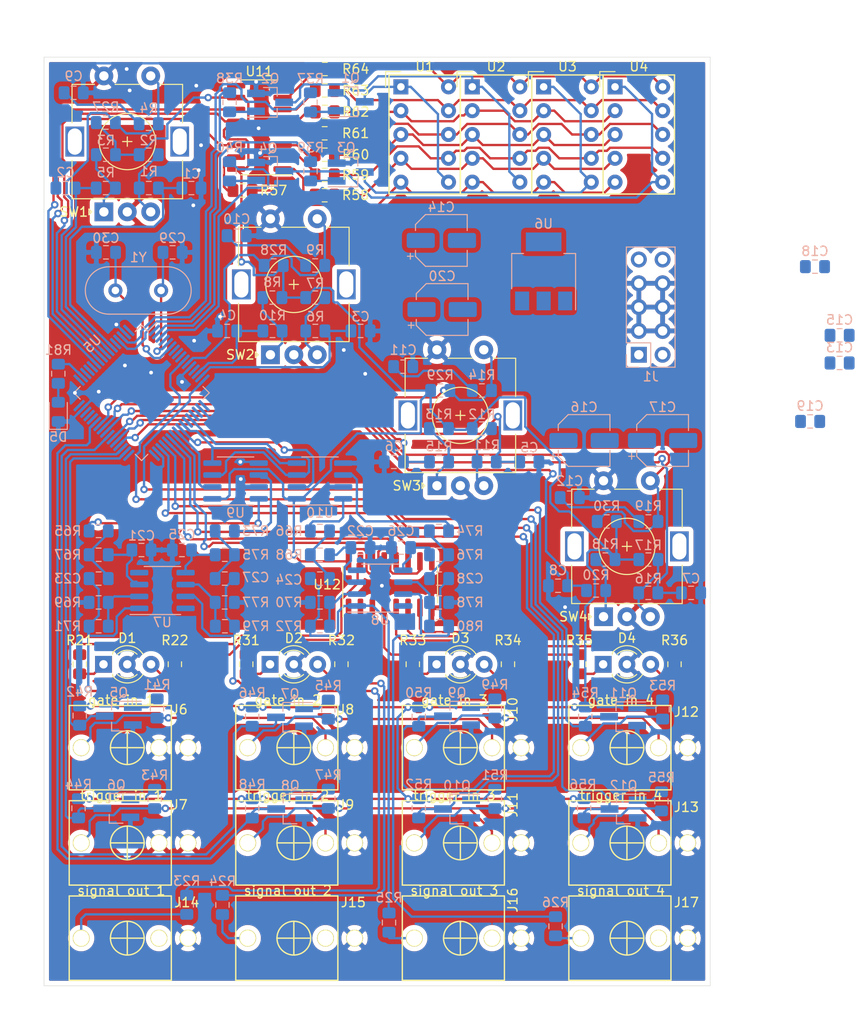
<source format=kicad_pcb>
(kicad_pcb (version 20171130) (host pcbnew 5.1.6-c6e7f7d~86~ubuntu18.04.1)
  (layers (0 F.Cu signal) (31 B.Cu signal) (34 B.Paste user) (35 F.Paste user) (36 B.SilkS user) (37 F.SilkS user) (38 B.Mask user) (39 F.Mask user) (44 Edge.Cuts user))
  (net 0 "")
  (net 1 "Net-(D1-Pad3)")
  (net 2 "Net-(D1-Pad1)")
  (net 3 "Net-(D2-Pad1)")
  (net 4 "Net-(D2-Pad3)")
  (net 5 "Net-(D3-Pad3)")
  (net 6 "Net-(D3-Pad1)")
  (net 7 "Net-(D4-Pad1)")
  (net 8 "Net-(D4-Pad3)")
  (net 9 "Net-(J6-Pad3)")
  (net 10 "Net-(J7-Pad3)")
  (net 11 "Net-(J10-Pad3)")
  (net 12 "Net-(J11-Pad3)")
  (net 13 "Net-(J12-Pad3)")
  (net 14 /encoders/enc_1_a_out)
  (net 15 GND)
  (net 16 /encoders/enc_1_b_out)
  (net 17 /encoders/enc_2_a_out)
  (net 18 /encoders/enc_2_b_out)
  (net 19 /encoders/enc_3_a_out)
  (net 20 /encoders/enc_3_b_out)
  (net 21 /encoders/enc_4_a_out)
  (net 22 /encoders/enc_4_b_out)
  (net 23 +3V3)
  (net 24 /seven_segment_display/digit_4_in)
  (net 25 /seven_segment_display/digit_3_in)
  (net 26 /seven_segment_display/digit_2_in)
  (net 27 /seven_segment_display/digit_1_in)
  (net 28 /encoders/enc_3_sw_out)
  (net 29 /encoders/enc_2_sw_out)
  (net 30 /encoders/enc_4_sw_out)
  (net 31 /encoders/enc_1_sw_out)
  (net 32 "Net-(J13-Pad3)")
  (net 33 "Net-(J14-Pad3)")
  (net 34 "Net-(J14-Pad2)")
  (net 35 "Net-(J15-Pad2)")
  (net 36 "Net-(J15-Pad3)")
  (net 37 "Net-(J16-Pad3)")
  (net 38 "Net-(J16-Pad2)")
  (net 39 "Net-(J17-Pad2)")
  (net 40 "Net-(J17-Pad3)")
  (net 41 "Net-(R1-Pad1)")
  (net 42 "Net-(R3-Pad2)")
  (net 43 "Net-(R6-Pad1)")
  (net 44 "Net-(R10-Pad1)")
  (net 45 "Net-(R11-Pad1)")
  (net 46 "Net-(R13-Pad2)")
  (net 47 "Net-(R16-Pad1)")
  (net 48 "Net-(R18-Pad2)")
  (net 49 "Net-(U5-Pad1)")
  (net 50 "Net-(U5-Pad4)")
  (net 51 "Net-(U5-Pad7)")
  (net 52 "Net-(U5-Pad8)")
  (net 53 "Net-(U5-Pad9)")
  (net 54 "Net-(U5-Pad13)")
  (net 55 "Net-(U5-Pad17)")
  (net 56 "Net-(U5-Pad19)")
  (net 57 "Net-(U5-Pad20)")
  (net 58 "Net-(U5-Pad22)")
  (net 59 "Net-(U5-Pad32)")
  (net 60 "Net-(U5-Pad33)")
  (net 61 "Net-(U5-Pad44)")
  (net 62 "Net-(U5-Pad45)")
  (net 63 "Net-(U5-Pad46)")
  (net 64 "Net-(U5-Pad48)")
  (net 65 "Net-(U5-Pad49)")
  (net 66 "Net-(U5-Pad51)")
  (net 67 "Net-(U5-Pad52)")
  (net 68 "Net-(U5-Pad53)")
  (net 69 "Net-(U5-Pad60)")
  (net 70 "Net-(U5-Pad64)")
  (net 71 "Net-(C13-Pad2)")
  (net 72 "Net-(C13-Pad1)")
  (net 73 "Net-(C14-Pad2)")
  (net 74 "Net-(C14-Pad1)")
  (net 75 "Net-(C15-Pad1)")
  (net 76 "Net-(C15-Pad2)")
  (net 77 "Net-(C16-Pad1)")
  (net 78 "Net-(C16-Pad2)")
  (net 79 "Net-(C17-Pad2)")
  (net 80 "Net-(C17-Pad1)")
  (net 81 "Net-(C18-Pad2)")
  (net 82 "Net-(C18-Pad1)")
  (net 83 "Net-(C19-Pad1)")
  (net 84 "Net-(C19-Pad2)")
  (net 85 "Net-(C20-Pad1)")
  (net 86 "Net-(C20-Pad2)")
  (net 87 "Net-(Q1-Pad3)")
  (net 88 "Net-(Q1-Pad1)")
  (net 89 "Net-(Q2-Pad1)")
  (net 90 "Net-(Q2-Pad3)")
  (net 91 "Net-(Q3-Pad1)")
  (net 92 "Net-(Q3-Pad3)")
  (net 93 "Net-(Q4-Pad3)")
  (net 94 "Net-(Q4-Pad1)")
  (net 95 "Net-(U6-Pad1)")
  (net 96 "Net-(U6-Pad2)")
  (net 97 "Net-(U6-Pad3)")
  (net 98 /input_jacks/g_2_normalization)
  (net 99 /input_jacks/t_2_normalization)
  (net 100 "Net-(Q5-Pad1)")
  (net 101 /stmf32/gate_1_in)
  (net 102 /stmf32/trigger_1_in)
  (net 103 "Net-(Q6-Pad1)")
  (net 104 "Net-(Q7-Pad1)")
  (net 105 /stmf32/gate_2_in)
  (net 106 "Net-(Q8-Pad1)")
  (net 107 /stmf32/trigger_2_in)
  (net 108 /stmf32/gate_3_in)
  (net 109 "Net-(Q9-Pad1)")
  (net 110 /stmf32/trigger_3_in)
  (net 111 "Net-(Q10-Pad1)")
  (net 112 "Net-(Q11-Pad1)")
  (net 113 /stmf32/gate_4_in)
  (net 114 /stmf32/trigger_4_in)
  (net 115 "Net-(Q12-Pad1)")
  (net 116 /leds/QA)
  (net 117 /leds/QB)
  (net 118 /leds/QC)
  (net 119 /leds/QD)
  (net 120 /leds/QE)
  (net 121 /leds/QF)
  (net 122 /leds/QG)
  (net 123 /leds/QH)
  (net 124 "Net-(R58-Pad2)")
  (net 125 "Net-(R59-Pad2)")
  (net 126 "Net-(R60-Pad2)")
  (net 127 "Net-(R61-Pad2)")
  (net 128 "Net-(R62-Pad2)")
  (net 129 "Net-(R63-Pad2)")
  (net 130 "Net-(R64-Pad2)")
  (net 131 "Net-(U11-Pad9)")
  (net 132 /seven_segment_display/seven_segment_clk_in)
  (net 133 /seven_segment_display/seven_segment_data_in)
  (net 134 "Net-(R57-Pad2)")
  (net 135 /leds/rg_leds_data_in)
  (net 136 /leds/rg_leds_clk_in)
  (net 137 "Net-(U12-Pad9)")
  (net 138 /spi_dacs_and_level_shifters/10vp_adsr_1_out)
  (net 139 /spi_dacs_and_level_shifters/10vp_adsr_2_out)
  (net 140 /spi_dacs_and_level_shifters/10vp_adsr_3_out)
  (net 141 /spi_dacs_and_level_shifters/10vp_adsr_4_out)
  (net 142 /seven_segment_display/segment_D)
  (net 143 /seven_segment_display/segment_E)
  (net 144 /seven_segment_display/segment_DP)
  (net 145 /seven_segment_display/segment_G)
  (net 146 /seven_segment_display/segment_C)
  (net 147 /seven_segment_display/segment_F)
  (net 148 /seven_segment_display/segment_B)
  (net 149 /seven_segment_display/segment_A)
  (net 150 "Net-(R69-Pad2)")
  (net 151 "Net-(C23-Pad2)")
  (net 152 "Net-(C27-Pad2)")
  (net 153 "Net-(R77-Pad2)")
  (net 154 "Net-(R78-Pad2)")
  (net 155 "Net-(C28-Pad2)")
  (net 156 "Net-(C24-Pad2)")
  (net 157 "Net-(R70-Pad2)")
  (net 158 /spi_dacs_and_level_shifters/spi_cs_1_in)
  (net 159 /spi_dacs_and_level_shifters/spi_clk_in)
  (net 160 /spi_dacs_and_level_shifters/spi_data_in)
  (net 161 /spi_dacs_and_level_shifters/adsr_2_3.3v)
  (net 162 /spi_dacs_and_level_shifters/adsr_1_3.3v)
  (net 163 /spi_dacs_and_level_shifters/adsr_3_3.3v)
  (net 164 /spi_dacs_and_level_shifters/adsr_4_3.3v)
  (net 165 /spi_dacs_and_level_shifters/spi_cs_2_in)
  (net 166 /seven_segment_display/seven_segment_en_in)
  (net 167 /leds/rg_leds_en_in)
  (net 168 "Net-(C21-Pad1)")
  (net 169 "Net-(C22-Pad1)")
  (net 170 "Net-(C25-Pad1)")
  (net 171 "Net-(C26-Pad1)")
  (net 172 -12V)
  (net 173 +12V)
  (net 174 "Net-(D5-Pad2)")
  (net 175 /stmf32/status_led)
  (net 176 "Net-(C29-Pad1)")
  (net 177 "Net-(C30-Pad1)")
  (net 178 "Net-(C9-Pad1)")
  (net 179 "Net-(C10-Pad1)")
  (net 180 "Net-(C11-Pad1)")
  (net 181 "Net-(C12-Pad1)")
  (module Display_7Segment:HDSP-A151 (layer F.Cu) (at 114.3 53.975)
    (fp_text reference U1 (at 2.54 -2.159) (layer F.SilkS))
    (fp_text value HDSP-7503)
    (pad 10 thru_hole circle (at 5.08 0) (size 1.6 1.6) (drill 0.8) (layers *.Cu *.Mask) (net 149 /seven_segment_display/segment_A))
    (pad 9 thru_hole circle (at 5.08 2.54) (size 1.6 1.6) (drill 0.8) (layers *.Cu *.Mask) (net 148 /seven_segment_display/segment_B))
    (pad 8 thru_hole circle (at 5.08 5.08) (size 1.6 1.6) (drill 0.8) (layers *.Cu *.Mask) (net 146 /seven_segment_display/segment_C))
    (pad 7 thru_hole circle (at 5.08 7.62) (size 1.6 1.6) (drill 0.8) (layers *.Cu *.Mask) (net 144 /seven_segment_display/segment_DP))
    (pad 6 thru_hole circle (at 5.08 10.16) (size 1.6 1.6) (drill 0.8) (layers *.Cu *.Mask) (net 87 "Net-(Q1-Pad3)"))
    (pad 5 thru_hole circle (at 0 10.16) (size 1.6 1.6) (drill 0.8) (layers *.Cu *.Mask) (net 142 /seven_segment_display/segment_D))
    (pad 4 thru_hole circle (at 0 7.62) (size 1.6 1.6) (drill 0.8) (layers *.Cu *.Mask) (net 143 /seven_segment_display/segment_E))
    (pad 3 thru_hole circle (at 0 5.08) (size 1.6 1.6) (drill 0.8) (layers *.Cu *.Mask) (net 145 /seven_segment_display/segment_G))
    (pad 2 thru_hole circle (at 0 2.54) (size 1.6 1.6) (drill 0.8) (layers *.Cu *.Mask) (net 147 /seven_segment_display/segment_F))
    (pad 1 thru_hole rect (at 0 0) (size 1.6 1.6) (drill 0.8) (layers *.Cu *.Mask) (net 87 "Net-(Q1-Pad3)"))
  )
  (module Eurocad:PJ301M-12 (layer F.Cu) (at 102.87 134.62 90)
    (fp_text reference J9 (at 4.064 5.588 180) (layer F.SilkS))
    (fp_text value trigger_2_in)
    (pad 3 thru_hole circle (at 0 -4.92 90) (size 1.8 1.8) (drill 1.6) (layers *.Cu *.Mask F.SilkS) (net 99 /input_jacks/t_2_normalization))
    (pad 1 thru_hole circle (at 0 6.48 90) (size 1.8 1.8) (drill 1.6) (layers *.Cu *.Mask F.SilkS) (net 15 GND))
    (pad 2 thru_hole circle (at 0 3.38 90) (size 1.8 1.8) (drill 1.6) (layers *.Cu *.Mask F.SilkS) (net 10 "Net-(J7-Pad3)"))
  )
  (module Eurocad:PJ301M-12 (layer F.Cu) (at 120.65 124.46 90)
    (fp_text reference J10 (at 4.064 5.588 90) (layer F.SilkS))
    (fp_text value gate_3_in)
    (pad 2 thru_hole circle (at 0 3.38 90) (size 1.8 1.8) (drill 1.6) (layers *.Cu *.Mask F.SilkS) (net 98 /input_jacks/g_2_normalization))
    (pad 1 thru_hole circle (at 0 6.48 90) (size 1.8 1.8) (drill 1.6) (layers *.Cu *.Mask F.SilkS) (net 15 GND))
    (pad 3 thru_hole circle (at 0 -4.92 90) (size 1.8 1.8) (drill 1.6) (layers *.Cu *.Mask F.SilkS) (net 11 "Net-(J10-Pad3)"))
  )
  (module Eurocad:PJ301M-12 (layer F.Cu) (at 102.87 124.46 90)
    (fp_text reference J8 (at 4.064 5.588 180) (layer F.SilkS))
    (fp_text value gate_2_in)
    (pad 2 thru_hole circle (at 0 3.38 90) (size 1.8 1.8) (drill 1.6) (layers *.Cu *.Mask F.SilkS) (net 9 "Net-(J6-Pad3)"))
    (pad 1 thru_hole circle (at 0 6.48 90) (size 1.8 1.8) (drill 1.6) (layers *.Cu *.Mask F.SilkS) (net 15 GND))
    (pad 3 thru_hole circle (at 0 -4.92 90) (size 1.8 1.8) (drill 1.6) (layers *.Cu *.Mask F.SilkS) (net 98 /input_jacks/g_2_normalization))
  )
  (module Resistor_SMD:R_0805_2012Metric_Pad1.15x1.40mm_HandSolder (layer F.Cu) (at 125.73 115.561 90)
    (fp_text reference R34 (at 2.549 0 180) (layer F.SilkS))
    (fp_text value R)
    (pad 2 smd roundrect (at 1.025 0 90) (size 1.15 1.4) (layers F.Cu F.Paste F.Mask) (roundrect_rratio 0.217391) (net 121 /leds/QF))
    (pad 1 smd roundrect (at -1.025 0 90) (size 1.15 1.4) (layers F.Cu F.Paste F.Mask) (roundrect_rratio 0.217391) (net 5 "Net-(D3-Pad3)"))
  )
  (module Resistor_SMD:R_0805_2012Metric_Pad1.15x1.40mm_HandSolder (layer B.Cu) (at 96.012 62.983 90)
    (fp_text reference R40 (at 2.549 0 180) (layer B.SilkS) (effects (justify mirror)))
    (fp_text value 1k)
    (pad 2 smd roundrect (at 1.025 0 90) (size 1.15 1.4) (layers B.Cu B.Paste B.Mask) (roundrect_rratio 0.217391) (net 24 /seven_segment_display/digit_4_in))
    (pad 1 smd roundrect (at -1.025 0 90) (size 1.15 1.4) (layers B.Cu B.Paste B.Mask) (roundrect_rratio 0.217391) (net 94 "Net-(Q4-Pad1)"))
  )
  (module Resistor_SMD:R_0805_2012Metric_Pad1.15x1.40mm_HandSolder (layer B.Cu) (at 96.012 55.617 90)
    (fp_text reference R38 (at 2.549 0 180) (layer B.SilkS) (effects (justify mirror)))
    (fp_text value 1k)
    (pad 2 smd roundrect (at 1.025 0 90) (size 1.15 1.4) (layers B.Cu B.Paste B.Mask) (roundrect_rratio 0.217391) (net 26 /seven_segment_display/digit_2_in))
    (pad 1 smd roundrect (at -1.025 0 90) (size 1.15 1.4) (layers B.Cu B.Paste B.Mask) (roundrect_rratio 0.217391) (net 89 "Net-(Q2-Pad1)"))
  )
  (module Resistor_SMD:R_0805_2012Metric_Pad1.15x1.40mm_HandSolder (layer B.Cu) (at 104.648 55.635 90)
    (fp_text reference R37 (at 2.531 0 180) (layer B.SilkS) (effects (justify mirror)))
    (fp_text value 1k)
    (pad 1 smd roundrect (at -1.025 0 90) (size 1.15 1.4) (layers B.Cu B.Paste B.Mask) (roundrect_rratio 0.217391) (net 88 "Net-(Q1-Pad1)"))
    (pad 2 smd roundrect (at 1.025 0 90) (size 1.15 1.4) (layers B.Cu B.Paste B.Mask) (roundrect_rratio 0.217391) (net 27 /seven_segment_display/digit_1_in))
  )
  (module Resistor_SMD:R_0805_2012Metric_Pad1.15x1.40mm_HandSolder (layer B.Cu) (at 104.648 62.983 90)
    (fp_text reference R39 (at 2.531 0 180) (layer B.SilkS) (effects (justify mirror)))
    (fp_text value 1k)
    (pad 1 smd roundrect (at -1.025 0 90) (size 1.15 1.4) (layers B.Cu B.Paste B.Mask) (roundrect_rratio 0.217391) (net 91 "Net-(Q3-Pad1)"))
    (pad 2 smd roundrect (at 1.025 0 90) (size 1.15 1.4) (layers B.Cu B.Paste B.Mask) (roundrect_rratio 0.217391) (net 25 /seven_segment_display/digit_3_in))
  )
  (module Rotary_Encoder:RotaryEncoder_Alps_EC11E-Switch_Vertical_H20mm (layer F.Cu) (at 82.59 67.31 90)
    (fp_text reference SW1 (at 0 -3.215 180) (layer F.SilkS))
    (fp_text value Rotary_Encoder_Switch)
    (pad A thru_hole rect (at 0 0 90) (size 2 2) (drill 1) (layers *.Cu *.Mask) (net 42 "Net-(R3-Pad2)"))
    (pad C thru_hole circle (at 0 2.5 90) (size 2 2) (drill 1) (layers *.Cu *.Mask) (net 15 GND))
    (pad B thru_hole circle (at 0 5 90) (size 2 2) (drill 1) (layers *.Cu *.Mask) (net 41 "Net-(R1-Pad1)"))
    (pad MP thru_hole rect (at 7.5 -3.1 90) (size 3.2 2) (drill oval 2.8 1.5) (layers *.Cu *.Mask))
    (pad MP thru_hole rect (at 7.5 8.1 90) (size 3.2 2) (drill oval 2.8 1.5) (layers *.Cu *.Mask))
    (pad S2 thru_hole circle (at 14.5 0 90) (size 2 2) (drill 1) (layers *.Cu *.Mask) (net 15 GND))
    (pad S1 thru_hole circle (at 14.5 5 90) (size 2 2) (drill 1) (layers *.Cu *.Mask) (net 31 /encoders/enc_1_sw_out))
  )
  (module Capacitor_SMD:C_0805_2012Metric_Pad1.15x1.40mm_HandSolder (layer B.Cu) (at 91.939 64.77)
    (fp_text reference C1 (at 0 -1.524) (layer B.SilkS) (effects (justify mirror)))
    (fp_text value 10nF)
    (pad 1 smd roundrect (at -1.025 0) (size 1.15 1.4) (layers B.Cu B.Paste B.Mask) (roundrect_rratio 0.217391) (net 14 /encoders/enc_1_a_out))
    (pad 2 smd roundrect (at 1.025 0) (size 1.15 1.4) (layers B.Cu B.Paste B.Mask) (roundrect_rratio 0.217391) (net 15 GND))
  )
  (module Capacitor_SMD:C_0805_2012Metric_Pad1.15x1.40mm_HandSolder (layer B.Cu) (at 78.495 64.77 180)
    (fp_text reference C2 (at 0 1.65) (layer B.SilkS) (effects (justify mirror)))
    (fp_text value 10nF)
    (pad 2 smd roundrect (at 1.025 0 180) (size 1.15 1.4) (layers B.Cu B.Paste B.Mask) (roundrect_rratio 0.217391) (net 15 GND))
    (pad 1 smd roundrect (at -1.025 0 180) (size 1.15 1.4) (layers B.Cu B.Paste B.Mask) (roundrect_rratio 0.217391) (net 16 /encoders/enc_1_b_out))
  )
  (module Capacitor_SMD:C_0805_2012Metric_Pad1.15x1.40mm_HandSolder (layer B.Cu) (at 109.991 80.01)
    (fp_text reference C3 (at 0.009 -1.524) (layer B.SilkS) (effects (justify mirror)))
    (fp_text value 10nF)
    (pad 2 smd roundrect (at 1.025 0) (size 1.15 1.4) (layers B.Cu B.Paste B.Mask) (roundrect_rratio 0.217391) (net 15 GND))
    (pad 1 smd roundrect (at -1.025 0) (size 1.15 1.4) (layers B.Cu B.Paste B.Mask) (roundrect_rratio 0.217391) (net 17 /encoders/enc_2_a_out))
  )
  (module Capacitor_SMD:C_0805_2012Metric_Pad1.15x1.40mm_HandSolder (layer B.Cu) (at 95.749 80.01 180)
    (fp_text reference C4 (at 0 1.65) (layer B.SilkS) (effects (justify mirror)))
    (fp_text value 10nF)
    (pad 2 smd roundrect (at 1.025 0 180) (size 1.15 1.4) (layers B.Cu B.Paste B.Mask) (roundrect_rratio 0.217391) (net 15 GND))
    (pad 1 smd roundrect (at -1.025 0 180) (size 1.15 1.4) (layers B.Cu B.Paste B.Mask) (roundrect_rratio 0.217391) (net 18 /encoders/enc_2_b_out))
  )
  (module Capacitor_SMD:C_0805_2012Metric_Pad1.15x1.40mm_HandSolder (layer B.Cu) (at 128.007 93.98)
    (fp_text reference C5 (at 0.009 -1.524) (layer B.SilkS) (effects (justify mirror)))
    (fp_text value 10nF)
    (pad 1 smd roundrect (at -1.025 0) (size 1.15 1.4) (layers B.Cu B.Paste B.Mask) (roundrect_rratio 0.217391) (net 19 /encoders/enc_3_a_out))
    (pad 2 smd roundrect (at 1.025 0) (size 1.15 1.4) (layers B.Cu B.Paste B.Mask) (roundrect_rratio 0.217391) (net 15 GND))
  )
  (module Capacitor_SMD:C_0805_2012Metric_Pad1.15x1.40mm_HandSolder (layer B.Cu) (at 113.547 93.98 180)
    (fp_text reference C6 (at 0 1.65) (layer B.SilkS) (effects (justify mirror)))
    (fp_text value 10nF)
    (pad 1 smd roundrect (at -1.025 0 180) (size 1.15 1.4) (layers B.Cu B.Paste B.Mask) (roundrect_rratio 0.217391) (net 20 /encoders/enc_3_b_out))
    (pad 2 smd roundrect (at 1.025 0 180) (size 1.15 1.4) (layers B.Cu B.Paste B.Mask) (roundrect_rratio 0.217391) (net 15 GND))
  )
  (module Capacitor_SMD:C_0805_2012Metric_Pad1.15x1.40mm_HandSolder (layer B.Cu) (at 145.279 107.95)
    (fp_text reference C7 (at 0.009 -1.524) (layer B.SilkS) (effects (justify mirror)))
    (fp_text value 10nF)
    (pad 1 smd roundrect (at -1.025 0) (size 1.15 1.4) (layers B.Cu B.Paste B.Mask) (roundrect_rratio 0.217391) (net 21 /encoders/enc_4_a_out))
    (pad 2 smd roundrect (at 1.025 0) (size 1.15 1.4) (layers B.Cu B.Paste B.Mask) (roundrect_rratio 0.217391) (net 15 GND))
  )
  (module Capacitor_SMD:C_0805_2012Metric_Pad1.15x1.40mm_HandSolder (layer B.Cu) (at 131.073 107.188 180)
    (fp_text reference C8 (at 0 1.65) (layer B.SilkS) (effects (justify mirror)))
    (fp_text value 10nF)
    (pad 2 smd roundrect (at 1.025 0 180) (size 1.15 1.4) (layers B.Cu B.Paste B.Mask) (roundrect_rratio 0.217391) (net 15 GND))
    (pad 1 smd roundrect (at -1.025 0 180) (size 1.15 1.4) (layers B.Cu B.Paste B.Mask) (roundrect_rratio 0.217391) (net 22 /encoders/enc_4_b_out))
  )
  (module LED_THT:LED_D3.0mm-3 (layer F.Cu) (at 82.55 115.57)
    (fp_text reference D1 (at 2.54 -2.794) (layer F.SilkS))
    (fp_text value LED_Dual_ACA)
    (pad 1 thru_hole rect (at 0 0) (size 1.8 1.8) (drill 0.9) (layers *.Cu *.Mask) (net 2 "Net-(D1-Pad1)"))
    (pad 2 thru_hole circle (at 2.54 0) (size 1.8 1.8) (drill 0.9) (layers *.Cu *.Mask) (net 15 GND))
    (pad 3 thru_hole circle (at 5.08 0) (size 1.8 1.8) (drill 0.9) (layers *.Cu *.Mask) (net 1 "Net-(D1-Pad3)"))
  )
  (module LED_THT:LED_D3.0mm-3 (layer F.Cu) (at 100.33 115.57)
    (fp_text reference D2 (at 2.54 -2.794) (layer F.SilkS))
    (fp_text value LED_Dual_ACA)
    (pad 3 thru_hole circle (at 5.08 0) (size 1.8 1.8) (drill 0.9) (layers *.Cu *.Mask) (net 4 "Net-(D2-Pad3)"))
    (pad 2 thru_hole circle (at 2.54 0) (size 1.8 1.8) (drill 0.9) (layers *.Cu *.Mask) (net 15 GND))
    (pad 1 thru_hole rect (at 0 0) (size 1.8 1.8) (drill 0.9) (layers *.Cu *.Mask) (net 3 "Net-(D2-Pad1)"))
  )
  (module LED_THT:LED_D3.0mm-3 (layer F.Cu) (at 118.11 115.57)
    (fp_text reference D3 (at 2.54 -2.794) (layer F.SilkS))
    (fp_text value LED_Dual_ACA)
    (pad 1 thru_hole rect (at 0 0) (size 1.8 1.8) (drill 0.9) (layers *.Cu *.Mask) (net 6 "Net-(D3-Pad1)"))
    (pad 2 thru_hole circle (at 2.54 0) (size 1.8 1.8) (drill 0.9) (layers *.Cu *.Mask) (net 15 GND))
    (pad 3 thru_hole circle (at 5.08 0) (size 1.8 1.8) (drill 0.9) (layers *.Cu *.Mask) (net 5 "Net-(D3-Pad3)"))
  )
  (module LED_THT:LED_D3.0mm-3 (layer F.Cu) (at 135.89 115.57)
    (fp_text reference D4 (at 2.54 -2.794) (layer F.SilkS))
    (fp_text value LED_Dual_ACA)
    (pad 3 thru_hole circle (at 5.08 0) (size 1.8 1.8) (drill 0.9) (layers *.Cu *.Mask) (net 8 "Net-(D4-Pad3)"))
    (pad 2 thru_hole circle (at 2.54 0) (size 1.8 1.8) (drill 0.9) (layers *.Cu *.Mask) (net 15 GND))
    (pad 1 thru_hole rect (at 0 0) (size 1.8 1.8) (drill 0.9) (layers *.Cu *.Mask) (net 7 "Net-(D4-Pad1)"))
  )
  (module Eurocad:PJ301M-12 (layer F.Cu) (at 85.09 124.46 90)
    (fp_text reference J6 (at 4.064 5.588 180) (layer F.SilkS))
    (fp_text value "gate_1_i n")
    (pad 2 thru_hole circle (at 0 3.38 90) (size 1.8 1.8) (drill 1.6) (layers *.Cu *.Mask F.SilkS) (net 15 GND))
    (pad 1 thru_hole circle (at 0 6.48 90) (size 1.8 1.8) (drill 1.6) (layers *.Cu *.Mask F.SilkS) (net 15 GND))
    (pad 3 thru_hole circle (at 0 -4.92 90) (size 1.8 1.8) (drill 1.6) (layers *.Cu *.Mask F.SilkS) (net 9 "Net-(J6-Pad3)"))
  )
  (module Eurocad:PJ301M-12 (layer F.Cu) (at 85.09 134.62 90)
    (fp_text reference J7 (at 4.064 5.588 180) (layer F.SilkS))
    (fp_text value trigger_1_in)
    (pad 3 thru_hole circle (at 0 -4.92 90) (size 1.8 1.8) (drill 1.6) (layers *.Cu *.Mask F.SilkS) (net 10 "Net-(J7-Pad3)"))
    (pad 1 thru_hole circle (at 0 6.48 90) (size 1.8 1.8) (drill 1.6) (layers *.Cu *.Mask F.SilkS) (net 15 GND))
    (pad 2 thru_hole circle (at 0 3.38 90) (size 1.8 1.8) (drill 1.6) (layers *.Cu *.Mask F.SilkS) (net 15 GND))
  )
  (module Eurocad:PJ301M-12 (layer F.Cu) (at 120.65 134.62 90)
    (fp_text reference J11 (at 4.064 5.588 90) (layer F.SilkS))
    (fp_text value trigger_3_in)
    (pad 3 thru_hole circle (at 0 -4.92 90) (size 1.8 1.8) (drill 1.6) (layers *.Cu *.Mask F.SilkS) (net 12 "Net-(J11-Pad3)"))
    (pad 1 thru_hole circle (at 0 6.48 90) (size 1.8 1.8) (drill 1.6) (layers *.Cu *.Mask F.SilkS) (net 15 GND))
    (pad 2 thru_hole circle (at 0 3.38 90) (size 1.8 1.8) (drill 1.6) (layers *.Cu *.Mask F.SilkS) (net 99 /input_jacks/t_2_normalization))
  )
  (module Eurocad:PJ301M-12 (layer F.Cu) (at 138.43 124.46 90)
    (fp_text reference J12 (at 3.81 6.35 180) (layer F.SilkS))
    (fp_text value gate_4_in)
    (pad 2 thru_hole circle (at 0 3.38 90) (size 1.8 1.8) (drill 1.6) (layers *.Cu *.Mask F.SilkS) (net 11 "Net-(J10-Pad3)"))
    (pad 1 thru_hole circle (at 0 6.48 90) (size 1.8 1.8) (drill 1.6) (layers *.Cu *.Mask F.SilkS) (net 15 GND))
    (pad 3 thru_hole circle (at 0 -4.92 90) (size 1.8 1.8) (drill 1.6) (layers *.Cu *.Mask F.SilkS) (net 13 "Net-(J12-Pad3)"))
  )
  (module Eurocad:PJ301M-12 (layer F.Cu) (at 138.43 134.62 90)
    (fp_text reference J13 (at 3.81 6.35 180) (layer F.SilkS))
    (fp_text value trigger_4_in)
    (pad 3 thru_hole circle (at 0 -4.92 90) (size 1.8 1.8) (drill 1.6) (layers *.Cu *.Mask F.SilkS) (net 32 "Net-(J13-Pad3)"))
    (pad 1 thru_hole circle (at 0 6.48 90) (size 1.8 1.8) (drill 1.6) (layers *.Cu *.Mask F.SilkS) (net 15 GND))
    (pad 2 thru_hole circle (at 0 3.38 90) (size 1.8 1.8) (drill 1.6) (layers *.Cu *.Mask F.SilkS) (net 12 "Net-(J11-Pad3)"))
  )
  (module Eurocad:PJ301M-12 (layer F.Cu) (at 85.09 144.78 90)
    (fp_text reference J14 (at 3.81 6.35 180) (layer F.SilkS))
    (fp_text value PJ301M-12)
    (pad 3 thru_hole circle (at 0 -4.92 90) (size 1.8 1.8) (drill 1.6) (layers *.Cu *.Mask F.SilkS) (net 33 "Net-(J14-Pad3)"))
    (pad 1 thru_hole circle (at 0 6.48 90) (size 1.8 1.8) (drill 1.6) (layers *.Cu *.Mask F.SilkS) (net 15 GND))
    (pad 2 thru_hole circle (at 0 3.38 90) (size 1.8 1.8) (drill 1.6) (layers *.Cu *.Mask F.SilkS) (net 34 "Net-(J14-Pad2)"))
  )
  (module Eurocad:PJ301M-12 (layer F.Cu) (at 102.87 144.78 90)
    (fp_text reference J15 (at 3.81 6.35 180) (layer F.SilkS))
    (fp_text value PJ301M-12)
    (pad 2 thru_hole circle (at 0 3.38 90) (size 1.8 1.8) (drill 1.6) (layers *.Cu *.Mask F.SilkS) (net 35 "Net-(J15-Pad2)"))
    (pad 1 thru_hole circle (at 0 6.48 90) (size 1.8 1.8) (drill 1.6) (layers *.Cu *.Mask F.SilkS) (net 15 GND))
    (pad 3 thru_hole circle (at 0 -4.92 90) (size 1.8 1.8) (drill 1.6) (layers *.Cu *.Mask F.SilkS) (net 36 "Net-(J15-Pad3)"))
  )
  (module Eurocad:PJ301M-12 (layer F.Cu) (at 120.65 144.78 90)
    (fp_text reference J16 (at 4.064 5.588 90) (layer F.SilkS))
    (fp_text value PJ301M-12)
    (pad 3 thru_hole circle (at 0 -4.92 90) (size 1.8 1.8) (drill 1.6) (layers *.Cu *.Mask F.SilkS) (net 37 "Net-(J16-Pad3)"))
    (pad 1 thru_hole circle (at 0 6.48 90) (size 1.8 1.8) (drill 1.6) (layers *.Cu *.Mask F.SilkS) (net 15 GND))
    (pad 2 thru_hole circle (at 0 3.38 90) (size 1.8 1.8) (drill 1.6) (layers *.Cu *.Mask F.SilkS) (net 38 "Net-(J16-Pad2)"))
  )
  (module Eurocad:PJ301M-12 (layer F.Cu) (at 138.43 144.78 90)
    (fp_text reference J17 (at 3.81 6.35 180) (layer F.SilkS))
    (fp_text value PJ301M-12)
    (pad 2 thru_hole circle (at 0 3.38 90) (size 1.8 1.8) (drill 1.6) (layers *.Cu *.Mask F.SilkS) (net 39 "Net-(J17-Pad2)"))
    (pad 1 thru_hole circle (at 0 6.48 90) (size 1.8 1.8) (drill 1.6) (layers *.Cu *.Mask F.SilkS) (net 15 GND))
    (pad 3 thru_hole circle (at 0 -4.92 90) (size 1.8 1.8) (drill 1.6) (layers *.Cu *.Mask F.SilkS) (net 40 "Net-(J17-Pad3)"))
  )
  (module Resistor_SMD:R_0805_2012Metric_Pad1.15x1.40mm_HandSolder (layer B.Cu) (at 87.385 64.77)
    (fp_text reference R1 (at 0 -1.778) (layer B.SilkS) (effects (justify mirror)))
    (fp_text value 10k)
    (pad 1 smd roundrect (at -1.025 0) (size 1.15 1.4) (layers B.Cu B.Paste B.Mask) (roundrect_rratio 0.217391) (net 41 "Net-(R1-Pad1)"))
    (pad 2 smd roundrect (at 1.025 0) (size 1.15 1.4) (layers B.Cu B.Paste B.Mask) (roundrect_rratio 0.217391) (net 14 /encoders/enc_1_a_out))
  )
  (module Resistor_SMD:R_0805_2012Metric_Pad1.15x1.40mm_HandSolder (layer B.Cu) (at 87.376 61.214)
    (fp_text reference R2 (at 0 -1.533) (layer B.SilkS) (effects (justify mirror)))
    (fp_text value 10k)
    (pad 2 smd roundrect (at 1.025 0) (size 1.15 1.4) (layers B.Cu B.Paste B.Mask) (roundrect_rratio 0.217391) (net 41 "Net-(R1-Pad1)"))
    (pad 1 smd roundrect (at -1.025 0) (size 1.15 1.4) (layers B.Cu B.Paste B.Mask) (roundrect_rratio 0.217391) (net 23 +3V3))
  )
  (module Resistor_SMD:R_0805_2012Metric_Pad1.15x1.40mm_HandSolder (layer B.Cu) (at 82.804 61.214 180)
    (fp_text reference R3 (at 0 1.524) (layer B.SilkS) (effects (justify mirror)))
    (fp_text value 10k)
    (pad 1 smd roundrect (at -1.025 0 180) (size 1.15 1.4) (layers B.Cu B.Paste B.Mask) (roundrect_rratio 0.217391) (net 23 +3V3))
    (pad 2 smd roundrect (at 1.025 0 180) (size 1.15 1.4) (layers B.Cu B.Paste B.Mask) (roundrect_rratio 0.217391) (net 42 "Net-(R3-Pad2)"))
  )
  (module Resistor_SMD:R_0805_2012Metric_Pad1.15x1.40mm_HandSolder (layer B.Cu) (at 87.376 57.912 180)
    (fp_text reference R4 (at 0 1.65) (layer B.SilkS) (effects (justify mirror)))
    (fp_text value 100)
    (pad 2 smd roundrect (at 1.025 0 180) (size 1.15 1.4) (layers B.Cu B.Paste B.Mask) (roundrect_rratio 0.217391) (net 178 "Net-(C9-Pad1)"))
    (pad 1 smd roundrect (at -1.025 0 180) (size 1.15 1.4) (layers B.Cu B.Paste B.Mask) (roundrect_rratio 0.217391) (net 31 /encoders/enc_1_sw_out))
  )
  (module Resistor_SMD:R_0805_2012Metric_Pad1.15x1.40mm_HandSolder (layer B.Cu) (at 82.795 64.77 180)
    (fp_text reference R5 (at 0 1.65) (layer B.SilkS) (effects (justify mirror)))
    (fp_text value 10k)
    (pad 2 smd roundrect (at 1.025 0 180) (size 1.15 1.4) (layers B.Cu B.Paste B.Mask) (roundrect_rratio 0.217391) (net 16 /encoders/enc_1_b_out))
    (pad 1 smd roundrect (at -1.025 0 180) (size 1.15 1.4) (layers B.Cu B.Paste B.Mask) (roundrect_rratio 0.217391) (net 42 "Net-(R3-Pad2)"))
  )
  (module Resistor_SMD:R_0805_2012Metric_Pad1.15x1.40mm_HandSolder (layer B.Cu) (at 105.165 80.01)
    (fp_text reference R6 (at 0 -1.524) (layer B.SilkS) (effects (justify mirror)))
    (fp_text value 10k)
    (pad 2 smd roundrect (at 1.025 0) (size 1.15 1.4) (layers B.Cu B.Paste B.Mask) (roundrect_rratio 0.217391) (net 17 /encoders/enc_2_a_out))
    (pad 1 smd roundrect (at -1.025 0) (size 1.15 1.4) (layers B.Cu B.Paste B.Mask) (roundrect_rratio 0.217391) (net 43 "Net-(R6-Pad1)"))
  )
  (module Resistor_SMD:R_0805_2012Metric_Pad1.15x1.40mm_HandSolder (layer B.Cu) (at 105.156 76.454)
    (fp_text reference R7 (at 0 -1.524) (layer B.SilkS) (effects (justify mirror)))
    (fp_text value 10k)
    (pad 1 smd roundrect (at -1.025 0) (size 1.15 1.4) (layers B.Cu B.Paste B.Mask) (roundrect_rratio 0.217391) (net 23 +3V3))
    (pad 2 smd roundrect (at 1.025 0) (size 1.15 1.4) (layers B.Cu B.Paste B.Mask) (roundrect_rratio 0.217391) (net 43 "Net-(R6-Pad1)"))
  )
  (module Resistor_SMD:R_0805_2012Metric_Pad1.15x1.40mm_HandSolder (layer B.Cu) (at 100.575 76.454 180)
    (fp_text reference R8 (at 0 1.65) (layer B.SilkS) (effects (justify mirror)))
    (fp_text value 10k)
    (pad 1 smd roundrect (at -1.025 0 180) (size 1.15 1.4) (layers B.Cu B.Paste B.Mask) (roundrect_rratio 0.217391) (net 23 +3V3))
    (pad 2 smd roundrect (at 1.025 0 180) (size 1.15 1.4) (layers B.Cu B.Paste B.Mask) (roundrect_rratio 0.217391) (net 44 "Net-(R10-Pad1)"))
  )
  (module Resistor_SMD:R_0805_2012Metric_Pad1.15x1.40mm_HandSolder (layer B.Cu) (at 105.147 73.025 180)
    (fp_text reference R9 (at 0 1.65) (layer B.SilkS) (effects (justify mirror)))
    (fp_text value 100)
    (pad 1 smd roundrect (at -1.025 0 180) (size 1.15 1.4) (layers B.Cu B.Paste B.Mask) (roundrect_rratio 0.217391) (net 29 /encoders/enc_2_sw_out))
    (pad 2 smd roundrect (at 1.025 0 180) (size 1.15 1.4) (layers B.Cu B.Paste B.Mask) (roundrect_rratio 0.217391) (net 179 "Net-(C10-Pad1)"))
  )
  (module Resistor_SMD:R_0805_2012Metric_Pad1.15x1.40mm_HandSolder (layer B.Cu) (at 100.593 80.01 180)
    (fp_text reference R10 (at 0 1.65) (layer B.SilkS) (effects (justify mirror)))
    (fp_text value 10k)
    (pad 2 smd roundrect (at 1.025 0 180) (size 1.15 1.4) (layers B.Cu B.Paste B.Mask) (roundrect_rratio 0.217391) (net 18 /encoders/enc_2_b_out))
    (pad 1 smd roundrect (at -1.025 0 180) (size 1.15 1.4) (layers B.Cu B.Paste B.Mask) (roundrect_rratio 0.217391) (net 44 "Net-(R10-Pad1)"))
  )
  (module Resistor_SMD:R_0805_2012Metric_Pad1.15x1.40mm_HandSolder (layer B.Cu) (at 123.453 93.98)
    (fp_text reference R11 (at -0.009 -1.778) (layer B.SilkS) (effects (justify mirror)))
    (fp_text value 10k)
    (pad 1 smd roundrect (at -1.025 0) (size 1.15 1.4) (layers B.Cu B.Paste B.Mask) (roundrect_rratio 0.217391) (net 45 "Net-(R11-Pad1)"))
    (pad 2 smd roundrect (at 1.025 0) (size 1.15 1.4) (layers B.Cu B.Paste B.Mask) (roundrect_rratio 0.217391) (net 19 /encoders/enc_3_a_out))
  )
  (module Resistor_SMD:R_0805_2012Metric_Pad1.15x1.40mm_HandSolder (layer B.Cu) (at 122.945 90.424)
    (fp_text reference R12 (at 0 -1.524) (layer B.SilkS) (effects (justify mirror)))
    (fp_text value 10k)
    (pad 2 smd roundrect (at 1.025 0) (size 1.15 1.4) (layers B.Cu B.Paste B.Mask) (roundrect_rratio 0.217391) (net 45 "Net-(R11-Pad1)"))
    (pad 1 smd roundrect (at -1.025 0) (size 1.15 1.4) (layers B.Cu B.Paste B.Mask) (roundrect_rratio 0.217391) (net 23 +3V3))
  )
  (module Resistor_SMD:R_0805_2012Metric_Pad1.15x1.40mm_HandSolder (layer B.Cu) (at 118.355 90.424 180)
    (fp_text reference R13 (at 0 1.524) (layer B.SilkS) (effects (justify mirror)))
    (fp_text value 10k)
    (pad 2 smd roundrect (at 1.025 0 180) (size 1.15 1.4) (layers B.Cu B.Paste B.Mask) (roundrect_rratio 0.217391) (net 46 "Net-(R13-Pad2)"))
    (pad 1 smd roundrect (at -1.025 0 180) (size 1.15 1.4) (layers B.Cu B.Paste B.Mask) (roundrect_rratio 0.217391) (net 23 +3V3))
  )
  (module Resistor_SMD:R_0805_2012Metric_Pad1.15x1.40mm_HandSolder (layer B.Cu) (at 122.945 86.36 180)
    (fp_text reference R14 (at 0 1.65) (layer B.SilkS) (effects (justify mirror)))
    (fp_text value 100)
    (pad 2 smd roundrect (at 1.025 0 180) (size 1.15 1.4) (layers B.Cu B.Paste B.Mask) (roundrect_rratio 0.217391) (net 180 "Net-(C11-Pad1)"))
    (pad 1 smd roundrect (at -1.025 0 180) (size 1.15 1.4) (layers B.Cu B.Paste B.Mask) (roundrect_rratio 0.217391) (net 28 /encoders/enc_3_sw_out))
  )
  (module Resistor_SMD:R_0805_2012Metric_Pad1.15x1.40mm_HandSolder (layer B.Cu) (at 118.373 93.98 180)
    (fp_text reference R15 (at 0 1.65) (layer B.SilkS) (effects (justify mirror)))
    (fp_text value 10k)
    (pad 1 smd roundrect (at -1.025 0 180) (size 1.15 1.4) (layers B.Cu B.Paste B.Mask) (roundrect_rratio 0.217391) (net 46 "Net-(R13-Pad2)"))
    (pad 2 smd roundrect (at 1.025 0 180) (size 1.15 1.4) (layers B.Cu B.Paste B.Mask) (roundrect_rratio 0.217391) (net 20 /encoders/enc_3_b_out))
  )
  (module Resistor_SMD:R_0805_2012Metric_Pad1.15x1.40mm_HandSolder (layer B.Cu) (at 140.707 107.95)
    (fp_text reference R16 (at 0.009 -1.524) (layer B.SilkS) (effects (justify mirror)))
    (fp_text value 10k)
    (pad 2 smd roundrect (at 1.025 0) (size 1.15 1.4) (layers B.Cu B.Paste B.Mask) (roundrect_rratio 0.217391) (net 21 /encoders/enc_4_a_out))
    (pad 1 smd roundrect (at -1.025 0) (size 1.15 1.4) (layers B.Cu B.Paste B.Mask) (roundrect_rratio 0.217391) (net 47 "Net-(R16-Pad1)"))
  )
  (module Resistor_SMD:R_0805_2012Metric_Pad1.15x1.40mm_HandSolder (layer B.Cu) (at 140.725 104.394)
    (fp_text reference R17 (at -0.009 -1.524) (layer B.SilkS) (effects (justify mirror)))
    (fp_text value 10k)
    (pad 1 smd roundrect (at -1.025 0) (size 1.15 1.4) (layers B.Cu B.Paste B.Mask) (roundrect_rratio 0.217391) (net 23 +3V3))
    (pad 2 smd roundrect (at 1.025 0) (size 1.15 1.4) (layers B.Cu B.Paste B.Mask) (roundrect_rratio 0.217391) (net 47 "Net-(R16-Pad1)"))
  )
  (module Resistor_SMD:R_0805_2012Metric_Pad1.15x1.40mm_HandSolder (layer B.Cu) (at 136.135 104.394 180)
    (fp_text reference R18 (at 0 1.65) (layer B.SilkS) (effects (justify mirror)))
    (fp_text value 10k)
    (pad 1 smd roundrect (at -1.025 0 180) (size 1.15 1.4) (layers B.Cu B.Paste B.Mask) (roundrect_rratio 0.217391) (net 23 +3V3))
    (pad 2 smd roundrect (at 1.025 0 180) (size 1.15 1.4) (layers B.Cu B.Paste B.Mask) (roundrect_rratio 0.217391) (net 48 "Net-(R18-Pad2)"))
  )
  (module Resistor_SMD:R_0805_2012Metric_Pad1.15x1.40mm_HandSolder (layer B.Cu) (at 140.725 100.33 180)
    (fp_text reference R19 (at 0 1.65) (layer B.SilkS) (effects (justify mirror)))
    (fp_text value 100)
    (pad 2 smd roundrect (at 1.025 0 180) (size 1.15 1.4) (layers B.Cu B.Paste B.Mask) (roundrect_rratio 0.217391) (net 181 "Net-(C12-Pad1)"))
    (pad 1 smd roundrect (at -1.025 0 180) (size 1.15 1.4) (layers B.Cu B.Paste B.Mask) (roundrect_rratio 0.217391) (net 30 /encoders/enc_4_sw_out))
  )
  (module Resistor_SMD:R_0805_2012Metric_Pad1.15x1.40mm_HandSolder (layer B.Cu) (at 135.137 107.696 180)
    (fp_text reference R20 (at 0 1.65) (layer B.SilkS) (effects (justify mirror)))
    (fp_text value 10k)
    (pad 1 smd roundrect (at -1.025 0 180) (size 1.15 1.4) (layers B.Cu B.Paste B.Mask) (roundrect_rratio 0.217391) (net 48 "Net-(R18-Pad2)"))
    (pad 2 smd roundrect (at 1.025 0 180) (size 1.15 1.4) (layers B.Cu B.Paste B.Mask) (roundrect_rratio 0.217391) (net 22 /encoders/enc_4_b_out))
  )
  (module Resistor_SMD:R_0805_2012Metric_Pad1.15x1.40mm_HandSolder (layer F.Cu) (at 80.01 115.561 90)
    (fp_text reference R21 (at 2.549 0 180) (layer F.SilkS))
    (fp_text value R)
    (pad 1 smd roundrect (at -1.025 0 90) (size 1.15 1.4) (layers F.Cu F.Paste F.Mask) (roundrect_rratio 0.217391) (net 2 "Net-(D1-Pad1)"))
    (pad 2 smd roundrect (at 1.025 0 90) (size 1.15 1.4) (layers F.Cu F.Paste F.Mask) (roundrect_rratio 0.217391) (net 116 /leds/QA))
  )
  (module Resistor_SMD:R_0805_2012Metric_Pad1.15x1.40mm_HandSolder (layer F.Cu) (at 90.17 115.561 90)
    (fp_text reference R22 (at 2.549 0 180) (layer F.SilkS))
    (fp_text value R)
    (pad 2 smd roundrect (at 1.025 0 90) (size 1.15 1.4) (layers F.Cu F.Paste F.Mask) (roundrect_rratio 0.217391) (net 117 /leds/QB))
    (pad 1 smd roundrect (at -1.025 0 90) (size 1.15 1.4) (layers F.Cu F.Paste F.Mask) (roundrect_rratio 0.217391) (net 1 "Net-(D1-Pad3)"))
  )
  (module Resistor_SMD:R_0805_2012Metric_Pad1.15x1.40mm_HandSolder (layer B.Cu) (at 91.44 141.215 90)
    (fp_text reference R23 (at 2.531 0 180) (layer B.SilkS) (effects (justify mirror)))
    (fp_text value 1k)
    (pad 1 smd roundrect (at -1.025 0 90) (size 1.15 1.4) (layers B.Cu B.Paste B.Mask) (roundrect_rratio 0.217391) (net 33 "Net-(J14-Pad3)"))
    (pad 2 smd roundrect (at 1.025 0 90) (size 1.15 1.4) (layers B.Cu B.Paste B.Mask) (roundrect_rratio 0.217391) (net 138 /spi_dacs_and_level_shifters/10vp_adsr_1_out))
  )
  (module Resistor_SMD:R_0805_2012Metric_Pad1.15x1.40mm_HandSolder (layer B.Cu) (at 95.25 141.233 90)
    (fp_text reference R24 (at 2.531 0 180) (layer B.SilkS) (effects (justify mirror)))
    (fp_text value 1k)
    (pad 2 smd roundrect (at 1.025 0 90) (size 1.15 1.4) (layers B.Cu B.Paste B.Mask) (roundrect_rratio 0.217391) (net 139 /spi_dacs_and_level_shifters/10vp_adsr_2_out))
    (pad 1 smd roundrect (at -1.025 0 90) (size 1.15 1.4) (layers B.Cu B.Paste B.Mask) (roundrect_rratio 0.217391) (net 36 "Net-(J15-Pad3)"))
  )
  (module Resistor_SMD:R_0805_2012Metric_Pad1.15x1.40mm_HandSolder (layer B.Cu) (at 113.03 143.12 90)
    (fp_text reference R25 (at 2.658 0 180) (layer B.SilkS) (effects (justify mirror)))
    (fp_text value 1k)
    (pad 1 smd roundrect (at -1.025 0 90) (size 1.15 1.4) (layers B.Cu B.Paste B.Mask) (roundrect_rratio 0.217391) (net 37 "Net-(J16-Pad3)"))
    (pad 2 smd roundrect (at 1.025 0 90) (size 1.15 1.4) (layers B.Cu B.Paste B.Mask) (roundrect_rratio 0.217391) (net 140 /spi_dacs_and_level_shifters/10vp_adsr_3_out))
  )
  (module Resistor_SMD:R_0805_2012Metric_Pad1.15x1.40mm_HandSolder (layer B.Cu) (at 130.81 143.51 90)
    (fp_text reference R26 (at 2.54 0 180) (layer B.SilkS) (effects (justify mirror)))
    (fp_text value 1k)
    (pad 2 smd roundrect (at 1.025 0 90) (size 1.15 1.4) (layers B.Cu B.Paste B.Mask) (roundrect_rratio 0.217391) (net 141 /spi_dacs_and_level_shifters/10vp_adsr_4_out))
    (pad 1 smd roundrect (at -1.025 0 90) (size 1.15 1.4) (layers B.Cu B.Paste B.Mask) (roundrect_rratio 0.217391) (net 40 "Net-(J17-Pad3)"))
  )
  (module Rotary_Encoder:RotaryEncoder_Alps_EC11E-Switch_Vertical_H20mm (layer F.Cu) (at 100.37 82.55 90)
    (fp_text reference SW2 (at 0 -3.215 180) (layer F.SilkS))
    (fp_text value Rotary_Encoder_Switch)
    (pad S1 thru_hole circle (at 14.5 5 90) (size 2 2) (drill 1) (layers *.Cu *.Mask) (net 29 /encoders/enc_2_sw_out))
    (pad S2 thru_hole circle (at 14.5 0 90) (size 2 2) (drill 1) (layers *.Cu *.Mask) (net 15 GND))
    (pad MP thru_hole rect (at 7.5 8.1 90) (size 3.2 2) (drill oval 2.8 1.5) (layers *.Cu *.Mask))
    (pad MP thru_hole rect (at 7.5 -3.1 90) (size 3.2 2) (drill oval 2.8 1.5) (layers *.Cu *.Mask))
    (pad B thru_hole circle (at 0 5 90) (size 2 2) (drill 1) (layers *.Cu *.Mask) (net 43 "Net-(R6-Pad1)"))
    (pad C thru_hole circle (at 0 2.5 90) (size 2 2) (drill 1) (layers *.Cu *.Mask) (net 15 GND))
    (pad A thru_hole rect (at 0 0 90) (size 2 2) (drill 1) (layers *.Cu *.Mask) (net 44 "Net-(R10-Pad1)"))
  )
  (module Rotary_Encoder:RotaryEncoder_Alps_EC11E-Switch_Vertical_H20mm (layer F.Cu) (at 118.15 96.52 90)
    (fp_text reference SW3 (at 0 -3.215 180) (layer F.SilkS))
    (fp_text value Rotary_Encoder_Switch)
    (pad S1 thru_hole circle (at 14.5 5 90) (size 2 2) (drill 1) (layers *.Cu *.Mask) (net 28 /encoders/enc_3_sw_out))
    (pad S2 thru_hole circle (at 14.5 0 90) (size 2 2) (drill 1) (layers *.Cu *.Mask) (net 15 GND))
    (pad MP thru_hole rect (at 7.5 8.1 90) (size 3.2 2) (drill oval 2.8 1.5) (layers *.Cu *.Mask))
    (pad MP thru_hole rect (at 7.5 -3.1 90) (size 3.2 2) (drill oval 2.8 1.5) (layers *.Cu *.Mask))
    (pad B thru_hole circle (at 0 5 90) (size 2 2) (drill 1) (layers *.Cu *.Mask) (net 45 "Net-(R11-Pad1)"))
    (pad C thru_hole circle (at 0 2.5 90) (size 2 2) (drill 1) (layers *.Cu *.Mask) (net 15 GND))
    (pad A thru_hole rect (at 0 0 90) (size 2 2) (drill 1) (layers *.Cu *.Mask) (net 46 "Net-(R13-Pad2)"))
  )
  (module Rotary_Encoder:RotaryEncoder_Alps_EC11E-Switch_Vertical_H20mm (layer F.Cu) (at 135.93 110.49 90)
    (fp_text reference SW4 (at 0 -3.215 180) (layer F.SilkS))
    (fp_text value Rotary_Encoder_Switch)
    (pad A thru_hole rect (at 0 0 90) (size 2 2) (drill 1) (layers *.Cu *.Mask) (net 48 "Net-(R18-Pad2)"))
    (pad C thru_hole circle (at 0 2.5 90) (size 2 2) (drill 1) (layers *.Cu *.Mask) (net 15 GND))
    (pad B thru_hole circle (at 0 5 90) (size 2 2) (drill 1) (layers *.Cu *.Mask) (net 47 "Net-(R16-Pad1)"))
    (pad MP thru_hole rect (at 7.5 -3.1 90) (size 3.2 2) (drill oval 2.8 1.5) (layers *.Cu *.Mask))
    (pad MP thru_hole rect (at 7.5 8.1 90) (size 3.2 2) (drill oval 2.8 1.5) (layers *.Cu *.Mask))
    (pad S2 thru_hole circle (at 14.5 0 90) (size 2 2) (drill 1) (layers *.Cu *.Mask) (net 15 GND))
    (pad S1 thru_hole circle (at 14.5 5 90) (size 2 2) (drill 1) (layers *.Cu *.Mask) (net 30 /encoders/enc_4_sw_out))
  )
  (module Display_7Segment:HDSP-A151 (layer F.Cu) (at 121.92 53.975)
    (fp_text reference U2 (at 2.54 -2.159) (layer F.SilkS))
    (fp_text value HDSP-7503)
    (pad 1 thru_hole rect (at 0 0) (size 1.6 1.6) (drill 0.8) (layers *.Cu *.Mask) (net 90 "Net-(Q2-Pad3)"))
    (pad 2 thru_hole circle (at 0 2.54) (size 1.6 1.6) (drill 0.8) (layers *.Cu *.Mask) (net 147 /seven_segment_display/segment_F))
    (pad 3 thru_hole circle (at 0 5.08) (size 1.6 1.6) (drill 0.8) (layers *.Cu *.Mask) (net 145 /seven_segment_display/segment_G))
    (pad 4 thru_hole circle (at 0 7.62) (size 1.6 1.6) (drill 0.8) (layers *.Cu *.Mask) (net 143 /seven_segment_display/segment_E))
    (pad 5 thru_hole circle (at 0 10.16) (size 1.6 1.6) (drill 0.8) (layers *.Cu *.Mask) (net 142 /seven_segment_display/segment_D))
    (pad 6 thru_hole circle (at 5.08 10.16) (size 1.6 1.6) (drill 0.8) (layers *.Cu *.Mask) (net 90 "Net-(Q2-Pad3)"))
    (pad 7 thru_hole circle (at 5.08 7.62) (size 1.6 1.6) (drill 0.8) (layers *.Cu *.Mask) (net 144 /seven_segment_display/segment_DP))
    (pad 8 thru_hole circle (at 5.08 5.08) (size 1.6 1.6) (drill 0.8) (layers *.Cu *.Mask) (net 146 /seven_segment_display/segment_C))
    (pad 9 thru_hole circle (at 5.08 2.54) (size 1.6 1.6) (drill 0.8) (layers *.Cu *.Mask) (net 148 /seven_segment_display/segment_B))
    (pad 10 thru_hole circle (at 5.08 0) (size 1.6 1.6) (drill 0.8) (layers *.Cu *.Mask) (net 149 /seven_segment_display/segment_A))
  )
  (module Display_7Segment:HDSP-A151 (layer F.Cu) (at 129.54 53.975)
    (fp_text reference U3 (at 2.54 -2.159) (layer F.SilkS))
    (fp_text value HDSP-7503)
    (pad 10 thru_hole circle (at 5.08 0) (size 1.6 1.6) (drill 0.8) (layers *.Cu *.Mask) (net 149 /seven_segment_display/segment_A))
    (pad 9 thru_hole circle (at 5.08 2.54) (size 1.6 1.6) (drill 0.8) (layers *.Cu *.Mask) (net 148 /seven_segment_display/segment_B))
    (pad 8 thru_hole circle (at 5.08 5.08) (size 1.6 1.6) (drill 0.8) (layers *.Cu *.Mask) (net 146 /seven_segment_display/segment_C))
    (pad 7 thru_hole circle (at 5.08 7.62) (size 1.6 1.6) (drill 0.8) (layers *.Cu *.Mask) (net 144 /seven_segment_display/segment_DP))
    (pad 6 thru_hole circle (at 5.08 10.16) (size 1.6 1.6) (drill 0.8) (layers *.Cu *.Mask) (net 92 "Net-(Q3-Pad3)"))
    (pad 5 thru_hole circle (at 0 10.16) (size 1.6 1.6) (drill 0.8) (layers *.Cu *.Mask) (net 142 /seven_segment_display/segment_D))
    (pad 4 thru_hole circle (at 0 7.62) (size 1.6 1.6) (drill 0.8) (layers *.Cu *.Mask) (net 143 /seven_segment_display/segment_E))
    (pad 3 thru_hole circle (at 0 5.08) (size 1.6 1.6) (drill 0.8) (layers *.Cu *.Mask) (net 145 /seven_segment_display/segment_G))
    (pad 2 thru_hole circle (at 0 2.54) (size 1.6 1.6) (drill 0.8) (layers *.Cu *.Mask) (net 147 /seven_segment_display/segment_F))
    (pad 1 thru_hole rect (at 0 0) (size 1.6 1.6) (drill 0.8) (layers *.Cu *.Mask) (net 92 "Net-(Q3-Pad3)"))
  )
  (module Display_7Segment:HDSP-A151 (layer F.Cu) (at 137.16 53.975)
    (fp_text reference U4 (at 2.54 -2.159) (layer F.SilkS))
    (fp_text value HDSP-7503)
    (pad 1 thru_hole rect (at 0 0) (size 1.6 1.6) (drill 0.8) (layers *.Cu *.Mask) (net 93 "Net-(Q4-Pad3)"))
    (pad 2 thru_hole circle (at 0 2.54) (size 1.6 1.6) (drill 0.8) (layers *.Cu *.Mask) (net 147 /seven_segment_display/segment_F))
    (pad 3 thru_hole circle (at 0 5.08) (size 1.6 1.6) (drill 0.8) (layers *.Cu *.Mask) (net 145 /seven_segment_display/segment_G))
    (pad 4 thru_hole circle (at 0 7.62) (size 1.6 1.6) (drill 0.8) (layers *.Cu *.Mask) (net 143 /seven_segment_display/segment_E))
    (pad 5 thru_hole circle (at 0 10.16) (size 1.6 1.6) (drill 0.8) (layers *.Cu *.Mask) (net 142 /seven_segment_display/segment_D))
    (pad 6 thru_hole circle (at 5.08 10.16) (size 1.6 1.6) (drill 0.8) (layers *.Cu *.Mask) (net 93 "Net-(Q4-Pad3)"))
    (pad 7 thru_hole circle (at 5.08 7.62) (size 1.6 1.6) (drill 0.8) (layers *.Cu *.Mask) (net 144 /seven_segment_display/segment_DP))
    (pad 8 thru_hole circle (at 5.08 5.08) (size 1.6 1.6) (drill 0.8) (layers *.Cu *.Mask) (net 146 /seven_segment_display/segment_C))
    (pad 9 thru_hole circle (at 5.08 2.54) (size 1.6 1.6) (drill 0.8) (layers *.Cu *.Mask) (net 148 /seven_segment_display/segment_B))
    (pad 10 thru_hole circle (at 5.08 0) (size 1.6 1.6) (drill 0.8) (layers *.Cu *.Mask) (net 149 /seven_segment_display/segment_A))
  )
  (module Capacitor_SMD:C_0805_2012Metric_Pad1.15x1.40mm_HandSolder (layer B.Cu) (at 79.366 54.61)
    (fp_text reference C9 (at 0 -1.778) (layer B.SilkS) (effects (justify mirror)))
    (fp_text value 100nF)
    (pad 2 smd roundrect (at 1.025 0) (size 1.15 1.4) (layers B.Cu B.Paste B.Mask) (roundrect_rratio 0.217391) (net 15 GND))
    (pad 1 smd roundrect (at -1.025 0) (size 1.15 1.4) (layers B.Cu B.Paste B.Mask) (roundrect_rratio 0.217391) (net 178 "Net-(C9-Pad1)"))
  )
  (module Capacitor_SMD:C_0805_2012Metric_Pad1.15x1.40mm_HandSolder (layer B.Cu) (at 96.765 69.85)
    (fp_text reference C10 (at 0.009 -1.778) (layer B.SilkS) (effects (justify mirror)))
    (fp_text value 100nF)
    (pad 1 smd roundrect (at -1.025 0) (size 1.15 1.4) (layers B.Cu B.Paste B.Mask) (roundrect_rratio 0.217391) (net 179 "Net-(C10-Pad1)"))
    (pad 2 smd roundrect (at 1.025 0) (size 1.15 1.4) (layers B.Cu B.Paste B.Mask) (roundrect_rratio 0.217391) (net 15 GND))
  )
  (module Capacitor_SMD:C_0805_2012Metric_Pad1.15x1.40mm_HandSolder (layer B.Cu) (at 114.545 83.82)
    (fp_text reference C11 (at 0 -1.778) (layer B.SilkS) (effects (justify mirror)))
    (fp_text value 100nF)
    (pad 2 smd roundrect (at 1.025 0) (size 1.15 1.4) (layers B.Cu B.Paste B.Mask) (roundrect_rratio 0.217391) (net 15 GND))
    (pad 1 smd roundrect (at -1.025 0) (size 1.15 1.4) (layers B.Cu B.Paste B.Mask) (roundrect_rratio 0.217391) (net 180 "Net-(C11-Pad1)"))
  )
  (module Capacitor_SMD:C_0805_2012Metric_Pad1.15x1.40mm_HandSolder (layer B.Cu) (at 132.325 97.79)
    (fp_text reference C12 (at 0 -1.778) (layer B.SilkS) (effects (justify mirror)))
    (fp_text value 100nF)
    (pad 1 smd roundrect (at -1.025 0) (size 1.15 1.4) (layers B.Cu B.Paste B.Mask) (roundrect_rratio 0.217391) (net 181 "Net-(C12-Pad1)"))
    (pad 2 smd roundrect (at 1.025 0) (size 1.15 1.4) (layers B.Cu B.Paste B.Mask) (roundrect_rratio 0.217391) (net 15 GND))
  )
  (module Resistor_SMD:R_0805_2012Metric_Pad1.15x1.40mm_HandSolder (layer B.Cu) (at 82.795 57.785 180)
    (fp_text reference R27 (at 0 1.65) (layer B.SilkS) (effects (justify mirror)))
    (fp_text value 4k7)
    (pad 1 smd roundrect (at -1.025 0 180) (size 1.15 1.4) (layers B.Cu B.Paste B.Mask) (roundrect_rratio 0.217391) (net 31 /encoders/enc_1_sw_out))
    (pad 2 smd roundrect (at 1.025 0 180) (size 1.15 1.4) (layers B.Cu B.Paste B.Mask) (roundrect_rratio 0.217391) (net 23 +3V3))
  )
  (module Resistor_SMD:R_0805_2012Metric_Pad1.15x1.40mm_HandSolder (layer B.Cu) (at 100.72 73.025 180)
    (fp_text reference R28 (at 0 1.65) (layer B.SilkS) (effects (justify mirror)))
    (fp_text value 4k7)
    (pad 2 smd roundrect (at 1.025 0 180) (size 1.15 1.4) (layers B.Cu B.Paste B.Mask) (roundrect_rratio 0.217391) (net 29 /encoders/enc_2_sw_out))
    (pad 1 smd roundrect (at -1.025 0 180) (size 1.15 1.4) (layers B.Cu B.Paste B.Mask) (roundrect_rratio 0.217391) (net 23 +3V3))
  )
  (module Resistor_SMD:R_0805_2012Metric_Pad1.15x1.40mm_HandSolder (layer B.Cu) (at 118.5 86.36 180)
    (fp_text reference R29 (at 0 1.65) (layer B.SilkS) (effects (justify mirror)))
    (fp_text value 4k7)
    (pad 1 smd roundrect (at -1.025 0 180) (size 1.15 1.4) (layers B.Cu B.Paste B.Mask) (roundrect_rratio 0.217391) (net 28 /encoders/enc_3_sw_out))
    (pad 2 smd roundrect (at 1.025 0 180) (size 1.15 1.4) (layers B.Cu B.Paste B.Mask) (roundrect_rratio 0.217391) (net 23 +3V3))
  )
  (module Resistor_SMD:R_0805_2012Metric_Pad1.15x1.40mm_HandSolder (layer B.Cu) (at 136.28 100.33 180)
    (fp_text reference R30 (at 0 1.65) (layer B.SilkS) (effects (justify mirror)))
    (fp_text value 4k7)
    (pad 2 smd roundrect (at 1.025 0 180) (size 1.15 1.4) (layers B.Cu B.Paste B.Mask) (roundrect_rratio 0.217391) (net 30 /encoders/enc_4_sw_out))
    (pad 1 smd roundrect (at -1.025 0 180) (size 1.15 1.4) (layers B.Cu B.Paste B.Mask) (roundrect_rratio 0.217391) (net 23 +3V3))
  )
  (module Resistor_SMD:R_0805_2012Metric_Pad1.15x1.40mm_HandSolder (layer F.Cu) (at 97.79 115.561 90)
    (fp_text reference R31 (at 2.549 0 180) (layer F.SilkS))
    (fp_text value R)
    (pad 1 smd roundrect (at -1.025 0 90) (size 1.15 1.4) (layers F.Cu F.Paste F.Mask) (roundrect_rratio 0.217391) (net 3 "Net-(D2-Pad1)"))
    (pad 2 smd roundrect (at 1.025 0 90) (size 1.15 1.4) (layers F.Cu F.Paste F.Mask) (roundrect_rratio 0.217391) (net 118 /leds/QC))
  )
  (module Resistor_SMD:R_0805_2012Metric_Pad1.15x1.40mm_HandSolder (layer F.Cu) (at 107.95 115.561 90)
    (fp_text reference R32 (at 2.549 0 180) (layer F.SilkS))
    (fp_text value R)
    (pad 2 smd roundrect (at 1.025 0 90) (size 1.15 1.4) (layers F.Cu F.Paste F.Mask) (roundrect_rratio 0.217391) (net 119 /leds/QD))
    (pad 1 smd roundrect (at -1.025 0 90) (size 1.15 1.4) (layers F.Cu F.Paste F.Mask) (roundrect_rratio 0.217391) (net 4 "Net-(D2-Pad3)"))
  )
  (module Resistor_SMD:R_0805_2012Metric_Pad1.15x1.40mm_HandSolder (layer F.Cu) (at 115.57 115.561 90)
    (fp_text reference R33 (at 2.549 0 180) (layer F.SilkS))
    (fp_text value R)
    (pad 1 smd roundrect (at -1.025 0 90) (size 1.15 1.4) (layers F.Cu F.Paste F.Mask) (roundrect_rratio 0.217391) (net 6 "Net-(D3-Pad1)"))
    (pad 2 smd roundrect (at 1.025 0 90) (size 1.15 1.4) (layers F.Cu F.Paste F.Mask) (roundrect_rratio 0.217391) (net 120 /leds/QE))
  )
  (module Resistor_SMD:R_0805_2012Metric_Pad1.15x1.40mm_HandSolder (layer F.Cu) (at 133.35 115.561 90)
    (fp_text reference R35 (at 2.549 0 180) (layer F.SilkS))
    (fp_text value R)
    (pad 1 smd roundrect (at -1.025 0 90) (size 1.15 1.4) (layers F.Cu F.Paste F.Mask) (roundrect_rratio 0.217391) (net 7 "Net-(D4-Pad1)"))
    (pad 2 smd roundrect (at 1.025 0 90) (size 1.15 1.4) (layers F.Cu F.Paste F.Mask) (roundrect_rratio 0.217391) (net 122 /leds/QG))
  )
  (module Resistor_SMD:R_0805_2012Metric_Pad1.15x1.40mm_HandSolder (layer F.Cu) (at 143.51 115.561 90)
    (fp_text reference R36 (at 2.549 0 180) (layer F.SilkS))
    (fp_text value R)
    (pad 2 smd roundrect (at 1.025 0 90) (size 1.15 1.4) (layers F.Cu F.Paste F.Mask) (roundrect_rratio 0.217391) (net 123 /leds/QH))
    (pad 1 smd roundrect (at -1.025 0 90) (size 1.15 1.4) (layers F.Cu F.Paste F.Mask) (roundrect_rratio 0.217391) (net 8 "Net-(D4-Pad3)"))
  )
  (module Package_QFP:LQFP-64_10x10mm_P0.5mm (layer B.Cu) (at 86.614 86.614 225)
    (fp_text reference U5 (at 0 7.4 45) (layer B.SilkS) (effects (justify mirror)))
    (fp_text value STM32F103RBTx)
    (pad 1 smd roundrect (at -5.675 3.75 225) (size 1.55 0.3) (layers B.Cu B.Paste B.Mask) (net 49 "Net-(U5-Pad1)"))
    (pad 2 smd roundrect (at -5.675 3.25 225) (size 1.55 0.3) (layers B.Cu B.Paste B.Mask) (net 25 /seven_segment_display/digit_3_in))
    (pad 3 smd roundrect (at -5.675 2.75 225) (size 1.55 0.3) (layers B.Cu B.Paste B.Mask) (net 24 /seven_segment_display/digit_4_in))
    (pad 4 smd roundrect (at -5.675 2.25 225) (size 1.55 0.3) (layers B.Cu B.Paste B.Mask) (net 50 "Net-(U5-Pad4)"))
    (pad 5 smd roundrect (at -5.675 1.75 225) (size 1.55 0.3) (layers B.Cu B.Paste B.Mask) (net 176 "Net-(C29-Pad1)"))
    (pad 6 smd roundrect (at -5.675 1.25 225) (size 1.55 0.3) (layers B.Cu B.Paste B.Mask) (net 177 "Net-(C30-Pad1)"))
    (pad 7 smd roundrect (at -5.675 0.75 225) (size 1.55 0.3) (layers B.Cu B.Paste B.Mask) (net 51 "Net-(U5-Pad7)"))
    (pad 8 smd roundrect (at -5.675 0.25 225) (size 1.55 0.3) (layers B.Cu B.Paste B.Mask) (net 52 "Net-(U5-Pad8)"))
    (pad 9 smd roundrect (at -5.675 -0.25 225) (size 1.55 0.3) (layers B.Cu B.Paste B.Mask) (net 53 "Net-(U5-Pad9)"))
    (pad 10 smd roundrect (at -5.675 -0.75 225) (size 1.55 0.3) (layers B.Cu B.Paste B.Mask) (net 114 /stmf32/trigger_4_in))
    (pad 11 smd roundrect (at -5.675 -1.25 225) (size 1.55 0.3) (layers B.Cu B.Paste B.Mask) (net 29 /encoders/enc_2_sw_out))
    (pad 12 smd roundrect (at -5.675 -1.75 225) (size 1.55 0.3) (layers B.Cu B.Paste B.Mask) (net 15 GND))
    (pad 13 smd roundrect (at -5.675 -2.25 225) (size 1.55 0.3) (layers B.Cu B.Paste B.Mask) (net 54 "Net-(U5-Pad13)"))
    (pad 14 smd roundrect (at -5.675 -2.75 225) (size 1.55 0.3) (layers B.Cu B.Paste B.Mask) (net 18 /encoders/enc_2_b_out))
    (pad 15 smd roundrect (at -5.675 -3.25 225) (size 1.55 0.3) (layers B.Cu B.Paste B.Mask) (net 17 /encoders/enc_2_a_out))
    (pad 16 smd roundrect (at -5.675 -3.75 225) (size 1.55 0.3) (layers B.Cu B.Paste B.Mask) (net 113 /stmf32/gate_4_in))
    (pad 17 smd roundrect (at -3.75 -5.675 225) (size 0.3 1.55) (layers B.Cu B.Paste B.Mask) (net 55 "Net-(U5-Pad17)"))
    (pad 18 smd roundrect (at -3.25 -5.675 225) (size 0.3 1.55) (layers B.Cu B.Paste B.Mask) (net 15 GND))
    (pad 19 smd roundrect (at -2.75 -5.675 225) (size 0.3 1.55) (layers B.Cu B.Paste B.Mask) (net 56 "Net-(U5-Pad19)"))
    (pad 20 smd roundrect (at -2.25 -5.675 225) (size 0.3 1.55) (layers B.Cu B.Paste B.Mask) (net 57 "Net-(U5-Pad20)"))
    (pad 21 smd roundrect (at -1.75 -5.675 225) (size 0.3 1.55) (layers B.Cu B.Paste B.Mask) (net 159 /spi_dacs_and_level_shifters/spi_clk_in))
    (pad 22 smd roundrect (at -1.25 -5.675 225) (size 0.3 1.55) (layers B.Cu B.Paste B.Mask) (net 58 "Net-(U5-Pad22)"))
    (pad 23 smd roundrect (at -0.75 -5.675 225) (size 0.3 1.55) (layers B.Cu B.Paste B.Mask) (net 160 /spi_dacs_and_level_shifters/spi_data_in))
    (pad 24 smd roundrect (at -0.25 -5.675 225) (size 0.3 1.55) (layers B.Cu B.Paste B.Mask) (net 165 /spi_dacs_and_level_shifters/spi_cs_2_in))
    (pad 25 smd roundrect (at 0.25 -5.675 225) (size 0.3 1.55) (layers B.Cu B.Paste B.Mask) (net 158 /spi_dacs_and_level_shifters/spi_cs_1_in))
    (pad 26 smd roundrect (at 0.75 -5.675 225) (size 0.3 1.55) (layers B.Cu B.Paste B.Mask) (net 135 /leds/rg_leds_data_in))
    (pad 27 smd roundrect (at 1.25 -5.675 225) (size 0.3 1.55) (layers B.Cu B.Paste B.Mask) (net 136 /leds/rg_leds_clk_in))
    (pad 28 smd roundrect (at 1.75 -5.675 225) (size 0.3 1.55) (layers B.Cu B.Paste B.Mask) (net 167 /leds/rg_leds_en_in))
    (pad 29 smd roundrect (at 2.25 -5.675 225) (size 0.3 1.55) (layers B.Cu B.Paste B.Mask) (net 110 /stmf32/trigger_3_in))
    (pad 30 smd roundrect (at 2.75 -5.675 225) (size 0.3 1.55) (layers B.Cu B.Paste B.Mask) (net 108 /stmf32/gate_3_in))
    (pad 31 smd roundrect (at 3.25 -5.675 225) (size 0.3 1.55) (layers B.Cu B.Paste B.Mask) (net 15 GND))
    (pad 32 smd roundrect (at 3.75 -5.675 225) (size 0.3 1.55) (layers B.Cu B.Paste B.Mask) (net 59 "Net-(U5-Pad32)"))
    (pad 33 smd roundrect (at 5.675 -3.75 225) (size 1.55 0.3) (layers B.Cu B.Paste B.Mask) (net 60 "Net-(U5-Pad33)"))
    (pad 34 smd roundrect (at 5.675 -3.25 225) (size 1.55 0.3) (layers B.Cu B.Paste B.Mask) (net 101 /stmf32/gate_1_in))
    (pad 35 smd roundrect (at 5.675 -2.75 225) (size 1.55 0.3) (layers B.Cu B.Paste B.Mask) (net 102 /stmf32/trigger_1_in))
    (pad 36 smd roundrect (at 5.675 -2.25 225) (size 1.55 0.3) (layers B.Cu B.Paste B.Mask) (net 22 /encoders/enc_4_b_out))
    (pad 37 smd roundrect (at 5.675 -1.75 225) (size 1.55 0.3) (layers B.Cu B.Paste B.Mask) (net 21 /encoders/enc_4_a_out))
    (pad 38 smd roundrect (at 5.675 -1.25 225) (size 1.55 0.3) (layers B.Cu B.Paste B.Mask) (net 30 /encoders/enc_4_sw_out))
    (pad 39 smd roundrect (at 5.675 -0.75 225) (size 1.55 0.3) (layers B.Cu B.Paste B.Mask) (net 105 /stmf32/gate_2_in))
    (pad 40 smd roundrect (at 5.675 -0.25 225) (size 1.55 0.3) (layers B.Cu B.Paste B.Mask) (net 20 /encoders/enc_3_b_out))
    (pad 41 smd roundrect (at 5.675 0.25 225) (size 1.55 0.3) (layers B.Cu B.Paste B.Mask) (net 19 /encoders/enc_3_a_out))
    (pad 42 smd roundrect (at 5.675 0.75 225) (size 1.55 0.3) (layers B.Cu B.Paste B.Mask) (net 28 /encoders/enc_3_sw_out))
    (pad 43 smd roundrect (at 5.675 1.25 225) (size 1.55 0.3) (layers B.Cu B.Paste B.Mask) (net 107 /stmf32/trigger_2_in))
    (pad 44 smd roundrect (at 5.675 1.75 225) (size 1.55 0.3) (layers B.Cu B.Paste B.Mask) (net 61 "Net-(U5-Pad44)"))
    (pad 45 smd roundrect (at 5.675 2.25 225) (size 1.55 0.3) (layers B.Cu B.Paste B.Mask) (net 62 "Net-(U5-Pad45)"))
    (pad 46 smd roundrect (at 5.675 2.75 225) (size 1.55 0.3) (layers B.Cu B.Paste B.Mask) (net 63 "Net-(U5-Pad46)"))
    (pad 47 smd roundrect (at 5.675 3.25 225) (size 1.55 0.3) (layers B.Cu B.Paste B.Mask) (net 15 GND))
    (pad 48 smd roundrect (at 5.675 3.75 225) (size 1.55 0.3) (layers B.Cu B.Paste B.Mask) (net 64 "Net-(U5-Pad48)"))
    (pad 49 smd roundrect (at 3.75 5.675 225) (size 0.3 1.55) (layers B.Cu B.Paste B.Mask) (net 65 "Net-(U5-Pad49)"))
    (pad 50 smd roundrect (at 3.25 5.675 225) (size 0.3 1.55) (layers B.Cu B.Paste B.Mask) (net 175 /stmf32/status_led))
    (pad 51 smd roundrect (at 2.75 5.675 225) (size 0.3 1.55) (layers B.Cu B.Paste B.Mask) (net 66 "Net-(U5-Pad51)"))
    (pad 52 smd roundrect (at 2.25 5.675 225) (size 0.3 1.55) (layers B.Cu B.Paste B.Mask) (net 67 "Net-(U5-Pad52)"))
    (pad 53 smd roundrect (at 1.75 5.675 225) (size 0.3 1.55) (layers B.Cu B.Paste B.Mask) (net 68 "Net-(U5-Pad53)"))
    (pad 54 smd roundrect (at 1.25 5.675 225) (size 0.3 1.55) (layers B.Cu B.Paste B.Mask) (net 132 /seven_segment_display/seven_segment_clk_in))
    (pad 55 smd roundrect (at 0.75 5.675 225) (size 0.3 1.55) (layers B.Cu B.Paste B.Mask) (net 166 /seven_segment_display/seven_segment_en_in))
    (pad 56 smd roundrect (at 0.25 5.675 225) (size 0.3 1.55) (layers B.Cu B.Paste B.Mask) (net 133 /seven_segment_display/seven_segment_data_in))
    (pad 57 smd roundrect (at -0.25 5.675 225) (size 0.3 1.55) (layers B.Cu B.Paste B.Mask) (net 31 /encoders/enc_1_sw_out))
    (pad 58 smd roundrect (at -0.75 5.675 225) (size 0.3 1.55) (layers B.Cu B.Paste B.Mask) (net 16 /encoders/enc_1_b_out))
    (pad 59 smd roundrect (at -1.25 5.675 225) (size 0.3 1.55) (layers B.Cu B.Paste B.Mask) (net 14 /encoders/enc_1_a_out))
    (pad 60 smd roundrect (at -1.75 5.675 225) (size 0.3 1.55) (layers B.Cu B.Paste B.Mask) (net 69 "Net-(U5-Pad60)"))
    (pad 61 smd roundrect (at -2.25 5.675 225) (size 0.3 1.55) (layers B.Cu B.Paste B.Mask) (net 26 /seven_segment_display/digit_2_in))
    (pad 62 smd roundrect (at -2.75 5.675 225) (size 0.3 1.55) (layers B.Cu B.Paste B.Mask) (net 27 /seven_segment_display/digit_1_in))
    (pad 63 smd roundrect (at -3.25 5.675 225) (size 0.3 1.55) (layers B.Cu B.Paste B.Mask) (net 15 GND))
    (pad 64 smd roundrect (at -3.75 5.675 225) (size 0.3 1.55) (layers B.Cu B.Paste B.Mask) (net 70 "Net-(U5-Pad64)"))
  )
  (module Capacitor_SMD:C_0805_2012Metric_Pad1.15x1.40mm_HandSolder (layer B.Cu) (at 161.134999 83.427001 180)
    (fp_text reference C13 (at 0 1.65) (layer B.SilkS) (effects (justify mirror)))
    (fp_text value C)
    (pad 2 smd roundrect (at 1.025 0 180) (size 1.15 1.4) (layers B.Cu B.Paste B.Mask) (roundrect_rratio 0.217391) (net 71 "Net-(C13-Pad2)"))
    (pad 1 smd roundrect (at -1.025 0 180) (size 1.15 1.4) (layers B.Cu B.Paste B.Mask) (roundrect_rratio 0.217391) (net 72 "Net-(C13-Pad1)"))
  )
  (module Capacitor_SMD:CP_Elec_5x5.4 (layer B.Cu) (at 118.618 70.358)
    (fp_text reference C14 (at 0 -3.556) (layer B.SilkS) (effects (justify mirror)))
    (fp_text value CP1)
    (pad 2 smd roundrect (at 2.2 0) (size 3 1.6) (layers B.Cu B.Paste B.Mask) (roundrect_rratio 0.15625) (net 73 "Net-(C14-Pad2)"))
    (pad 1 smd roundrect (at -2.2 0) (size 3 1.6) (layers B.Cu B.Paste B.Mask) (roundrect_rratio 0.15625) (net 74 "Net-(C14-Pad1)"))
  )
  (module Capacitor_SMD:C_0805_2012Metric_Pad1.15x1.40mm_HandSolder (layer B.Cu) (at 161.134999 80.477001 180)
    (fp_text reference C15 (at 0 1.65) (layer B.SilkS) (effects (justify mirror)))
    (fp_text value C)
    (pad 1 smd roundrect (at -1.025 0 180) (size 1.15 1.4) (layers B.Cu B.Paste B.Mask) (roundrect_rratio 0.217391) (net 75 "Net-(C15-Pad1)"))
    (pad 2 smd roundrect (at 1.025 0 180) (size 1.15 1.4) (layers B.Cu B.Paste B.Mask) (roundrect_rratio 0.217391) (net 76 "Net-(C15-Pad2)"))
  )
  (module Capacitor_SMD:CP_Elec_5x5.4 (layer B.Cu) (at 133.858 91.694)
    (fp_text reference C16 (at 0 -3.556) (layer B.SilkS) (effects (justify mirror)))
    (fp_text value CP1)
    (pad 1 smd roundrect (at -2.2 0) (size 3 1.6) (layers B.Cu B.Paste B.Mask) (roundrect_rratio 0.15625) (net 77 "Net-(C16-Pad1)"))
    (pad 2 smd roundrect (at 2.2 0) (size 3 1.6) (layers B.Cu B.Paste B.Mask) (roundrect_rratio 0.15625) (net 78 "Net-(C16-Pad2)"))
  )
  (module Capacitor_SMD:CP_Elec_5x5.4 (layer B.Cu) (at 142.24 91.694)
    (fp_text reference C17 (at 0 -3.556) (layer B.SilkS) (effects (justify mirror)))
    (fp_text value CP1)
    (pad 2 smd roundrect (at 2.2 0) (size 3 1.6) (layers B.Cu B.Paste B.Mask) (roundrect_rratio 0.15625) (net 79 "Net-(C17-Pad2)"))
    (pad 1 smd roundrect (at -2.2 0) (size 3 1.6) (layers B.Cu B.Paste B.Mask) (roundrect_rratio 0.15625) (net 80 "Net-(C17-Pad1)"))
  )
  (module Capacitor_SMD:C_0805_2012Metric_Pad1.15x1.40mm_HandSolder (layer B.Cu) (at 158.505 73.152 180)
    (fp_text reference C18 (at 0 1.65) (layer B.SilkS) (effects (justify mirror)))
    (fp_text value C)
    (pad 2 smd roundrect (at 1.025 0 180) (size 1.15 1.4) (layers B.Cu B.Paste B.Mask) (roundrect_rratio 0.217391) (net 81 "Net-(C18-Pad2)"))
    (pad 1 smd roundrect (at -1.025 0 180) (size 1.15 1.4) (layers B.Cu B.Paste B.Mask) (roundrect_rratio 0.217391) (net 82 "Net-(C18-Pad1)"))
  )
  (module Capacitor_SMD:C_0805_2012Metric_Pad1.15x1.40mm_HandSolder (layer B.Cu) (at 157.988 89.662 180)
    (fp_text reference C19 (at 0 1.65) (layer B.SilkS) (effects (justify mirror)))
    (fp_text value C)
    (pad 1 smd roundrect (at -1.025 0 180) (size 1.15 1.4) (layers B.Cu B.Paste B.Mask) (roundrect_rratio 0.217391) (net 83 "Net-(C19-Pad1)"))
    (pad 2 smd roundrect (at 1.025 0 180) (size 1.15 1.4) (layers B.Cu B.Paste B.Mask) (roundrect_rratio 0.217391) (net 84 "Net-(C19-Pad2)"))
  )
  (module Capacitor_SMD:CP_Elec_5x5.4 (layer B.Cu) (at 118.704 77.724)
    (fp_text reference C20 (at 0 -3.556) (layer B.SilkS) (effects (justify mirror)))
    (fp_text value CP1)
    (pad 1 smd roundrect (at -2.2 0) (size 3 1.6) (layers B.Cu B.Paste B.Mask) (roundrect_rratio 0.15625) (net 85 "Net-(C20-Pad1)"))
    (pad 2 smd roundrect (at 2.2 0) (size 3 1.6) (layers B.Cu B.Paste B.Mask) (roundrect_rratio 0.15625) (net 86 "Net-(C20-Pad2)"))
  )
  (module Connector_PinHeader_2.54mm:PinHeader_2x05_P2.54mm_Vertical (layer B.Cu) (at 139.7 82.55)
    (fp_text reference J1 (at 1.27 2.33) (layer B.SilkS) (effects (justify mirror)))
    (fp_text value power_in)
    (pad 1 thru_hole rect (at 0 0) (size 1.7 1.7) (drill 1) (layers *.Cu *.Mask) (net 172 -12V))
    (pad 2 thru_hole oval (at 2.54 0) (size 1.7 1.7) (drill 1) (layers *.Cu *.Mask) (net 172 -12V))
    (pad 3 thru_hole oval (at 0 -2.54) (size 1.7 1.7) (drill 1) (layers *.Cu *.Mask) (net 15 GND))
    (pad 4 thru_hole oval (at 2.54 -2.54) (size 1.7 1.7) (drill 1) (layers *.Cu *.Mask) (net 15 GND))
    (pad 5 thru_hole oval (at 0 -5.08) (size 1.7 1.7) (drill 1) (layers *.Cu *.Mask) (net 15 GND))
    (pad 6 thru_hole oval (at 2.54 -5.08) (size 1.7 1.7) (drill 1) (layers *.Cu *.Mask) (net 15 GND))
    (pad 7 thru_hole oval (at 0 -7.62) (size 1.7 1.7) (drill 1) (layers *.Cu *.Mask) (net 15 GND))
    (pad 8 thru_hole oval (at 2.54 -7.62) (size 1.7 1.7) (drill 1) (layers *.Cu *.Mask) (net 15 GND))
    (pad 9 thru_hole oval (at 0 -10.16) (size 1.7 1.7) (drill 1) (layers *.Cu *.Mask) (net 173 +12V))
    (pad 10 thru_hole oval (at 2.54 -10.16) (size 1.7 1.7) (drill 1) (layers *.Cu *.Mask) (net 173 +12V))
  )
  (module Package_TO_SOT_SMD:SOT-223-3_TabPin2 (layer B.Cu) (at 129.54 73.66 90)
    (fp_text reference U6 (at 5.08 0 180) (layer B.SilkS) (effects (justify mirror)))
    (fp_text value LM1117-3.3)
    (pad 2 smd rect (at 3.15 0 90) (size 2 3.8) (layers B.Cu B.Paste B.Mask) (net 96 "Net-(U6-Pad2)"))
    (pad 2 smd rect (at -3.15 0 90) (size 2 1.5) (layers B.Cu B.Paste B.Mask) (net 96 "Net-(U6-Pad2)"))
    (pad 3 smd rect (at -3.15 -2.3 90) (size 2 1.5) (layers B.Cu B.Paste B.Mask) (net 97 "Net-(U6-Pad3)"))
    (pad 1 smd rect (at -3.15 2.3 90) (size 2 1.5) (layers B.Cu B.Paste B.Mask) (net 95 "Net-(U6-Pad1)"))
  )
  (module Package_SO:SOIC-8_3.9x4.9mm_P1.27mm (layer B.Cu) (at 88.838 107.696)
    (fp_text reference U7 (at 0 3.4) (layer B.SilkS) (effects (justify mirror)))
    (fp_text value TL072)
    (pad 1 smd roundrect (at -2.475 1.905) (size 1.95 0.6) (layers B.Cu B.Paste B.Mask) (net 138 /spi_dacs_and_level_shifters/10vp_adsr_1_out))
    (pad 2 smd roundrect (at -2.475 0.635) (size 1.95 0.6) (layers B.Cu B.Paste B.Mask) (net 150 "Net-(R69-Pad2)"))
    (pad 3 smd roundrect (at -2.475 -0.635) (size 1.95 0.6) (layers B.Cu B.Paste B.Mask) (net 168 "Net-(C21-Pad1)"))
    (pad 4 smd roundrect (at -2.475 -1.905) (size 1.95 0.6) (layers B.Cu B.Paste B.Mask) (net 172 -12V))
    (pad 5 smd roundrect (at 2.475 -1.905) (size 1.95 0.6) (layers B.Cu B.Paste B.Mask) (net 170 "Net-(C25-Pad1)"))
    (pad 6 smd roundrect (at 2.475 -0.635) (size 1.95 0.6) (layers B.Cu B.Paste B.Mask) (net 153 "Net-(R77-Pad2)"))
    (pad 7 smd roundrect (at 2.475 0.635) (size 1.95 0.6) (layers B.Cu B.Paste B.Mask) (net 139 /spi_dacs_and_level_shifters/10vp_adsr_2_out))
    (pad 8 smd roundrect (at 2.475 1.905) (size 1.95 0.6) (layers B.Cu B.Paste B.Mask) (net 173 +12V))
  )
  (module Package_SO:SOIC-8_3.9x4.9mm_P1.27mm (layer B.Cu) (at 112.076 107.442)
    (fp_text reference U8 (at 0 3.4) (layer B.SilkS) (effects (justify mirror)))
    (fp_text value TL072)
    (pad 8 smd roundrect (at 2.475 1.905) (size 1.95 0.6) (layers B.Cu B.Paste B.Mask) (net 173 +12V))
    (pad 7 smd roundrect (at 2.475 0.635) (size 1.95 0.6) (layers B.Cu B.Paste B.Mask) (net 141 /spi_dacs_and_level_shifters/10vp_adsr_4_out))
    (pad 6 smd roundrect (at 2.475 -0.635) (size 1.95 0.6) (layers B.Cu B.Paste B.Mask) (net 154 "Net-(R78-Pad2)"))
    (pad 5 smd roundrect (at 2.475 -1.905) (size 1.95 0.6) (layers B.Cu B.Paste B.Mask) (net 171 "Net-(C26-Pad1)"))
    (pad 4 smd roundrect (at -2.475 -1.905) (size 1.95 0.6) (layers B.Cu B.Paste B.Mask) (net 172 -12V))
    (pad 3 smd roundrect (at -2.475 -0.635) (size 1.95 0.6) (layers B.Cu B.Paste B.Mask) (net 169 "Net-(C22-Pad1)"))
    (pad 2 smd roundrect (at -2.475 0.635) (size 1.95 0.6) (layers B.Cu B.Paste B.Mask) (net 157 "Net-(R70-Pad2)"))
    (pad 1 smd roundrect (at -2.475 1.905) (size 1.95 0.6) (layers B.Cu B.Paste B.Mask) (net 140 /spi_dacs_and_level_shifters/10vp_adsr_3_out))
  )
  (module Package_SO:SOIC-8_3.9x4.9mm_P1.27mm (layer B.Cu) (at 96.647 96.012)
    (fp_text reference U9 (at 0 3.4) (layer B.SilkS) (effects (justify mirror)))
    (fp_text value MCP4822)
    (pad 1 smd roundrect (at -2.475 1.905) (size 1.95 0.6) (layers B.Cu B.Paste B.Mask) (net 23 +3V3))
    (pad 2 smd roundrect (at -2.475 0.635) (size 1.95 0.6) (layers B.Cu B.Paste B.Mask) (net 158 /spi_dacs_and_level_shifters/spi_cs_1_in))
    (pad 3 smd roundrect (at -2.475 -0.635) (size 1.95 0.6) (layers B.Cu B.Paste B.Mask) (net 159 /spi_dacs_and_level_shifters/spi_clk_in))
    (pad 4 smd roundrect (at -2.475 -1.905) (size 1.95 0.6) (layers B.Cu B.Paste B.Mask) (net 160 /spi_dacs_and_level_shifters/spi_data_in))
    (pad 5 smd roundrect (at 2.475 -1.905) (size 1.95 0.6) (layers B.Cu B.Paste B.Mask) (net 15 GND))
    (pad 6 smd roundrect (at 2.475 -0.635) (size 1.95 0.6) (layers B.Cu B.Paste B.Mask) (net 161 /spi_dacs_and_level_shifters/adsr_2_3.3v))
    (pad 7 smd roundrect (at 2.475 0.635) (size 1.95 0.6) (layers B.Cu B.Paste B.Mask) (net 15 GND))
    (pad 8 smd roundrect (at 2.475 1.905) (size 1.95 0.6) (layers B.Cu B.Paste B.Mask) (net 162 /spi_dacs_and_level_shifters/adsr_1_3.3v))
  )
  (module Package_SO:SOIC-8_3.9x4.9mm_P1.27mm (layer B.Cu) (at 105.664 96.012)
    (fp_text reference U10 (at 0 3.4) (layer B.SilkS) (effects (justify mirror)))
    (fp_text value MCP4822)
    (pad 8 smd roundrect (at 2.475 1.905) (size 1.95 0.6) (layers B.Cu B.Paste B.Mask) (net 163 /spi_dacs_and_level_shifters/adsr_3_3.3v))
    (pad 7 smd roundrect (at 2.475 0.635) (size 1.95 0.6) (layers B.Cu B.Paste B.Mask) (net 15 GND))
    (pad 6 smd roundrect (at 2.475 -0.635) (size 1.95 0.6) (layers B.Cu B.Paste B.Mask) (net 164 /spi_dacs_and_level_shifters/adsr_4_3.3v))
    (pad 5 smd roundrect (at 2.475 -1.905) (size 1.95 0.6) (layers B.Cu B.Paste B.Mask) (net 15 GND))
    (pad 4 smd roundrect (at -2.475 -1.905) (size 1.95 0.6) (layers B.Cu B.Paste B.Mask) (net 160 /spi_dacs_and_level_shifters/spi_data_in))
    (pad 3 smd roundrect (at -2.475 -0.635) (size 1.95 0.6) (layers B.Cu B.Paste B.Mask) (net 159 /spi_dacs_and_level_shifters/spi_clk_in))
    (pad 2 smd roundrect (at -2.475 0.635) (size 1.95 0.6) (layers B.Cu B.Paste B.Mask) (net 165 /spi_dacs_and_level_shifters/spi_cs_2_in))
    (pad 1 smd roundrect (at -2.475 1.905) (size 1.95 0.6) (layers B.Cu B.Paste B.Mask) (net 23 +3V3))
  )
  (module Resistor_SMD:R_0805_2012Metric_Pad1.15x1.40mm_HandSolder (layer B.Cu) (at 88.265 120.278 270)
    (fp_text reference R41 (at -2.531 0 180) (layer B.SilkS) (effects (justify mirror)))
    (fp_text value 100k)
    (pad 1 smd roundrect (at -1.025 0 270) (size 1.15 1.4) (layers B.Cu B.Paste B.Mask) (roundrect_rratio 0.217391) (net 100 "Net-(Q5-Pad1)"))
    (pad 2 smd roundrect (at 1.025 0 270) (size 1.15 1.4) (layers B.Cu B.Paste B.Mask) (roundrect_rratio 0.217391) (net 9 "Net-(J6-Pad3)"))
  )
  (module Resistor_SMD:R_0805_2012Metric_Pad1.15x1.40mm_HandSolder (layer B.Cu) (at 80.01 121.04 270)
    (fp_text reference R42 (at -2.54 0 180) (layer B.SilkS) (effects (justify mirror)))
    (fp_text value 10k)
    (pad 2 smd roundrect (at 1.025 0 270) (size 1.15 1.4) (layers B.Cu B.Paste B.Mask) (roundrect_rratio 0.217391) (net 101 /stmf32/gate_1_in))
    (pad 1 smd roundrect (at -1.025 0 270) (size 1.15 1.4) (layers B.Cu B.Paste B.Mask) (roundrect_rratio 0.217391) (net 23 +3V3))
  )
  (module Resistor_SMD:R_0805_2012Metric_Pad1.15x1.40mm_HandSolder (layer B.Cu) (at 88.011 129.93 270)
    (fp_text reference R43 (at -2.531 0 180) (layer B.SilkS) (effects (justify mirror)))
    (fp_text value 100k)
    (pad 2 smd roundrect (at 1.025 0 270) (size 1.15 1.4) (layers B.Cu B.Paste B.Mask) (roundrect_rratio 0.217391) (net 10 "Net-(J7-Pad3)"))
    (pad 1 smd roundrect (at -1.025 0 270) (size 1.15 1.4) (layers B.Cu B.Paste B.Mask) (roundrect_rratio 0.217391) (net 103 "Net-(Q6-Pad1)"))
  )
  (module Resistor_SMD:R_0805_2012Metric_Pad1.15x1.40mm_HandSolder (layer B.Cu) (at 79.883 130.928 270)
    (fp_text reference R44 (at -2.531 0 180) (layer B.SilkS) (effects (justify mirror)))
    (fp_text value 10k)
    (pad 1 smd roundrect (at -1.025 0 270) (size 1.15 1.4) (layers B.Cu B.Paste B.Mask) (roundrect_rratio 0.217391) (net 23 +3V3))
    (pad 2 smd roundrect (at 1.025 0 270) (size 1.15 1.4) (layers B.Cu B.Paste B.Mask) (roundrect_rratio 0.217391) (net 102 /stmf32/trigger_1_in))
  )
  (module Resistor_SMD:R_0805_2012Metric_Pad1.15x1.40mm_HandSolder (layer B.Cu) (at 106.553 120.405 270)
    (fp_text reference R45 (at -2.549 0 180) (layer B.SilkS) (effects (justify mirror)))
    (fp_text value 100k)
    (pad 1 smd roundrect (at -1.025 0 270) (size 1.15 1.4) (layers B.Cu B.Paste B.Mask) (roundrect_rratio 0.217391) (net 104 "Net-(Q7-Pad1)"))
    (pad 2 smd roundrect (at 1.025 0 270) (size 1.15 1.4) (layers B.Cu B.Paste B.Mask) (roundrect_rratio 0.217391) (net 98 /input_jacks/g_2_normalization))
  )
  (module Resistor_SMD:R_0805_2012Metric_Pad1.15x1.40mm_HandSolder (layer B.Cu) (at 98.425 121.149 270)
    (fp_text reference R46 (at -2.531 0 180) (layer B.SilkS) (effects (justify mirror)))
    (fp_text value 10k)
    (pad 2 smd roundrect (at 1.025 0 270) (size 1.15 1.4) (layers B.Cu B.Paste B.Mask) (roundrect_rratio 0.217391) (net 105 /stmf32/gate_2_in))
    (pad 1 smd roundrect (at -1.025 0 270) (size 1.15 1.4) (layers B.Cu B.Paste B.Mask) (roundrect_rratio 0.217391) (net 23 +3V3))
  )
  (module Resistor_SMD:R_0805_2012Metric_Pad1.15x1.40mm_HandSolder (layer B.Cu) (at 106.553 129.912 270)
    (fp_text reference R47 (at -2.531 0 180) (layer B.SilkS) (effects (justify mirror)))
    (fp_text value 100k)
    (pad 2 smd roundrect (at 1.025 0 270) (size 1.15 1.4) (layers B.Cu B.Paste B.Mask) (roundrect_rratio 0.217391) (net 99 /input_jacks/t_2_normalization))
    (pad 1 smd roundrect (at -1.025 0 270) (size 1.15 1.4) (layers B.Cu B.Paste B.Mask) (roundrect_rratio 0.217391) (net 106 "Net-(Q8-Pad1)"))
  )
  (module Resistor_SMD:R_0805_2012Metric_Pad1.15x1.40mm_HandSolder (layer B.Cu) (at 98.425 130.946 270)
    (fp_text reference R48 (at -2.549 0 180) (layer B.SilkS) (effects (justify mirror)))
    (fp_text value 10k)
    (pad 1 smd roundrect (at -1.025 0 270) (size 1.15 1.4) (layers B.Cu B.Paste B.Mask) (roundrect_rratio 0.217391) (net 23 +3V3))
    (pad 2 smd roundrect (at 1.025 0 270) (size 1.15 1.4) (layers B.Cu B.Paste B.Mask) (roundrect_rratio 0.217391) (net 107 /stmf32/trigger_2_in))
  )
  (module Resistor_SMD:R_0805_2012Metric_Pad1.15x1.40mm_HandSolder (layer B.Cu) (at 124.333 120.278 270)
    (fp_text reference R49 (at -2.531 0 180) (layer B.SilkS) (effects (justify mirror)))
    (fp_text value 100k)
    (pad 1 smd roundrect (at -1.025 0 270) (size 1.15 1.4) (layers B.Cu B.Paste B.Mask) (roundrect_rratio 0.217391) (net 109 "Net-(Q9-Pad1)"))
    (pad 2 smd roundrect (at 1.025 0 270) (size 1.15 1.4) (layers B.Cu B.Paste B.Mask) (roundrect_rratio 0.217391) (net 11 "Net-(J10-Pad3)"))
  )
  (module Resistor_SMD:R_0805_2012Metric_Pad1.15x1.40mm_HandSolder (layer B.Cu) (at 116.205 121.149 270)
    (fp_text reference R50 (at -2.531 0 180) (layer B.SilkS) (effects (justify mirror)))
    (fp_text value 10k)
    (pad 2 smd roundrect (at 1.025 0 270) (size 1.15 1.4) (layers B.Cu B.Paste B.Mask) (roundrect_rratio 0.217391) (net 108 /stmf32/gate_3_in))
    (pad 1 smd roundrect (at -1.025 0 270) (size 1.15 1.4) (layers B.Cu B.Paste B.Mask) (roundrect_rratio 0.217391) (net 23 +3V3))
  )
  (module Resistor_SMD:R_0805_2012Metric_Pad1.15x1.40mm_HandSolder (layer B.Cu) (at 124.333 129.93 270)
    (fp_text reference R51 (at -2.549 0 180) (layer B.SilkS) (effects (justify mirror)))
    (fp_text value 100k)
    (pad 2 smd roundrect (at 1.025 0 270) (size 1.15 1.4) (layers B.Cu B.Paste B.Mask) (roundrect_rratio 0.217391) (net 12 "Net-(J11-Pad3)"))
    (pad 1 smd roundrect (at -1.025 0 270) (size 1.15 1.4) (layers B.Cu B.Paste B.Mask) (roundrect_rratio 0.217391) (net 111 "Net-(Q10-Pad1)"))
  )
  (module Resistor_SMD:R_0805_2012Metric_Pad1.15x1.40mm_HandSolder (layer B.Cu) (at 116.205 130.928 270)
    (fp_text reference R52 (at -2.549 0 180) (layer B.SilkS) (effects (justify mirror)))
    (fp_text value 10k)
    (pad 1 smd roundrect (at -1.025 0 270) (size 1.15 1.4) (layers B.Cu B.Paste B.Mask) (roundrect_rratio 0.217391) (net 23 +3V3))
    (pad 2 smd roundrect (at 1.025 0 270) (size 1.15 1.4) (layers B.Cu B.Paste B.Mask) (roundrect_rratio 0.217391) (net 110 /stmf32/trigger_3_in))
  )
  (module Resistor_SMD:R_0805_2012Metric_Pad1.15x1.40mm_HandSolder (layer B.Cu) (at 142.24 120.387 270)
    (fp_text reference R53 (at -2.549 0 180) (layer B.SilkS) (effects (justify mirror)))
    (fp_text value 100k)
    (pad 1 smd roundrect (at -1.025 0 270) (size 1.15 1.4) (layers B.Cu B.Paste B.Mask) (roundrect_rratio 0.217391) (net 112 "Net-(Q11-Pad1)"))
    (pad 2 smd roundrect (at 1.025 0 270) (size 1.15 1.4) (layers B.Cu B.Paste B.Mask) (roundrect_rratio 0.217391) (net 13 "Net-(J12-Pad3)"))
  )
  (module Resistor_SMD:R_0805_2012Metric_Pad1.15x1.40mm_HandSolder (layer B.Cu) (at 133.985 121.149 270)
    (fp_text reference R54 (at -2.531 0 180) (layer B.SilkS) (effects (justify mirror)))
    (fp_text value 10k)
    (pad 2 smd roundrect (at 1.025 0 270) (size 1.15 1.4) (layers B.Cu B.Paste B.Mask) (roundrect_rratio 0.217391) (net 113 /stmf32/gate_4_in))
    (pad 1 smd roundrect (at -1.025 0 270) (size 1.15 1.4) (layers B.Cu B.Paste B.Mask) (roundrect_rratio 0.217391) (net 23 +3V3))
  )
  (module Resistor_SMD:R_0805_2012Metric_Pad1.15x1.40mm_HandSolder (layer B.Cu) (at 142.113 130.184 270)
    (fp_text reference R55 (at -2.54 0 180) (layer B.SilkS) (effects (justify mirror)))
    (fp_text value 100k)
    (pad 2 smd roundrect (at 1.025 0 270) (size 1.15 1.4) (layers B.Cu B.Paste B.Mask) (roundrect_rratio 0.217391) (net 32 "Net-(J13-Pad3)"))
    (pad 1 smd roundrect (at -1.025 0 270) (size 1.15 1.4) (layers B.Cu B.Paste B.Mask) (roundrect_rratio 0.217391) (net 115 "Net-(Q12-Pad1)"))
  )
  (module Resistor_SMD:R_0805_2012Metric_Pad1.15x1.40mm_HandSolder (layer B.Cu) (at 133.858 130.928 270)
    (fp_text reference R56 (at -2.531 0.127 180) (layer B.SilkS) (effects (justify mirror)))
    (fp_text value 10k)
    (pad 1 smd roundrect (at -1.025 0 270) (size 1.15 1.4) (layers B.Cu B.Paste B.Mask) (roundrect_rratio 0.217391) (net 23 +3V3))
    (pad 2 smd roundrect (at 1.025 0 270) (size 1.15 1.4) (layers B.Cu B.Paste B.Mask) (roundrect_rratio 0.217391) (net 114 /stmf32/trigger_4_in))
  )
  (module Package_TO_SOT_SMD:SOT-23_Handsoldering (layer B.Cu) (at 108.942 55.565)
    (fp_text reference Q1 (at -0.024 -2.54) (layer B.SilkS) (effects (justify mirror)))
    (fp_text value MMBT3904)
    (pad 1 smd rect (at -1.5 0.95) (size 1.9 0.8) (layers B.Cu B.Paste B.Mask) (net 88 "Net-(Q1-Pad1)"))
    (pad 2 smd rect (at -1.5 -0.95) (size 1.9 0.8) (layers B.Cu B.Paste B.Mask) (net 15 GND))
    (pad 3 smd rect (at 1.5 0) (size 1.9 0.8) (layers B.Cu B.Paste B.Mask) (net 87 "Net-(Q1-Pad3)"))
  )
  (module Package_TO_SOT_SMD:SOT-23_Handsoldering (layer B.Cu) (at 100.33 55.626)
    (fp_text reference Q2 (at 0 -2.54) (layer B.SilkS) (effects (justify mirror)))
    (fp_text value MMBT3904)
    (pad 1 smd rect (at -1.5 0.95) (size 1.9 0.8) (layers B.Cu B.Paste B.Mask) (net 89 "Net-(Q2-Pad1)"))
    (pad 2 smd rect (at -1.5 -0.95) (size 1.9 0.8) (layers B.Cu B.Paste B.Mask) (net 15 GND))
    (pad 3 smd rect (at 1.5 0) (size 1.9 0.8) (layers B.Cu B.Paste B.Mask) (net 90 "Net-(Q2-Pad3)"))
  )
  (module Package_TO_SOT_SMD:SOT-23_Handsoldering (layer B.Cu) (at 108.942 63.058)
    (fp_text reference Q3 (at -0.484 -2.606) (layer B.SilkS) (effects (justify mirror)))
    (fp_text value MMBT3904)
    (pad 1 smd rect (at -1.5 0.95) (size 1.9 0.8) (layers B.Cu B.Paste B.Mask) (net 91 "Net-(Q3-Pad1)"))
    (pad 2 smd rect (at -1.5 -0.95) (size 1.9 0.8) (layers B.Cu B.Paste B.Mask) (net 15 GND))
    (pad 3 smd rect (at 1.5 0) (size 1.9 0.8) (layers B.Cu B.Paste B.Mask) (net 92 "Net-(Q3-Pad3)"))
  )
  (module Package_TO_SOT_SMD:SOT-23_Handsoldering (layer B.Cu) (at 100.354 62.992)
    (fp_text reference Q4 (at -0.23 -2.474) (layer B.SilkS) (effects (justify mirror)))
    (fp_text value MMBT3904)
    (pad 3 smd rect (at 1.5 0) (size 1.9 0.8) (layers B.Cu B.Paste B.Mask) (net 93 "Net-(Q4-Pad3)"))
    (pad 2 smd rect (at -1.5 -0.95) (size 1.9 0.8) (layers B.Cu B.Paste B.Mask) (net 15 GND))
    (pad 1 smd rect (at -1.5 0.95) (size 1.9 0.8) (layers B.Cu B.Paste B.Mask) (net 94 "Net-(Q4-Pad1)"))
  )
  (module Package_TO_SOT_SMD:SOT-23_Handsoldering (layer B.Cu) (at 84.177 121.092 180)
    (fp_text reference Q5 (at 0 2.5) (layer B.SilkS) (effects (justify mirror)))
    (fp_text value MMBT3904)
    (pad 3 smd rect (at 1.5 0 180) (size 1.9 0.8) (layers B.Cu B.Paste B.Mask) (net 101 /stmf32/gate_1_in))
    (pad 2 smd rect (at -1.5 -0.95 180) (size 1.9 0.8) (layers B.Cu B.Paste B.Mask) (net 15 GND))
    (pad 1 smd rect (at -1.5 0.95 180) (size 1.9 0.8) (layers B.Cu B.Paste B.Mask) (net 100 "Net-(Q5-Pad1)"))
  )
  (module Package_TO_SOT_SMD:SOT-23_Handsoldering (layer B.Cu) (at 83.923 130.937 180)
    (fp_text reference Q6 (at 0 2.5) (layer B.SilkS) (effects (justify mirror)))
    (fp_text value MMBT3904)
    (pad 3 smd rect (at 1.5 0 180) (size 1.9 0.8) (layers B.Cu B.Paste B.Mask) (net 102 /stmf32/trigger_1_in))
    (pad 2 smd rect (at -1.5 -0.95 180) (size 1.9 0.8) (layers B.Cu B.Paste B.Mask) (net 15 GND))
    (pad 1 smd rect (at -1.5 0.95 180) (size 1.9 0.8) (layers B.Cu B.Paste B.Mask) (net 103 "Net-(Q6-Pad1)"))
  )
  (module Package_TO_SOT_SMD:SOT-23_Handsoldering (layer B.Cu) (at 102.465 121.224 180)
    (fp_text reference Q7 (at 0 2.5) (layer B.SilkS) (effects (justify mirror)))
    (fp_text value MMBT3904)
    (pad 3 smd rect (at 1.5 0 180) (size 1.9 0.8) (layers B.Cu B.Paste B.Mask) (net 105 /stmf32/gate_2_in))
    (pad 2 smd rect (at -1.5 -0.95 180) (size 1.9 0.8) (layers B.Cu B.Paste B.Mask) (net 15 GND))
    (pad 1 smd rect (at -1.5 0.95 180) (size 1.9 0.8) (layers B.Cu B.Paste B.Mask) (net 104 "Net-(Q7-Pad1)"))
  )
  (module Package_TO_SOT_SMD:SOT-23_Handsoldering (layer B.Cu) (at 102.489 131.003 180)
    (fp_text reference Q8 (at 0 2.5) (layer B.SilkS) (effects (justify mirror)))
    (fp_text value MMBT3904)
    (pad 1 smd rect (at -1.5 0.95 180) (size 1.9 0.8) (layers B.Cu B.Paste B.Mask) (net 106 "Net-(Q8-Pad1)"))
    (pad 2 smd rect (at -1.5 -0.95 180) (size 1.9 0.8) (layers B.Cu B.Paste B.Mask) (net 15 GND))
    (pad 3 smd rect (at 1.5 0 180) (size 1.9 0.8) (layers B.Cu B.Paste B.Mask) (net 107 /stmf32/trigger_2_in))
  )
  (module Package_TO_SOT_SMD:SOT-23_Handsoldering (layer B.Cu) (at 120.293 121.097 180)
    (fp_text reference Q9 (at 0 2.5) (layer B.SilkS) (effects (justify mirror)))
    (fp_text value MMBT3904)
    (pad 1 smd rect (at -1.5 0.95 180) (size 1.9 0.8) (layers B.Cu B.Paste B.Mask) (net 109 "Net-(Q9-Pad1)"))
    (pad 2 smd rect (at -1.5 -0.95 180) (size 1.9 0.8) (layers B.Cu B.Paste B.Mask) (net 15 GND))
    (pad 3 smd rect (at 1.5 0 180) (size 1.9 0.8) (layers B.Cu B.Paste B.Mask) (net 108 /stmf32/gate_3_in))
  )
  (module Package_TO_SOT_SMD:SOT-23_Handsoldering (layer B.Cu) (at 120.293 131.003 180)
    (fp_text reference Q10 (at 0 2.5) (layer B.SilkS) (effects (justify mirror)))
    (fp_text value MMBT3904)
    (pad 3 smd rect (at 1.5 0 180) (size 1.9 0.8) (layers B.Cu B.Paste B.Mask) (net 110 /stmf32/trigger_3_in))
    (pad 2 smd rect (at -1.5 -0.95 180) (size 1.9 0.8) (layers B.Cu B.Paste B.Mask) (net 15 GND))
    (pad 1 smd rect (at -1.5 0.95 180) (size 1.9 0.8) (layers B.Cu B.Paste B.Mask) (net 111 "Net-(Q10-Pad1)"))
  )
  (module Package_TO_SOT_SMD:SOT-23_Handsoldering (layer B.Cu) (at 138.025 121.158 180)
    (fp_text reference Q11 (at 0 2.5) (layer B.SilkS) (effects (justify mirror)))
    (fp_text value MMBT3904)
    (pad 1 smd rect (at -1.5 0.95 180) (size 1.9 0.8) (layers B.Cu B.Paste B.Mask) (net 112 "Net-(Q11-Pad1)"))
    (pad 2 smd rect (at -1.5 -0.95 180) (size 1.9 0.8) (layers B.Cu B.Paste B.Mask) (net 15 GND))
    (pad 3 smd rect (at 1.5 0 180) (size 1.9 0.8) (layers B.Cu B.Paste B.Mask) (net 113 /stmf32/gate_4_in))
  )
  (module Package_TO_SOT_SMD:SOT-23_Handsoldering (layer B.Cu) (at 138.073 131.003 180)
    (fp_text reference Q12 (at 0 2.5) (layer B.SilkS) (effects (justify mirror)))
    (fp_text value MMBT3904)
    (pad 3 smd rect (at 1.5 0 180) (size 1.9 0.8) (layers B.Cu B.Paste B.Mask) (net 114 /stmf32/trigger_4_in))
    (pad 2 smd rect (at -1.5 -0.95 180) (size 1.9 0.8) (layers B.Cu B.Paste B.Mask) (net 15 GND))
    (pad 1 smd rect (at -1.5 0.95 180) (size 1.9 0.8) (layers B.Cu B.Paste B.Mask) (net 115 "Net-(Q12-Pad1)"))
  )
  (module Package_SO:SOIC-16_3.9x9.9mm_P1.27mm (layer F.Cu) (at 99.187 58.293 180)
    (fp_text reference U11 (at 0 5.969) (layer F.SilkS))
    (fp_text value 74HC595)
    (pad 1 smd roundrect (at -2.475 -4.445 180) (size 1.95 0.6) (layers F.Cu F.Paste F.Mask) (net 124 "Net-(R58-Pad2)"))
    (pad 2 smd roundrect (at -2.475 -3.175 180) (size 1.95 0.6) (layers F.Cu F.Paste F.Mask) (net 125 "Net-(R59-Pad2)"))
    (pad 3 smd roundrect (at -2.475 -1.905 180) (size 1.95 0.6) (layers F.Cu F.Paste F.Mask) (net 126 "Net-(R60-Pad2)"))
    (pad 4 smd roundrect (at -2.475 -0.635 180) (size 1.95 0.6) (layers F.Cu F.Paste F.Mask) (net 127 "Net-(R61-Pad2)"))
    (pad 5 smd roundrect (at -2.475 0.635 180) (size 1.95 0.6) (layers F.Cu F.Paste F.Mask) (net 128 "Net-(R62-Pad2)"))
    (pad 6 smd roundrect (at -2.475 1.905 180) (size 1.95 0.6) (layers F.Cu F.Paste F.Mask) (net 129 "Net-(R63-Pad2)"))
    (pad 7 smd roundrect (at -2.475 3.175 180) (size 1.95 0.6) (layers F.Cu F.Paste F.Mask) (net 130 "Net-(R64-Pad2)"))
    (pad 8 smd roundrect (at -2.475 4.445 180) (size 1.95 0.6) (layers F.Cu F.Paste F.Mask) (net 15 GND))
    (pad 9 smd roundrect (at 2.475 4.445 180) (size 1.95 0.6) (layers F.Cu F.Paste F.Mask) (net 131 "Net-(U11-Pad9)"))
    (pad 10 smd roundrect (at 2.475 3.175 180) (size 1.95 0.6) (layers F.Cu F.Paste F.Mask) (net 23 +3V3))
    (pad 11 smd roundrect (at 2.475 1.905 180) (size 1.95 0.6) (layers F.Cu F.Paste F.Mask) (net 132 /seven_segment_display/seven_segment_clk_in))
    (pad 12 smd roundrect (at 2.475 0.635 180) (size 1.95 0.6) (layers F.Cu F.Paste F.Mask) (net 166 /seven_segment_display/seven_segment_en_in))
    (pad 13 smd roundrect (at 2.475 -0.635 180) (size 1.95 0.6) (layers F.Cu F.Paste F.Mask) (net 15 GND))
    (pad 14 smd roundrect (at 2.475 -1.905 180) (size 1.95 0.6) (layers F.Cu F.Paste F.Mask) (net 133 /seven_segment_display/seven_segment_data_in))
    (pad 15 smd roundrect (at 2.475 -3.175 180) (size 1.95 0.6) (layers F.Cu F.Paste F.Mask) (net 134 "Net-(R57-Pad2)"))
    (pad 16 smd roundrect (at 2.475 -4.445 180) (size 1.95 0.6) (layers F.Cu F.Paste F.Mask) (net 23 +3V3))
  )
  (module Package_SO:SOIC-16_3.9x9.9mm_P1.27mm (layer F.Cu) (at 113.157 107.061 90)
    (fp_text reference U12 (at 0 -6.731) (layer F.SilkS))
    (fp_text value 74HC595)
    (pad 16 smd roundrect (at 2.475 -4.445 90) (size 1.95 0.6) (layers F.Cu F.Paste F.Mask) (net 23 +3V3))
    (pad 15 smd roundrect (at 2.475 -3.175 90) (size 1.95 0.6) (layers F.Cu F.Paste F.Mask) (net 116 /leds/QA))
    (pad 14 smd roundrect (at 2.475 -1.905 90) (size 1.95 0.6) (layers F.Cu F.Paste F.Mask) (net 135 /leds/rg_leds_data_in))
    (pad 13 smd roundrect (at 2.475 -0.635 90) (size 1.95 0.6) (layers F.Cu F.Paste F.Mask) (net 15 GND))
    (pad 12 smd roundrect (at 2.475 0.635 90) (size 1.95 0.6) (layers F.Cu F.Paste F.Mask) (net 167 /leds/rg_leds_en_in))
    (pad 11 smd roundrect (at 2.475 1.905 90) (size 1.95 0.6) (layers F.Cu F.Paste F.Mask) (net 136 /leds/rg_leds_clk_in))
    (pad 10 smd roundrect (at 2.475 3.175 90) (size 1.95 0.6) (layers F.Cu F.Paste F.Mask) (net 23 +3V3))
    (pad 9 smd roundrect (at 2.475 4.445 90) (size 1.95 0.6) (layers F.Cu F.Paste F.Mask) (net 137 "Net-(U12-Pad9)"))
    (pad 8 smd roundrect (at -2.475 4.445 90) (size 1.95 0.6) (layers F.Cu F.Paste F.Mask) (net 15 GND))
    (pad 7 smd roundrect (at -2.475 3.175 90) (size 1.95 0.6) (layers F.Cu F.Paste F.Mask) (net 123 /leds/QH))
    (pad 6 smd roundrect (at -2.475 1.905 90) (size 1.95 0.6) (layers F.Cu F.Paste F.Mask) (net 122 /leds/QG))
    (pad 5 smd roundrect (at -2.475 0.635 90) (size 1.95 0.6) (layers F.Cu F.Paste F.Mask) (net 121 /leds/QF))
    (pad 4 smd roundrect (at -2.475 -0.635 90) (size 1.95 0.6) (layers F.Cu F.Paste F.Mask) (net 120 /leds/QE))
    (pad 3 smd roundrect (at -2.475 -1.905 90) (size 1.95 0.6) (layers F.Cu F.Paste F.Mask) (net 119 /leds/QD))
    (pad 2 smd roundrect (at -2.475 -3.175 90) (size 1.95 0.6) (layers F.Cu F.Paste F.Mask) (net 118 /leds/QC))
    (pad 1 smd roundrect (at -2.475 -4.445 90) (size 1.95 0.6) (layers F.Cu F.Paste F.Mask) (net 117 /leds/QB))
  )
  (module Resistor_SMD:R_0805_2012Metric_Pad1.15x1.40mm_HandSolder (layer F.Cu) (at 97.4 65.024 180)
    (fp_text reference R57 (at -3.311 0) (layer F.SilkS))
    (fp_text value R)
    (pad 1 smd roundrect (at -1.025 0 180) (size 1.15 1.4) (layers F.Cu F.Paste F.Mask) (roundrect_rratio 0.217391) (net 142 /seven_segment_display/segment_D))
    (pad 2 smd roundrect (at 1.025 0 180) (size 1.15 1.4) (layers F.Cu F.Paste F.Mask) (roundrect_rratio 0.217391) (net 134 "Net-(R57-Pad2)"))
  )
  (module Resistor_SMD:R_0805_2012Metric_Pad1.15x1.40mm_HandSolder (layer F.Cu) (at 106.163 65.532 180)
    (fp_text reference R58 (at -3.293 0) (layer F.SilkS))
    (fp_text value R)
    (pad 1 smd roundrect (at -1.025 0 180) (size 1.15 1.4) (layers F.Cu F.Paste F.Mask) (roundrect_rratio 0.217391) (net 143 /seven_segment_display/segment_E))
    (pad 2 smd roundrect (at 1.025 0 180) (size 1.15 1.4) (layers F.Cu F.Paste F.Mask) (roundrect_rratio 0.217391) (net 124 "Net-(R58-Pad2)"))
  )
  (module Resistor_SMD:R_0805_2012Metric_Pad1.15x1.40mm_HandSolder (layer F.Cu) (at 106.163 63.373 180)
    (fp_text reference R59 (at -3.293 0) (layer F.SilkS))
    (fp_text value R)
    (pad 2 smd roundrect (at 1.025 0 180) (size 1.15 1.4) (layers F.Cu F.Paste F.Mask) (roundrect_rratio 0.217391) (net 125 "Net-(R59-Pad2)"))
    (pad 1 smd roundrect (at -1.025 0 180) (size 1.15 1.4) (layers F.Cu F.Paste F.Mask) (roundrect_rratio 0.217391) (net 144 /seven_segment_display/segment_DP))
  )
  (module Resistor_SMD:R_0805_2012Metric_Pad1.15x1.40mm_HandSolder (layer F.Cu) (at 106.172 61.214 180)
    (fp_text reference R60 (at -3.311 0) (layer F.SilkS))
    (fp_text value R)
    (pad 2 smd roundrect (at 1.025 0 180) (size 1.15 1.4) (layers F.Cu F.Paste F.Mask) (roundrect_rratio 0.217391) (net 126 "Net-(R60-Pad2)"))
    (pad 1 smd roundrect (at -1.025 0 180) (size 1.15 1.4) (layers F.Cu F.Paste F.Mask) (roundrect_rratio 0.217391) (net 145 /seven_segment_display/segment_G))
  )
  (module Resistor_SMD:R_0805_2012Metric_Pad1.15x1.40mm_HandSolder (layer F.Cu) (at 106.163 58.928 180)
    (fp_text reference R61 (at -3.302 0) (layer F.SilkS))
    (fp_text value R)
    (pad 1 smd roundrect (at -1.025 0 180) (size 1.15 1.4) (layers F.Cu F.Paste F.Mask) (roundrect_rratio 0.217391) (net 146 /seven_segment_display/segment_C))
    (pad 2 smd roundrect (at 1.025 0 180) (size 1.15 1.4) (layers F.Cu F.Paste F.Mask) (roundrect_rratio 0.217391) (net 127 "Net-(R61-Pad2)"))
  )
  (module Resistor_SMD:R_0805_2012Metric_Pad1.15x1.40mm_HandSolder (layer F.Cu) (at 106.181 56.642 180)
    (fp_text reference R62 (at -3.302 0) (layer F.SilkS))
    (fp_text value R)
    (pad 2 smd roundrect (at 1.025 0 180) (size 1.15 1.4) (layers F.Cu F.Paste F.Mask) (roundrect_rratio 0.217391) (net 128 "Net-(R62-Pad2)"))
    (pad 1 smd roundrect (at -1.025 0 180) (size 1.15 1.4) (layers F.Cu F.Paste F.Mask) (roundrect_rratio 0.217391) (net 147 /seven_segment_display/segment_F))
  )
  (module Resistor_SMD:R_0805_2012Metric_Pad1.15x1.40mm_HandSolder (layer F.Cu) (at 106.181 54.356 180)
    (fp_text reference R63 (at -3.293 0) (layer F.SilkS))
    (fp_text value R)
    (pad 1 smd roundrect (at -1.025 0 180) (size 1.15 1.4) (layers F.Cu F.Paste F.Mask) (roundrect_rratio 0.217391) (net 148 /seven_segment_display/segment_B))
    (pad 2 smd roundrect (at 1.025 0 180) (size 1.15 1.4) (layers F.Cu F.Paste F.Mask) (roundrect_rratio 0.217391) (net 129 "Net-(R63-Pad2)"))
  )
  (module Resistor_SMD:R_0805_2012Metric_Pad1.15x1.40mm_HandSolder (layer F.Cu) (at 106.181 52.07 180)
    (fp_text reference R64 (at -3.293 0) (layer F.SilkS))
    (fp_text value R)
    (pad 2 smd roundrect (at 1.025 0 180) (size 1.15 1.4) (layers F.Cu F.Paste F.Mask) (roundrect_rratio 0.217391) (net 130 "Net-(R64-Pad2)"))
    (pad 1 smd roundrect (at -1.025 0 180) (size 1.15 1.4) (layers F.Cu F.Paste F.Mask) (roundrect_rratio 0.217391) (net 149 /seven_segment_display/segment_A))
  )
  (module Capacitor_SMD:C_0805_2012Metric_Pad1.15x1.40mm_HandSolder (layer B.Cu) (at 86.605 103.378)
    (fp_text reference C21 (at 0.009 -1.524) (layer B.SilkS) (effects (justify mirror)))
    (fp_text value C)
    (pad 2 smd roundrect (at 1.025 0) (size 1.15 1.4) (layers B.Cu B.Paste B.Mask) (roundrect_rratio 0.217391) (net 15 GND))
    (pad 1 smd roundrect (at -1.025 0) (size 1.15 1.4) (layers B.Cu B.Paste B.Mask) (roundrect_rratio 0.217391) (net 168 "Net-(C21-Pad1)"))
  )
  (module Capacitor_SMD:C_0805_2012Metric_Pad1.15x1.40mm_HandSolder (layer B.Cu) (at 109.982 103.124)
    (fp_text reference C22 (at 0 -1.778) (layer B.SilkS) (effects (justify mirror)))
    (fp_text value C)
    (pad 1 smd roundrect (at -1.025 0) (size 1.15 1.4) (layers B.Cu B.Paste B.Mask) (roundrect_rratio 0.217391) (net 169 "Net-(C22-Pad1)"))
    (pad 2 smd roundrect (at 1.025 0) (size 1.15 1.4) (layers B.Cu B.Paste B.Mask) (roundrect_rratio 0.217391) (net 15 GND))
  )
  (module Capacitor_SMD:C_0805_2012Metric_Pad1.15x1.40mm_HandSolder (layer B.Cu) (at 82.033 106.426)
    (fp_text reference C23 (at -3.302 0) (layer B.SilkS) (effects (justify mirror)))
    (fp_text value C)
    (pad 1 smd roundrect (at -1.025 0) (size 1.15 1.4) (layers B.Cu B.Paste B.Mask) (roundrect_rratio 0.217391) (net 138 /spi_dacs_and_level_shifters/10vp_adsr_1_out))
    (pad 2 smd roundrect (at 1.025 0) (size 1.15 1.4) (layers B.Cu B.Paste B.Mask) (roundrect_rratio 0.217391) (net 151 "Net-(C23-Pad2)"))
  )
  (module Capacitor_SMD:C_0805_2012Metric_Pad1.15x1.40mm_HandSolder (layer B.Cu) (at 105.655 106.426)
    (fp_text reference C24 (at -3.311 0.127) (layer B.SilkS) (effects (justify mirror)))
    (fp_text value C)
    (pad 2 smd roundrect (at 1.025 0) (size 1.15 1.4) (layers B.Cu B.Paste B.Mask) (roundrect_rratio 0.217391) (net 156 "Net-(C24-Pad2)"))
    (pad 1 smd roundrect (at -1.025 0) (size 1.15 1.4) (layers B.Cu B.Paste B.Mask) (roundrect_rratio 0.217391) (net 140 /spi_dacs_and_level_shifters/10vp_adsr_3_out))
  )
  (module Capacitor_SMD:C_0805_2012Metric_Pad1.15x1.40mm_HandSolder (layer B.Cu) (at 90.923 103.378 180)
    (fp_text reference C25 (at 0 1.65) (layer B.SilkS) (effects (justify mirror)))
    (fp_text value C)
    (pad 2 smd roundrect (at 1.025 0 180) (size 1.15 1.4) (layers B.Cu B.Paste B.Mask) (roundrect_rratio 0.217391) (net 15 GND))
    (pad 1 smd roundrect (at -1.025 0 180) (size 1.15 1.4) (layers B.Cu B.Paste B.Mask) (roundrect_rratio 0.217391) (net 170 "Net-(C25-Pad1)"))
  )
  (module Capacitor_SMD:C_0805_2012Metric_Pad1.15x1.40mm_HandSolder (layer B.Cu) (at 114.309 103.124 180)
    (fp_text reference C26 (at -0.009 1.778) (layer B.SilkS) (effects (justify mirror)))
    (fp_text value C)
    (pad 2 smd roundrect (at 1.025 0 180) (size 1.15 1.4) (layers B.Cu B.Paste B.Mask) (roundrect_rratio 0.217391) (net 15 GND))
    (pad 1 smd roundrect (at -1.025 0 180) (size 1.15 1.4) (layers B.Cu B.Paste B.Mask) (roundrect_rratio 0.217391) (net 171 "Net-(C26-Pad1)"))
  )
  (module Capacitor_SMD:C_0805_2012Metric_Pad1.15x1.40mm_HandSolder (layer B.Cu) (at 95.495 106.426 180)
    (fp_text reference C27 (at -3.311 0.127) (layer B.SilkS) (effects (justify mirror)))
    (fp_text value C)
    (pad 1 smd roundrect (at -1.025 0 180) (size 1.15 1.4) (layers B.Cu B.Paste B.Mask) (roundrect_rratio 0.217391) (net 139 /spi_dacs_and_level_shifters/10vp_adsr_2_out))
    (pad 2 smd roundrect (at 1.025 0 180) (size 1.15 1.4) (layers B.Cu B.Paste B.Mask) (roundrect_rratio 0.217391) (net 152 "Net-(C27-Pad2)"))
  )
  (module Capacitor_SMD:C_0805_2012Metric_Pad1.15x1.40mm_HandSolder (layer B.Cu) (at 118.373 106.426 180)
    (fp_text reference C28 (at -3.311 0) (layer B.SilkS) (effects (justify mirror)))
    (fp_text value C)
    (pad 1 smd roundrect (at -1.025 0 180) (size 1.15 1.4) (layers B.Cu B.Paste B.Mask) (roundrect_rratio 0.217391) (net 141 /spi_dacs_and_level_shifters/10vp_adsr_4_out))
    (pad 2 smd roundrect (at 1.025 0 180) (size 1.15 1.4) (layers B.Cu B.Paste B.Mask) (roundrect_rratio 0.217391) (net 155 "Net-(C28-Pad2)"))
  )
  (module Resistor_SMD:R_0805_2012Metric_Pad1.15x1.40mm_HandSolder (layer B.Cu) (at 82.033 101.346 180)
    (fp_text reference R65 (at 3.293 0) (layer B.SilkS) (effects (justify mirror)))
    (fp_text value R)
    (pad 1 smd roundrect (at -1.025 0 180) (size 1.15 1.4) (layers B.Cu B.Paste B.Mask) (roundrect_rratio 0.217391) (net 151 "Net-(C23-Pad2)"))
    (pad 2 smd roundrect (at 1.025 0 180) (size 1.15 1.4) (layers B.Cu B.Paste B.Mask) (roundrect_rratio 0.217391) (net 162 /spi_dacs_and_level_shifters/adsr_1_3.3v))
  )
  (module Resistor_SMD:R_0805_2012Metric_Pad1.15x1.40mm_HandSolder (layer B.Cu) (at 105.655 101.346 180)
    (fp_text reference R66 (at 3.293 0) (layer B.SilkS) (effects (justify mirror)))
    (fp_text value R)
    (pad 2 smd roundrect (at 1.025 0 180) (size 1.15 1.4) (layers B.Cu B.Paste B.Mask) (roundrect_rratio 0.217391) (net 163 /spi_dacs_and_level_shifters/adsr_3_3.3v))
    (pad 1 smd roundrect (at -1.025 0 180) (size 1.15 1.4) (layers B.Cu B.Paste B.Mask) (roundrect_rratio 0.217391) (net 156 "Net-(C24-Pad2)"))
  )
  (module Resistor_SMD:R_0805_2012Metric_Pad1.15x1.40mm_HandSolder (layer B.Cu) (at 82.033 103.886 180)
    (fp_text reference R67 (at 3.293 0) (layer B.SilkS) (effects (justify mirror)))
    (fp_text value R)
    (pad 1 smd roundrect (at -1.025 0 180) (size 1.15 1.4) (layers B.Cu B.Paste B.Mask) (roundrect_rratio 0.217391) (net 168 "Net-(C21-Pad1)"))
    (pad 2 smd roundrect (at 1.025 0 180) (size 1.15 1.4) (layers B.Cu B.Paste B.Mask) (roundrect_rratio 0.217391) (net 151 "Net-(C23-Pad2)"))
  )
  (module Resistor_SMD:R_0805_2012Metric_Pad1.15x1.40mm_HandSolder (layer B.Cu) (at 105.655 103.886 180)
    (fp_text reference R68 (at 3.293 0) (layer B.SilkS) (effects (justify mirror)))
    (fp_text value R)
    (pad 1 smd roundrect (at -1.025 0 180) (size 1.15 1.4) (layers B.Cu B.Paste B.Mask) (roundrect_rratio 0.217391) (net 169 "Net-(C22-Pad1)"))
    (pad 2 smd roundrect (at 1.025 0 180) (size 1.15 1.4) (layers B.Cu B.Paste B.Mask) (roundrect_rratio 0.217391) (net 156 "Net-(C24-Pad2)"))
  )
  (module Resistor_SMD:R_0805_2012Metric_Pad1.15x1.40mm_HandSolder (layer B.Cu) (at 82.033 108.966)
    (fp_text reference R69 (at -3.311 0) (layer B.SilkS) (effects (justify mirror)))
    (fp_text value R)
    (pad 1 smd roundrect (at -1.025 0) (size 1.15 1.4) (layers B.Cu B.Paste B.Mask) (roundrect_rratio 0.217391) (net 15 GND))
    (pad 2 smd roundrect (at 1.025 0) (size 1.15 1.4) (layers B.Cu B.Paste B.Mask) (roundrect_rratio 0.217391) (net 150 "Net-(R69-Pad2)"))
  )
  (module Resistor_SMD:R_0805_2012Metric_Pad1.15x1.40mm_HandSolder (layer B.Cu) (at 105.655 108.966)
    (fp_text reference R70 (at -3.311 0) (layer B.SilkS) (effects (justify mirror)))
    (fp_text value R)
    (pad 1 smd roundrect (at -1.025 0) (size 1.15 1.4) (layers B.Cu B.Paste B.Mask) (roundrect_rratio 0.217391) (net 15 GND))
    (pad 2 smd roundrect (at 1.025 0) (size 1.15 1.4) (layers B.Cu B.Paste B.Mask) (roundrect_rratio 0.217391) (net 157 "Net-(R70-Pad2)"))
  )
  (module Resistor_SMD:R_0805_2012Metric_Pad1.15x1.40mm_HandSolder (layer B.Cu) (at 82.033 111.506)
    (fp_text reference R71 (at -3.311 0) (layer B.SilkS) (effects (justify mirror)))
    (fp_text value R)
    (pad 2 smd roundrect (at 1.025 0) (size 1.15 1.4) (layers B.Cu B.Paste B.Mask) (roundrect_rratio 0.217391) (net 150 "Net-(R69-Pad2)"))
    (pad 1 smd roundrect (at -1.025 0) (size 1.15 1.4) (layers B.Cu B.Paste B.Mask) (roundrect_rratio 0.217391) (net 138 /spi_dacs_and_level_shifters/10vp_adsr_1_out))
  )
  (module Resistor_SMD:R_0805_2012Metric_Pad1.15x1.40mm_HandSolder (layer B.Cu) (at 105.655 111.506)
    (fp_text reference R72 (at -3.311 0) (layer B.SilkS) (effects (justify mirror)))
    (fp_text value R)
    (pad 2 smd roundrect (at 1.025 0) (size 1.15 1.4) (layers B.Cu B.Paste B.Mask) (roundrect_rratio 0.217391) (net 157 "Net-(R70-Pad2)"))
    (pad 1 smd roundrect (at -1.025 0) (size 1.15 1.4) (layers B.Cu B.Paste B.Mask) (roundrect_rratio 0.217391) (net 140 /spi_dacs_and_level_shifters/10vp_adsr_3_out))
  )
  (module Resistor_SMD:R_0805_2012Metric_Pad1.15x1.40mm_HandSolder (layer B.Cu) (at 95.495 101.346)
    (fp_text reference R73 (at 3.302 0) (layer B.SilkS) (effects (justify mirror)))
    (fp_text value R)
    (pad 1 smd roundrect (at -1.025 0) (size 1.15 1.4) (layers B.Cu B.Paste B.Mask) (roundrect_rratio 0.217391) (net 152 "Net-(C27-Pad2)"))
    (pad 2 smd roundrect (at 1.025 0) (size 1.15 1.4) (layers B.Cu B.Paste B.Mask) (roundrect_rratio 0.217391) (net 161 /spi_dacs_and_level_shifters/adsr_2_3.3v))
  )
  (module Resistor_SMD:R_0805_2012Metric_Pad1.15x1.40mm_HandSolder (layer B.Cu) (at 118.364 101.346)
    (fp_text reference R74 (at 3.302 0) (layer B.SilkS) (effects (justify mirror)))
    (fp_text value R)
    (pad 2 smd roundrect (at 1.025 0) (size 1.15 1.4) (layers B.Cu B.Paste B.Mask) (roundrect_rratio 0.217391) (net 164 /spi_dacs_and_level_shifters/adsr_4_3.3v))
    (pad 1 smd roundrect (at -1.025 0) (size 1.15 1.4) (layers B.Cu B.Paste B.Mask) (roundrect_rratio 0.217391) (net 155 "Net-(C28-Pad2)"))
  )
  (module Resistor_SMD:R_0805_2012Metric_Pad1.15x1.40mm_HandSolder (layer B.Cu) (at 95.504 103.886)
    (fp_text reference R75 (at 3.302 0) (layer B.SilkS) (effects (justify mirror)))
    (fp_text value R)
    (pad 2 smd roundrect (at 1.025 0) (size 1.15 1.4) (layers B.Cu B.Paste B.Mask) (roundrect_rratio 0.217391) (net 152 "Net-(C27-Pad2)"))
    (pad 1 smd roundrect (at -1.025 0) (size 1.15 1.4) (layers B.Cu B.Paste B.Mask) (roundrect_rratio 0.217391) (net 170 "Net-(C25-Pad1)"))
  )
  (module Resistor_SMD:R_0805_2012Metric_Pad1.15x1.40mm_HandSolder (layer B.Cu) (at 118.373 103.886)
    (fp_text reference R76 (at 3.293 0) (layer B.SilkS) (effects (justify mirror)))
    (fp_text value R)
    (pad 1 smd roundrect (at -1.025 0) (size 1.15 1.4) (layers B.Cu B.Paste B.Mask) (roundrect_rratio 0.217391) (net 171 "Net-(C26-Pad1)"))
    (pad 2 smd roundrect (at 1.025 0) (size 1.15 1.4) (layers B.Cu B.Paste B.Mask) (roundrect_rratio 0.217391) (net 155 "Net-(C28-Pad2)"))
  )
  (module Resistor_SMD:R_0805_2012Metric_Pad1.15x1.40mm_HandSolder (layer B.Cu) (at 95.495 108.966 180)
    (fp_text reference R77 (at -3.311 0) (layer B.SilkS) (effects (justify mirror)))
    (fp_text value R)
    (pad 2 smd roundrect (at 1.025 0 180) (size 1.15 1.4) (layers B.Cu B.Paste B.Mask) (roundrect_rratio 0.217391) (net 153 "Net-(R77-Pad2)"))
    (pad 1 smd roundrect (at -1.025 0 180) (size 1.15 1.4) (layers B.Cu B.Paste B.Mask) (roundrect_rratio 0.217391) (net 15 GND))
  )
  (module Resistor_SMD:R_0805_2012Metric_Pad1.15x1.40mm_HandSolder (layer B.Cu) (at 118.373 108.966 180)
    (fp_text reference R78 (at -3.311 0) (layer B.SilkS) (effects (justify mirror)))
    (fp_text value R)
    (pad 2 smd roundrect (at 1.025 0 180) (size 1.15 1.4) (layers B.Cu B.Paste B.Mask) (roundrect_rratio 0.217391) (net 154 "Net-(R78-Pad2)"))
    (pad 1 smd roundrect (at -1.025 0 180) (size 1.15 1.4) (layers B.Cu B.Paste B.Mask) (roundrect_rratio 0.217391) (net 15 GND))
  )
  (module Resistor_SMD:R_0805_2012Metric_Pad1.15x1.40mm_HandSolder (layer B.Cu) (at 95.513 111.506 180)
    (fp_text reference R79 (at -3.302 0) (layer B.SilkS) (effects (justify mirror)))
    (fp_text value R)
    (pad 1 smd roundrect (at -1.025 0 180) (size 1.15 1.4) (layers B.Cu B.Paste B.Mask) (roundrect_rratio 0.217391) (net 139 /spi_dacs_and_level_shifters/10vp_adsr_2_out))
    (pad 2 smd roundrect (at 1.025 0 180) (size 1.15 1.4) (layers B.Cu B.Paste B.Mask) (roundrect_rratio 0.217391) (net 153 "Net-(R77-Pad2)"))
  )
  (module Resistor_SMD:R_0805_2012Metric_Pad1.15x1.40mm_HandSolder (layer B.Cu) (at 118.373 111.506 180)
    (fp_text reference R80 (at -3.311 0) (layer B.SilkS) (effects (justify mirror)))
    (fp_text value R)
    (pad 2 smd roundrect (at 1.025 0 180) (size 1.15 1.4) (layers B.Cu B.Paste B.Mask) (roundrect_rratio 0.217391) (net 154 "Net-(R78-Pad2)"))
    (pad 1 smd roundrect (at -1.025 0 180) (size 1.15 1.4) (layers B.Cu B.Paste B.Mask) (roundrect_rratio 0.217391) (net 141 /spi_dacs_and_level_shifters/10vp_adsr_4_out))
  )
  (module Resistor_SMD:R_0805_2012Metric_Pad1.15x1.40mm_HandSolder (layer B.Cu) (at 77.724 84.573 270)
    (fp_text reference R81 (at -2.531 0 180) (layer B.SilkS) (effects (justify mirror)))
    (fp_text value R)
    (pad 1 smd roundrect (at -1.025 0 270) (size 1.15 1.4) (layers B.Cu B.Paste B.Mask) (roundrect_rratio 0.217391) (net 175 /stmf32/status_led))
    (pad 2 smd roundrect (at 1.025 0 270) (size 1.15 1.4) (layers B.Cu B.Paste B.Mask) (roundrect_rratio 0.217391) (net 174 "Net-(D5-Pad2)"))
  )
  (module LED_SMD:LED_0805_2012Metric_Pad1.15x1.40mm_HandSolder (layer B.Cu) (at 77.724 88.646 90)
    (fp_text reference D5 (at -2.667 0 180) (layer B.SilkS) (effects (justify mirror)))
    (fp_text value LED)
    (pad 1 smd roundrect (at -1.025 0 90) (size 1.15 1.4) (layers B.Cu B.Paste B.Mask) (roundrect_rratio 0.217391) (net 15 GND))
    (pad 2 smd roundrect (at 1.025 0 90) (size 1.15 1.4) (layers B.Cu B.Paste B.Mask) (roundrect_rratio 0.217391) (net 174 "Net-(D5-Pad2)"))
  )
  (module Capacitor_SMD:C_0805_2012Metric_Pad1.15x1.40mm_HandSolder (layer B.Cu) (at 89.925 71.628)
    (fp_text reference C29 (at 0 -1.524) (layer B.SilkS) (effects (justify mirror)))
    (fp_text value 22pF)
    (pad 1 smd roundrect (at -1.025 0) (size 1.15 1.4) (layers B.Cu B.Paste B.Mask) (roundrect_rratio 0.217391) (net 176 "Net-(C29-Pad1)"))
    (pad 2 smd roundrect (at 1.025 0) (size 1.15 1.4) (layers B.Cu B.Paste B.Mask) (roundrect_rratio 0.217391) (net 15 GND))
  )
  (module Capacitor_SMD:C_0805_2012Metric_Pad1.15x1.40mm_HandSolder (layer B.Cu) (at 82.813 71.628 180)
    (fp_text reference C30 (at 0 1.524) (layer B.SilkS) (effects (justify mirror)))
    (fp_text value 22pF)
    (pad 2 smd roundrect (at 1.025 0 180) (size 1.15 1.4) (layers B.Cu B.Paste B.Mask) (roundrect_rratio 0.217391) (net 15 GND))
    (pad 1 smd roundrect (at -1.025 0 180) (size 1.15 1.4) (layers B.Cu B.Paste B.Mask) (roundrect_rratio 0.217391) (net 177 "Net-(C30-Pad1)"))
  )
  (module Crystal:Crystal_HC49-U_Vertical (layer B.Cu) (at 88.7 75.692 180)
    (fp_text reference Y1 (at 2.44 3.525) (layer B.SilkS) (effects (justify mirror)))
    (fp_text value 8MHz)
    (pad 1 thru_hole circle (at 0 0 180) (size 1.5 1.5) (drill 0.8) (layers *.Cu *.Mask) (net 176 "Net-(C29-Pad1)"))
    (pad 2 thru_hole circle (at 4.88 0 180) (size 1.5 1.5) (drill 0.8) (layers *.Cu *.Mask) (net 177 "Net-(C30-Pad1)"))
  )
  (gr_text "trigger in 1" (at 84.455 129.54) (layer F.SilkS) (effects (font (size 1 1))))
  (gr_text "signal out 4" (at 137.795 139.7) (layer F.SilkS) (effects (font (size 1 1))))
  (gr_text "signal out 3" (at 120.015 139.7) (layer F.SilkS) (effects (font (size 1 1))))
  (gr_text "signal out 2" (at 102.235 139.7) (layer F.SilkS) (effects (font (size 1 1))))
  (gr_text "signal out 1" (at 84.455 139.7) (layer F.SilkS) (effects (font (size 1 1))))
  (gr_text "trigger in 4" (at 137.795 129.54) (layer F.SilkS) (effects (font (size 1 1))))
  (gr_text "trigger in 3" (at 120.015 129.54) (layer F.SilkS) (effects (font (size 1 1))))
  (gr_text "trigger in 2" (at 102.235 129.54) (layer F.SilkS) (effects (font (size 1 1))))
  (gr_text "gate in 3" (at 120.015 119.38) (layer F.SilkS) (effects (font (size 1 1))))
  (gr_text "gate in 4" (at 137.795 119.38) (layer F.SilkS) (effects (font (size 1 1))))
  (gr_text "gate in 2" (at 102.235 119.38) (layer F.SilkS) (effects (font (size 1 1))))
  (gr_text "gate in 1" (at 84.455 119.38) (layer F.SilkS) (effects (font (size 1 1))))
  (gr_line (start 147.32 50.8) (end 76.2 50.8) (layer Edge.Cuts) (width 0.05))
  (gr_line (start 147.32 149.86) (end 147.32 50.8) (layer Edge.Cuts) (width 0.05))
  (gr_line (start 76.2 149.86) (end 147.32 149.86) (layer Edge.Cuts) (width 0.05))
  (gr_line (start 76.2 50.8) (end 76.2 149.86) (layer Edge.Cuts) (width 0.05))
  (segment (start 88.646 116.586) (end 87.63 115.57) (width 0.25) (layer F.Cu) (net 1))
  (segment (start 90.17 116.586) (end 88.646 116.586) (width 0.25) (layer F.Cu) (net 1))
  (segment (start 81.534 116.586) (end 82.55 115.57) (width 0.25) (layer F.Cu) (net 2))
  (segment (start 80.01 116.586) (end 81.534 116.586) (width 0.25) (layer F.Cu) (net 2))
  (segment (start 99.314 116.586) (end 100.33 115.57) (width 0.25) (layer F.Cu) (net 3))
  (segment (start 97.79 116.586) (end 99.314 116.586) (width 0.25) (layer F.Cu) (net 3))
  (segment (start 106.426 116.586) (end 105.41 115.57) (width 0.25) (layer F.Cu) (net 4))
  (segment (start 107.95 116.586) (end 106.426 116.586) (width 0.25) (layer F.Cu) (net 4))
  (segment (start 124.206 116.586) (end 123.19 115.57) (width 0.25) (layer F.Cu) (net 5))
  (segment (start 125.73 116.586) (end 124.206 116.586) (width 0.25) (layer F.Cu) (net 5))
  (segment (start 117.094 116.586) (end 118.11 115.57) (width 0.25) (layer F.Cu) (net 6))
  (segment (start 115.57 116.586) (end 117.094 116.586) (width 0.25) (layer F.Cu) (net 6))
  (segment (start 134.874 116.586) (end 135.89 115.57) (width 0.25) (layer F.Cu) (net 7))
  (segment (start 133.35 116.586) (end 134.874 116.586) (width 0.25) (layer F.Cu) (net 7))
  (segment (start 141.986 116.586) (end 140.97 115.57) (width 0.25) (layer F.Cu) (net 8))
  (segment (start 143.51 116.586) (end 141.986 116.586) (width 0.25) (layer F.Cu) (net 8))
  (segment (start 88.265 121.303) (end 89.4535 121.303) (width 0.25) (layer B.Cu) (net 9))
  (via (at 89.4715 121.285) (size 0.8) (drill 0.4) (layers F.Cu B.Cu) (net 9))
  (segment (start 89.4535 121.303) (end 89.4715 121.285) (width 0.25) (layer B.Cu) (net 9))
  (segment (start 89.4715 121.285) (end 104.8385 121.285) (width 0.25) (layer F.Cu) (net 9))
  (segment (start 106.25 122.6965) (end 106.25 124.46) (width 0.25) (layer F.Cu) (net 9))
  (segment (start 104.8385 121.285) (end 106.25 122.6965) (width 0.25) (layer F.Cu) (net 9))
  (segment (start 81.153 123.477) (end 80.17 124.46) (width 0.25) (layer B.Cu) (net 9))
  (segment (start 88.265 121.303) (end 87.993 121.031) (width 0.25) (layer B.Cu) (net 9))
  (segment (start 84.673002 121.031) (end 83.887001 121.817001) (width 0.25) (layer B.Cu) (net 9))
  (segment (start 81.636999 121.817001) (end 81.153 122.301) (width 0.25) (layer B.Cu) (net 9))
  (segment (start 87.993 121.031) (end 84.673002 121.031) (width 0.25) (layer B.Cu) (net 9))
  (segment (start 83.887001 121.817001) (end 81.636999 121.817001) (width 0.25) (layer B.Cu) (net 9))
  (segment (start 81.153 122.301) (end 81.153 123.477) (width 0.25) (layer B.Cu) (net 9))
  (via (at 89.154 130.937) (size 0.8) (drill 0.4) (layers F.Cu B.Cu) (net 10))
  (segment (start 88.011 130.955) (end 89.136 130.955) (width 0.25) (layer B.Cu) (net 10))
  (segment (start 89.136 130.955) (end 89.154 130.937) (width 0.25) (layer B.Cu) (net 10))
  (segment (start 89.154 130.937) (end 104.14 130.937) (width 0.25) (layer F.Cu) (net 10))
  (segment (start 106.25 133.047) (end 106.25 134.62) (width 0.25) (layer F.Cu) (net 10))
  (segment (start 104.14 130.937) (end 106.25 133.047) (width 0.25) (layer F.Cu) (net 10))
  (segment (start 81.069999 133.720001) (end 81.069999 132.290001) (width 0.25) (layer B.Cu) (net 10))
  (segment (start 80.17 134.62) (end 81.069999 133.720001) (width 0.25) (layer B.Cu) (net 10))
  (segment (start 81.069999 132.290001) (end 81.697999 131.662001) (width 0.25) (layer B.Cu) (net 10))
  (segment (start 87.57 130.937) (end 88.011 131.378) (width 0.25) (layer B.Cu) (net 10))
  (segment (start 81.697999 131.662001) (end 83.633001 131.662001) (width 0.25) (layer B.Cu) (net 10))
  (segment (start 83.633001 131.662001) (end 84.358002 130.937) (width 0.25) (layer B.Cu) (net 10))
  (segment (start 84.358002 130.937) (end 87.57 130.937) (width 0.25) (layer B.Cu) (net 10))
  (via (at 125.476 121.285) (size 0.8) (drill 0.4) (layers F.Cu B.Cu) (net 11))
  (segment (start 124.333 121.303) (end 125.458 121.303) (width 0.25) (layer B.Cu) (net 11))
  (segment (start 125.458 121.303) (end 125.476 121.285) (width 0.25) (layer B.Cu) (net 11))
  (segment (start 125.476 121.285) (end 140.081 121.285) (width 0.25) (layer F.Cu) (net 11))
  (segment (start 141.81 123.014) (end 141.81 124.46) (width 0.25) (layer F.Cu) (net 11))
  (segment (start 140.081 121.285) (end 141.81 123.014) (width 0.25) (layer F.Cu) (net 11))
  (segment (start 120.794002 121.031) (end 123.892 121.031) (width 0.25) (layer B.Cu) (net 11))
  (segment (start 118.207999 121.822001) (end 120.003001 121.822001) (width 0.25) (layer B.Cu) (net 11))
  (segment (start 120.003001 121.822001) (end 120.794002 121.031) (width 0.25) (layer B.Cu) (net 11))
  (segment (start 115.73 124.46) (end 115.73 124.3) (width 0.25) (layer B.Cu) (net 11))
  (segment (start 123.892 121.031) (end 124.333 121.472) (width 0.25) (layer B.Cu) (net 11))
  (segment (start 115.73 124.3) (end 118.207999 121.822001) (width 0.25) (layer B.Cu) (net 11))
  (via (at 125.476 130.937) (size 0.8) (drill 0.4) (layers F.Cu B.Cu) (net 12))
  (segment (start 124.333 130.955) (end 125.458 130.955) (width 0.25) (layer B.Cu) (net 12))
  (segment (start 125.458 130.955) (end 125.476 130.937) (width 0.25) (layer B.Cu) (net 12))
  (segment (start 125.476 130.937) (end 139.8905 130.937) (width 0.25) (layer F.Cu) (net 12))
  (segment (start 141.81 132.8565) (end 141.81 134.62) (width 0.25) (layer F.Cu) (net 12))
  (segment (start 139.8905 130.937) (end 141.81 132.8565) (width 0.25) (layer F.Cu) (net 12))
  (segment (start 115.824 134.62) (end 115.73 134.62) (width 0.25) (layer B.Cu) (net 12))
  (segment (start 123.892 130.937) (end 120.794002 130.937) (width 0.25) (layer B.Cu) (net 12))
  (segment (start 124.333 131.378) (end 123.892 130.937) (width 0.25) (layer B.Cu) (net 12))
  (segment (start 116.84 133.604) (end 115.824 134.62) (width 0.25) (layer B.Cu) (net 12))
  (segment (start 120.794002 130.937) (end 120.003001 131.728001) (width 0.25) (layer B.Cu) (net 12))
  (segment (start 120.003001 131.728001) (end 118.207999 131.728001) (width 0.25) (layer B.Cu) (net 12))
  (segment (start 118.207999 131.728001) (end 116.84 133.096) (width 0.25) (layer B.Cu) (net 12))
  (segment (start 116.84 133.096) (end 116.84 133.604) (width 0.25) (layer B.Cu) (net 12))
  (segment (start 141.654 121.158) (end 142.113 121.617) (width 0.25) (layer B.Cu) (net 13))
  (segment (start 133.637 124.587) (end 133.637 124.173) (width 0.25) (layer B.Cu) (net 13))
  (segment (start 133.51 124.46) (end 133.637 124.587) (width 0.25) (layer B.Cu) (net 13))
  (segment (start 135.926999 121.883001) (end 137.735001 121.883001) (width 0.25) (layer B.Cu) (net 13))
  (segment (start 133.637 124.173) (end 135.926999 121.883001) (width 0.25) (layer B.Cu) (net 13))
  (segment (start 137.735001 121.883001) (end 138.460002 121.158) (width 0.25) (layer B.Cu) (net 13))
  (segment (start 138.460002 121.158) (end 141.654 121.158) (width 0.25) (layer B.Cu) (net 13))
  (segment (start 88.41 64.77) (end 90.914 64.77) (width 0.25) (layer B.Cu) (net 14))
  (segment (start 78.98681 77.219044) (end 83.485052 81.717286) (width 0.25) (layer B.Cu) (net 14))
  (segment (start 78.98681 70.1888) (end 78.98681 77.219044) (width 0.25) (layer B.Cu) (net 14))
  (segment (start 80.053609 69.122001) (end 78.98681 70.1888) (width 0.25) (layer B.Cu) (net 14))
  (segment (start 80.05361 69.09519) (end 80.053609 69.122001) (width 0.25) (layer B.Cu) (net 14))
  (segment (start 88.41 64.915) (end 88.915001 65.420001) (width 0.25) (layer B.Cu) (net 14))
  (segment (start 80.2513 68.8975) (end 80.05361 69.09519) (width 0.25) (layer B.Cu) (net 14))
  (segment (start 88.41 64.77) (end 88.41 64.915) (width 0.25) (layer B.Cu) (net 14))
  (segment (start 88.915001 65.420001) (end 88.915001 67.946001) (width 0.25) (layer B.Cu) (net 14))
  (segment (start 88.915001 67.946001) (end 87.963502 68.8975) (width 0.25) (layer B.Cu) (net 14))
  (segment (start 87.963502 68.8975) (end 80.2513 68.8975) (width 0.25) (layer B.Cu) (net 14))
  (segment (start 81.662206 86.9696) (end 80.303072 88.328734) (width 0.25) (layer B.Cu) (net 15))
  (segment (start 80.303072 88.328734) (end 79.223806 89.408) (width 0.25) (layer B.Cu) (net 15))
  (segment (start 88.923199 93.519393) (end 88.923199 94.439401) (width 0.25) (layer B.Cu) (net 15))
  (segment (start 88.328734 92.924928) (end 88.923199 93.519393) (width 0.25) (layer B.Cu) (net 15))
  (segment (start 88.923199 94.439401) (end 88.6206 94.742) (width 0.25) (layer B.Cu) (net 15))
  (segment (start 92.924928 88.328734) (end 93.851794 89.2556) (width 0.25) (layer B.Cu) (net 15))
  (via (at 83.9216 79.3242) (size 0.8) (drill 0.4) (layers F.Cu B.Cu) (net 15))
  (segment (start 83.9216 79.325406) (end 84.899266 80.303072) (width 0.25) (layer B.Cu) (net 15))
  (segment (start 83.9216 79.3242) (end 83.9216 79.325406) (width 0.25) (layer B.Cu) (net 15))
  (via (at 97.2058 95.8088) (size 0.8) (drill 0.4) (layers F.Cu B.Cu) (net 15))
  (via (at 98.8441 53.4289) (size 0.8) (drill 0.4) (layers F.Cu B.Cu) (net 15))
  (segment (start 98.83 53.443) (end 98.8441 53.4289) (width 0.25) (layer B.Cu) (net 15))
  (segment (start 98.83 54.676) (end 98.83 53.443) (width 0.25) (layer B.Cu) (net 15))
  (segment (start 98.854 61.392) (end 99.2098 61.0362) (width 0.25) (layer B.Cu) (net 15))
  (segment (start 99.2098 61.0362) (end 99.2632 61.0362) (width 0.25) (layer B.Cu) (net 15))
  (via (at 99.2632 61.0362) (size 0.8) (drill 0.4) (layers F.Cu B.Cu) (net 15))
  (segment (start 98.854 62.042) (end 98.854 61.392) (width 0.25) (layer B.Cu) (net 15))
  (via (at 92.2274 81.0514) (size 0.8) (drill 0.4) (layers F.Cu B.Cu) (net 15))
  (segment (start 108.717001 55.340001) (end 108.717001 56.062801) (width 0.25) (layer B.Cu) (net 15))
  (segment (start 107.442 54.615) (end 107.992 54.615) (width 0.25) (layer B.Cu) (net 15))
  (segment (start 107.992 54.615) (end 108.717001 55.340001) (width 0.25) (layer B.Cu) (net 15))
  (segment (start 108.717001 56.062801) (end 109.5248 56.8706) (width 0.25) (layer B.Cu) (net 15))
  (via (at 99.1108 58.3946) (size 0.8) (drill 0.4) (layers F.Cu B.Cu) (net 15))
  (via (at 97.155 93.98) (size 0.8) (drill 0.4) (layers F.Cu B.Cu) (net 15))
  (segment (start 98.995 93.98) (end 99.122 94.107) (width 0.25) (layer B.Cu) (net 15))
  (segment (start 97.155 93.98) (end 98.995 93.98) (width 0.25) (layer B.Cu) (net 15))
  (via (at 92.71 62.865) (size 0.8) (drill 0.4) (layers F.Cu B.Cu) (net 15))
  (via (at 92.1385 66.6115) (size 0.8) (drill 0.4) (layers F.Cu B.Cu) (net 15))
  (via (at 85.0265 52.07) (size 0.8) (drill 0.4) (layers F.Cu B.Cu) (net 15))
  (via (at 85.344 54.356) (size 0.8) (drill 0.4) (layers F.Cu B.Cu) (net 15))
  (segment (start 81.332402 51.4604) (end 81.357001 51.484999) (width 0.25) (layer B.Cu) (net 15))
  (segment (start 85.0265 52.07) (end 84.4169 51.4604) (width 0.25) (layer B.Cu) (net 15))
  (segment (start 84.4169 51.4604) (end 81.332402 51.4604) (width 0.25) (layer B.Cu) (net 15))
  (segment (start 88.7984 51.4604) (end 88.822999 51.484999) (width 0.25) (layer B.Cu) (net 15))
  (segment (start 85.0265 52.07) (end 85.6361 51.4604) (width 0.25) (layer B.Cu) (net 15))
  (segment (start 85.6361 51.4604) (end 88.7984 51.4604) (width 0.25) (layer B.Cu) (net 15))
  (segment (start 90.892274 84.8106) (end 91.864268 83.838606) (width 0.25) (layer B.Cu) (net 15))
  (via (at 90.932 85.4456) (size 0.8) (drill 0.4) (layers F.Cu B.Cu) (net 15))
  (segment (start 90.932 85.4456) (end 90.892274 84.8106) (width 0.25) (layer B.Cu) (net 15))
  (via (at 79.502 86.614) (size 0.8) (drill 0.4) (layers F.Cu B.Cu) (net 15))
  (via (at 82.042 86.487) (size 0.8) (drill 0.4) (layers F.Cu B.Cu) (net 15))
  (via (at 84.836 83.693) (size 0.8) (drill 0.4) (layers F.Cu B.Cu) (net 15))
  (via (at 87.63 84.455) (size 0.8) (drill 0.4) (layers F.Cu B.Cu) (net 15))
  (segment (start 80.391 54.61) (end 80.79 54.61) (width 0.25) (layer B.Cu) (net 15))
  (via (at 92.456 53.848) (size 0.8) (drill 0.4) (layers F.Cu B.Cu) (net 15))
  (segment (start 98.5774 58.928) (end 99.1108 58.3946) (width 0.25) (layer F.Cu) (net 15))
  (segment (start 96.712 58.928) (end 98.5774 58.928) (width 0.25) (layer F.Cu) (net 15))
  (via (at 92.964 60.198) (size 0.8) (drill 0.4) (layers F.Cu B.Cu) (net 15))
  (via (at 94.996 78.486) (size 0.8) (drill 0.4) (layers F.Cu B.Cu) (net 15))
  (via (at 112.268 107.188) (size 0.8) (drill 0.4) (layers F.Cu B.Cu) (net 15))
  (segment (start 112.522 104.586) (end 112.522 106.934) (width 0.25) (layer F.Cu) (net 15))
  (segment (start 112.522 106.934) (end 112.268 107.188) (width 0.25) (layer F.Cu) (net 15))
  (via (at 108.204 82.042) (size 0.8) (drill 0.4) (layers F.Cu B.Cu) (net 15))
  (via (at 110.49 84.582) (size 0.8) (drill 0.4) (layers F.Cu B.Cu) (net 15))
  (via (at 131.826 109.474) (size 0.8) (drill 0.4) (layers F.Cu B.Cu) (net 15))
  (segment (start 81.77 64.77) (end 79.52 64.77) (width 0.25) (layer B.Cu) (net 16))
  (segment (start 79.6036 64.77) (end 80.095 64.77) (width 0.25) (layer B.Cu) (net 16))
  (segment (start 79.6036 68.9356) (end 79.6036 64.77) (width 0.25) (layer B.Cu) (net 16))
  (segment (start 78.5368 77.440802) (end 78.5368 70.0024) (width 0.25) (layer B.Cu) (net 16))
  (segment (start 83.131499 82.070839) (end 83.131499 82.035501) (width 0.25) (layer B.Cu) (net 16))
  (segment (start 80.095 64.77) (end 79.52 64.77) (width 0.25) (layer B.Cu) (net 16))
  (segment (start 78.5368 70.0024) (end 79.6036 68.9356) (width 0.25) (layer B.Cu) (net 16))
  (segment (start 83.131499 82.035501) (end 78.5368 77.440802) (width 0.25) (layer B.Cu) (net 16))
  (segment (start 106.765 80.01) (end 108.966 80.01) (width 0.25) (layer B.Cu) (net 17))
  (segment (start 106.19 80.01) (end 106.765 80.01) (width 0.25) (layer B.Cu) (net 17))
  (segment (start 106.19 80.155) (end 106.19 80.01) (width 0.25) (layer B.Cu) (net 17))
  (segment (start 106.695001 80.660001) (end 106.19 80.155) (width 0.25) (layer B.Cu) (net 17))
  (segment (start 106.695001 83.186001) (end 106.695001 80.660001) (width 0.25) (layer B.Cu) (net 17))
  (segment (start 106.006001 83.875001) (end 106.695001 83.186001) (width 0.25) (layer B.Cu) (net 17))
  (segment (start 92.924928 84.899266) (end 93.949193 83.875001) (width 0.25) (layer B.Cu) (net 17))
  (segment (start 93.949193 83.875001) (end 106.006001 83.875001) (width 0.25) (layer B.Cu) (net 17))
  (segment (start 96.774 80.01) (end 99.568 80.01) (width 0.25) (layer B.Cu) (net 18))
  (segment (start 96.774 82.931) (end 96.774 80.01) (width 0.25) (layer B.Cu) (net 18))
  (segment (start 92.606713 84.545713) (end 93.201178 83.951248) (width 0.25) (layer B.Cu) (net 18))
  (segment (start 92.571375 84.545713) (end 92.606713 84.545713) (width 0.25) (layer B.Cu) (net 18))
  (segment (start 93.201178 83.951248) (end 93.236536 83.951248) (width 0.25) (layer B.Cu) (net 18))
  (segment (start 93.236536 83.951248) (end 93.762793 83.424991) (width 0.25) (layer B.Cu) (net 18))
  (segment (start 93.762793 83.424991) (end 96.280009 83.424991) (width 0.25) (layer B.Cu) (net 18))
  (segment (start 96.280009 83.424991) (end 96.774 82.931) (width 0.25) (layer B.Cu) (net 18))
  (segment (start 124.478 93.98) (end 126.982 93.98) (width 0.25) (layer B.Cu) (net 19))
  (segment (start 124.87001 92.88799) (end 124.87001 89.365224) (width 0.25) (layer B.Cu) (net 19))
  (segment (start 124.478 93.28) (end 124.87001 92.88799) (width 0.25) (layer B.Cu) (net 19))
  (via (at 124.649988 89.145202) (size 0.8) (drill 0.4) (layers F.Cu B.Cu) (net 19))
  (segment (start 124.478 93.98) (end 124.478 93.28) (width 0.25) (layer B.Cu) (net 19))
  (segment (start 124.87001 89.365224) (end 124.649988 89.145202) (width 0.25) (layer B.Cu) (net 19))
  (via (at 84.047782 88.277293) (size 0.8) (drill 0.4) (layers F.Cu B.Cu) (net 19))
  (segment (start 83.736226 88.588849) (end 84.047782 88.277293) (width 0.25) (layer B.Cu) (net 19))
  (segment (start 82.424392 90.450054) (end 83.736226 89.13822) (width 0.25) (layer B.Cu) (net 19))
  (segment (start 83.736226 89.13822) (end 83.736226 88.588849) (width 0.25) (layer B.Cu) (net 19))
  (segment (start 124.649988 89.145202) (end 122.81239 90.9828) (width 0.25) (layer F.Cu) (net 19))
  (segment (start 84.499064 87.826011) (end 84.047782 88.277293) (width 0.25) (layer F.Cu) (net 19))
  (segment (start 113.8936 90.9828) (end 110.736811 87.826011) (width 0.25) (layer F.Cu) (net 19))
  (segment (start 122.81239 90.9828) (end 113.8936 90.9828) (width 0.25) (layer F.Cu) (net 19))
  (segment (start 110.736811 87.826011) (end 84.499064 87.826011) (width 0.25) (layer F.Cu) (net 19))
  (segment (start 116.773 93.98) (end 114.572 93.98) (width 0.25) (layer B.Cu) (net 20))
  (segment (start 117.348 93.98) (end 116.773 93.98) (width 0.25) (layer B.Cu) (net 20))
  (via (at 114.604802 91.948) (size 0.8) (drill 0.4) (layers F.Cu B.Cu) (net 20))
  (segment (start 114.572 91.980802) (end 114.604802 91.948) (width 0.25) (layer B.Cu) (net 20))
  (segment (start 114.572 93.98) (end 114.572 91.980802) (width 0.25) (layer B.Cu) (net 20))
  (segment (start 82.777946 90.803608) (end 84.630534 88.95102) (width 0.25) (layer B.Cu) (net 20))
  (segment (start 114.204803 91.548001) (end 113.750421 91.548001) (width 0.25) (layer F.Cu) (net 20))
  (segment (start 84.630534 88.95102) (end 85.121425 88.95102) (width 0.25) (layer B.Cu) (net 20))
  (segment (start 113.750421 91.548001) (end 110.753441 88.551021) (width 0.25) (layer F.Cu) (net 20))
  (segment (start 114.604802 91.948) (end 114.204803 91.548001) (width 0.25) (layer F.Cu) (net 20))
  (segment (start 85.121425 88.95102) (end 85.521424 88.551021) (width 0.25) (layer B.Cu) (net 20))
  (via (at 85.521424 88.551021) (size 0.8) (drill 0.4) (layers F.Cu B.Cu) (net 20))
  (segment (start 110.753441 88.551021) (end 85.521424 88.551021) (width 0.25) (layer F.Cu) (net 20))
  (segment (start 142.307 107.95) (end 144.254 107.95) (width 0.25) (layer B.Cu) (net 21))
  (via (at 142.1892 93.6244) (size 0.8) (drill 0.4) (layers F.Cu B.Cu) (net 21))
  (segment (start 142.307 107.95) (end 141.732 107.95) (width 0.25) (layer B.Cu) (net 21))
  (via (at 86.461599 89.814399) (size 0.8) (drill 0.4) (layers F.Cu B.Cu) (net 21))
  (segment (start 83.838606 91.864268) (end 85.285275 90.417599) (width 0.25) (layer B.Cu) (net 21))
  (segment (start 85.285275 90.417599) (end 85.858399 90.417599) (width 0.25) (layer B.Cu) (net 21))
  (segment (start 86.0616 90.214398) (end 86.461599 89.814399) (width 0.25) (layer B.Cu) (net 21))
  (segment (start 85.858399 90.417599) (end 86.0616 90.214398) (width 0.25) (layer B.Cu) (net 21))
  (segment (start 141.789201 94.024399) (end 114.953999 94.024399) (width 0.25) (layer F.Cu) (net 21))
  (segment (start 110.4392 89.5096) (end 86.461599 89.5096) (width 0.25) (layer F.Cu) (net 21))
  (segment (start 114.953999 94.024399) (end 110.4392 89.5096) (width 0.25) (layer F.Cu) (net 21))
  (segment (start 142.1892 93.6244) (end 141.789201 94.024399) (width 0.25) (layer F.Cu) (net 21))
  (segment (start 86.461599 89.5096) (end 86.461599 89.814399) (width 0.25) (layer F.Cu) (net 21))
  (segment (start 141.732 107.375) (end 142.307 107.95) (width 0.25) (layer B.Cu) (net 21))
  (segment (start 141.732 106.807) (end 141.732 107.375) (width 0.25) (layer B.Cu) (net 21))
  (segment (start 142.704999 105.834001) (end 141.732 106.807) (width 0.25) (layer B.Cu) (net 21))
  (segment (start 142.704999 94.705884) (end 142.704999 105.834001) (width 0.25) (layer B.Cu) (net 21))
  (segment (start 142.1892 93.6244) (end 142.1892 94.190085) (width 0.25) (layer B.Cu) (net 21))
  (segment (start 142.1892 94.190085) (end 142.704999 94.705884) (width 0.25) (layer B.Cu) (net 21))
  (via (at 130.53145 95.25) (size 0.8) (drill 0.4) (layers F.Cu B.Cu) (net 22))
  (via (at 85.929579 91.387881) (size 0.8) (drill 0.4) (layers F.Cu B.Cu) (net 22))
  (segment (start 84.192159 92.217821) (end 85.022099 91.387881) (width 0.25) (layer B.Cu) (net 22))
  (segment (start 85.363894 91.387881) (end 85.929579 91.387881) (width 0.25) (layer B.Cu) (net 22))
  (segment (start 85.022099 91.387881) (end 85.363894 91.387881) (width 0.25) (layer B.Cu) (net 22))
  (segment (start 110.236 89.9668) (end 87.35066 89.9668) (width 0.25) (layer F.Cu) (net 22))
  (segment (start 115.119201 94.850001) (end 110.236 89.9668) (width 0.25) (layer F.Cu) (net 22))
  (segment (start 130.53145 95.25) (end 130.131451 94.850001) (width 0.25) (layer F.Cu) (net 22))
  (segment (start 87.35066 89.9668) (end 85.929579 91.387881) (width 0.25) (layer F.Cu) (net 22))
  (segment (start 130.131451 94.850001) (end 115.119201 94.850001) (width 0.25) (layer F.Cu) (net 22))
  (segment (start 129.794 95.98745) (end 130.53145 95.25) (width 0.25) (layer B.Cu) (net 22))
  (segment (start 129.794 103.505) (end 129.794 95.98745) (width 0.25) (layer B.Cu) (net 22))
  (segment (start 132.098 107.188) (end 132.098 105.809) (width 0.25) (layer B.Cu) (net 22))
  (segment (start 132.098 105.809) (end 129.794 103.505) (width 0.25) (layer B.Cu) (net 22))
  (segment (start 133.604 107.188) (end 134.112 107.696) (width 0.25) (layer B.Cu) (net 22))
  (segment (start 132.098 107.188) (end 133.604 107.188) (width 0.25) (layer B.Cu) (net 22))
  (segment (start 83.829 61.214) (end 86.351 61.214) (width 0.25) (layer B.Cu) (net 23))
  (segment (start 101.6 76.454) (end 104.131 76.454) (width 0.25) (layer B.Cu) (net 23))
  (segment (start 139.682 104.412) (end 139.7 104.394) (width 0.25) (layer B.Cu) (net 23))
  (segment (start 137.735 104.394) (end 139.7 104.394) (width 0.25) (layer B.Cu) (net 23))
  (segment (start 137.16 104.394) (end 137.735 104.394) (width 0.25) (layer B.Cu) (net 23))
  (via (at 81.153 120.014992) (size 0.8) (drill 0.4) (layers F.Cu B.Cu) (net 23))
  (segment (start 80.01 120.015) (end 81.152992 120.015) (width 0.25) (layer B.Cu) (net 23))
  (segment (start 81.152992 120.015) (end 81.153 120.014992) (width 0.25) (layer B.Cu) (net 23))
  (segment (start 97.154992 120.014992) (end 97.282 120.142) (width 0.25) (layer F.Cu) (net 23))
  (segment (start 97.3 120.124) (end 97.282 120.142) (width 0.25) (layer B.Cu) (net 23))
  (via (at 97.282 120.142) (size 0.8) (drill 0.4) (layers F.Cu B.Cu) (net 23))
  (segment (start 81.153 120.014992) (end 97.154992 120.014992) (width 0.25) (layer F.Cu) (net 23))
  (segment (start 98.425 120.124) (end 97.3 120.124) (width 0.25) (layer B.Cu) (net 23))
  (segment (start 99.55 120.124) (end 99.568 120.142) (width 0.25) (layer B.Cu) (net 23))
  (via (at 99.568 120.142) (size 0.8) (drill 0.4) (layers F.Cu B.Cu) (net 23))
  (segment (start 98.425 120.124) (end 99.55 120.124) (width 0.25) (layer B.Cu) (net 23))
  (via (at 115.062 120.141996) (size 0.8) (drill 0.4) (layers F.Cu B.Cu) (net 23))
  (segment (start 116.205 120.124) (end 115.079996 120.124) (width 0.25) (layer B.Cu) (net 23))
  (segment (start 115.079996 120.124) (end 115.062 120.141996) (width 0.25) (layer B.Cu) (net 23))
  (segment (start 115.061996 120.142) (end 115.062 120.141996) (width 0.25) (layer F.Cu) (net 23))
  (segment (start 99.568 120.142) (end 115.061996 120.142) (width 0.25) (layer F.Cu) (net 23))
  (via (at 117.348 120.142) (size 0.8) (drill 0.4) (layers F.Cu B.Cu) (net 23))
  (segment (start 116.205 120.124) (end 117.33 120.124) (width 0.25) (layer B.Cu) (net 23))
  (segment (start 117.33 120.124) (end 117.348 120.142) (width 0.25) (layer B.Cu) (net 23))
  (via (at 132.842 120.142) (size 0.8) (drill 0.4) (layers F.Cu B.Cu) (net 23))
  (segment (start 133.985 120.124) (end 132.86 120.124) (width 0.25) (layer B.Cu) (net 23))
  (segment (start 132.86 120.124) (end 132.842 120.142) (width 0.25) (layer B.Cu) (net 23))
  (segment (start 117.348 120.142) (end 132.842 120.142) (width 0.25) (layer F.Cu) (net 23))
  (via (at 81.026 129.921) (size 0.8) (drill 0.4) (layers F.Cu B.Cu) (net 23))
  (segment (start 79.883 129.903) (end 81.008 129.903) (width 0.25) (layer B.Cu) (net 23))
  (segment (start 81.008 129.903) (end 81.026 129.921) (width 0.25) (layer B.Cu) (net 23))
  (via (at 115.062 129.921001) (size 0.8) (drill 0.4) (layers F.Cu B.Cu) (net 23))
  (segment (start 115.080001 129.903) (end 115.062 129.921001) (width 0.25) (layer B.Cu) (net 23))
  (segment (start 116.205 129.903) (end 115.080001 129.903) (width 0.25) (layer B.Cu) (net 23))
  (segment (start 115.062 129.921001) (end 114.496314 129.921) (width 0.25) (layer F.Cu) (net 23))
  (segment (start 114.496314 129.921) (end 100.133685 129.921) (width 0.25) (layer F.Cu) (net 23))
  (via (at 99.568 129.921) (size 0.8) (drill 0.4) (layers F.Cu B.Cu) (net 23))
  (segment (start 100.133685 129.921) (end 99.568 129.921) (width 0.25) (layer F.Cu) (net 23))
  (segment (start 98.425 129.921) (end 99.568 129.921) (width 0.25) (layer B.Cu) (net 23))
  (segment (start 81.026 129.921) (end 97.282 129.921) (width 0.25) (layer F.Cu) (net 23))
  (via (at 97.282 129.921) (size 0.8) (drill 0.4) (layers F.Cu B.Cu) (net 23))
  (segment (start 98.425 129.921) (end 97.282 129.921) (width 0.25) (layer B.Cu) (net 23))
  (segment (start 119.38 90.424) (end 119.955 90.424) (width 0.25) (layer B.Cu) (net 23))
  (segment (start 120.092759 90.561759) (end 121.207241 90.561759) (width 0.25) (layer B.Cu) (net 23))
  (segment (start 121.207241 90.561759) (end 121.345 90.424) (width 0.25) (layer B.Cu) (net 23))
  (segment (start 121.345 90.424) (end 121.92 90.424) (width 0.25) (layer B.Cu) (net 23))
  (segment (start 119.955 90.424) (end 120.092759 90.561759) (width 0.25) (layer B.Cu) (net 23))
  (segment (start 132.715 129.921) (end 132.149315 129.921) (width 0.25) (layer F.Cu) (net 23))
  (via (at 117.347984 129.921) (size 0.8) (drill 0.4) (layers F.Cu B.Cu) (net 23))
  (segment (start 117.329984 129.903) (end 117.347984 129.921) (width 0.25) (layer B.Cu) (net 23))
  (segment (start 132.149315 129.921) (end 117.347984 129.921) (width 0.25) (layer F.Cu) (net 23))
  (via (at 132.715 129.921) (size 0.8) (drill 0.4) (layers F.Cu B.Cu) (net 23))
  (segment (start 116.205 129.903) (end 117.329984 129.903) (width 0.25) (layer B.Cu) (net 23))
  (segment (start 133.858 129.903) (end 132.733 129.903) (width 0.25) (layer B.Cu) (net 23))
  (segment (start 132.733 129.903) (end 132.715 129.921) (width 0.25) (layer B.Cu) (net 23))
  (segment (start 114.662001 129.521002) (end 115.062 129.921001) (width 0.25) (layer B.Cu) (net 23))
  (segment (start 113.9444 128.803401) (end 114.662001 129.521002) (width 0.25) (layer B.Cu) (net 23))
  (segment (start 115.062 120.141996) (end 113.9444 121.259596) (width 0.25) (layer B.Cu) (net 23))
  (segment (start 113.9444 121.259596) (end 113.9444 128.803401) (width 0.25) (layer B.Cu) (net 23))
  (segment (start 95.631 97.917) (end 94.172 97.917) (width 0.25) (layer B.Cu) (net 23))
  (segment (start 96.012 97.536) (end 95.631 97.917) (width 0.25) (layer B.Cu) (net 23))
  (segment (start 96.012 95.25) (end 96.012 97.536) (width 0.25) (layer B.Cu) (net 23))
  (segment (start 101.981 97.917) (end 101.727 97.663) (width 0.25) (layer B.Cu) (net 23))
  (segment (start 101.727 97.663) (end 101.727 96.315252) (width 0.25) (layer B.Cu) (net 23))
  (segment (start 103.189 97.917) (end 101.981 97.917) (width 0.25) (layer B.Cu) (net 23))
  (segment (start 101.727 96.315252) (end 100.163738 94.75199) (width 0.25) (layer B.Cu) (net 23))
  (segment (start 100.163738 94.75199) (end 96.51001 94.75199) (width 0.25) (layer B.Cu) (net 23))
  (segment (start 96.51001 94.75199) (end 96.012 95.25) (width 0.25) (layer B.Cu) (net 23))
  (segment (start 83.829 59.844) (end 81.77 57.785) (width 0.25) (layer B.Cu) (net 23))
  (segment (start 83.829 61.214) (end 83.829 59.844) (width 0.25) (layer B.Cu) (net 23))
  (segment (start 101.745 76.309) (end 101.6 76.454) (width 0.25) (layer B.Cu) (net 23))
  (segment (start 101.745 73.025) (end 101.745 76.309) (width 0.25) (layer B.Cu) (net 23))
  (segment (start 119.38 90.424) (end 117.475 88.519) (width 0.25) (layer B.Cu) (net 23))
  (segment (start 117.475 88.519) (end 117.475 86.36) (width 0.25) (layer B.Cu) (net 23))
  (segment (start 137.305 104.249) (end 137.16 104.394) (width 0.25) (layer B.Cu) (net 23))
  (segment (start 137.305 100.33) (end 137.305 104.249) (width 0.25) (layer B.Cu) (net 23))
  (segment (start 92.196998 55.118) (end 93.726 55.118) (width 0.25) (layer B.Cu) (net 23))
  (segment (start 89.364999 57.949999) (end 92.196998 55.118) (width 0.25) (layer B.Cu) (net 23))
  (via (at 93.726 55.118) (size 0.8) (drill 0.4) (layers F.Cu B.Cu) (net 23))
  (segment (start 89.364999 59.479001) (end 89.364999 57.949999) (width 0.25) (layer B.Cu) (net 23))
  (segment (start 86.351 61.214) (end 88.085999 59.479001) (width 0.25) (layer B.Cu) (net 23))
  (segment (start 88.085999 59.479001) (end 89.364999 59.479001) (width 0.25) (layer B.Cu) (net 23))
  (segment (start 93.726 55.118) (end 96.712 55.118) (width 0.25) (layer F.Cu) (net 23))
  (segment (start 98.01201 59.851242) (end 97.733758 59.57299) (width 0.25) (layer F.Cu) (net 23))
  (segment (start 98.01201 62.41299) (end 98.01201 59.851242) (width 0.25) (layer F.Cu) (net 23))
  (segment (start 96.712 62.738) (end 97.687 62.738) (width 0.25) (layer F.Cu) (net 23))
  (segment (start 97.687 62.738) (end 98.01201 62.41299) (width 0.25) (layer F.Cu) (net 23))
  (segment (start 96.91099 59.57299) (end 96.89101 59.55301) (width 0.25) (layer F.Cu) (net 23))
  (segment (start 97.733758 59.57299) (end 96.91099 59.57299) (width 0.25) (layer F.Cu) (net 23))
  (segment (start 97.536 55.118) (end 96.712 55.118) (width 0.25) (layer F.Cu) (net 23))
  (segment (start 98.01201 58.004758) (end 98.01201 55.59401) (width 0.25) (layer F.Cu) (net 23))
  (segment (start 95.710222 59.57299) (end 95.41199 59.274758) (width 0.25) (layer F.Cu) (net 23))
  (segment (start 95.41199 59.274758) (end 95.41199 58.581242) (width 0.25) (layer F.Cu) (net 23))
  (segment (start 96.91099 59.57299) (end 95.710222 59.57299) (width 0.25) (layer F.Cu) (net 23))
  (segment (start 95.41199 58.581242) (end 95.710222 58.28301) (width 0.25) (layer F.Cu) (net 23))
  (segment (start 98.01201 55.59401) (end 97.536 55.118) (width 0.25) (layer F.Cu) (net 23))
  (segment (start 95.710222 58.28301) (end 97.733758 58.28301) (width 0.25) (layer F.Cu) (net 23))
  (segment (start 97.733758 58.28301) (end 98.01201 58.004758) (width 0.25) (layer F.Cu) (net 23))
  (segment (start 105.15601 75.42899) (end 104.131 76.454) (width 0.25) (layer B.Cu) (net 23))
  (segment (start 106.74418 75.42899) (end 105.15601 75.42899) (width 0.25) (layer B.Cu) (net 23))
  (segment (start 107.08101 75.76582) (end 106.74418 75.42899) (width 0.25) (layer B.Cu) (net 23))
  (segment (start 107.08101 76.846012) (end 107.08101 75.76582) (width 0.25) (layer B.Cu) (net 23))
  (segment (start 107.209999 76.975001) (end 107.08101 76.846012) (width 0.25) (layer B.Cu) (net 23))
  (segment (start 107.519191 76.975001) (end 107.209999 76.975001) (width 0.25) (layer B.Cu) (net 23))
  (segment (start 109.86601 79.32182) (end 107.519191 76.975001) (width 0.25) (layer B.Cu) (net 23))
  (segment (start 109.86601 81.7542) (end 109.86601 79.32182) (width 0.25) (layer B.Cu) (net 23))
  (segment (start 114.47181 86.36) (end 109.86601 81.7542) (width 0.25) (layer B.Cu) (net 23))
  (segment (start 117.475 86.36) (end 114.47181 86.36) (width 0.25) (layer B.Cu) (net 23))
  (segment (start 124.823191 87.094999) (end 121.92 89.99819) (width 0.25) (layer B.Cu) (net 23))
  (segment (start 127.510001 87.094999) (end 124.823191 87.094999) (width 0.25) (layer B.Cu) (net 23))
  (segment (start 127.575001 90.224191) (end 127.575001 87.159999) (width 0.25) (layer B.Cu) (net 23))
  (segment (start 121.92 89.99819) (end 121.92 90.424) (width 0.25) (layer B.Cu) (net 23))
  (segment (start 131.256451 93.905641) (end 127.575001 90.224191) (width 0.25) (layer B.Cu) (net 23))
  (segment (start 131.256451 95.598001) (end 131.256451 93.905641) (width 0.25) (layer B.Cu) (net 23))
  (segment (start 130.24401 96.610442) (end 131.256451 95.598001) (width 0.25) (layer B.Cu) (net 23))
  (segment (start 130.24401 98.3222) (end 130.24401 96.610442) (width 0.25) (layer B.Cu) (net 23))
  (segment (start 131.18683 99.26502) (end 130.24401 98.3222) (width 0.25) (layer B.Cu) (net 23))
  (segment (start 127.575001 87.159999) (end 127.510001 87.094999) (width 0.25) (layer B.Cu) (net 23))
  (segment (start 132.290022 99.26502) (end 131.18683 99.26502) (width 0.25) (layer B.Cu) (net 23))
  (segment (start 137.16 104.134998) (end 132.290022 99.26502) (width 0.25) (layer B.Cu) (net 23))
  (segment (start 137.16 104.394) (end 137.16 104.134998) (width 0.25) (layer B.Cu) (net 23))
  (segment (start 97.27501 63.30101) (end 96.712 62.738) (width 0.25) (layer F.Cu) (net 23))
  (segment (start 97.27501 71.610377) (end 97.27501 63.30101) (width 0.25) (layer F.Cu) (net 23))
  (via (at 97.282 72.644) (size 0.8) (drill 0.4) (layers F.Cu B.Cu) (net 23))
  (segment (start 97.282 72.644) (end 97.27501 71.610377) (width 0.25) (layer F.Cu) (net 23))
  (segment (start 98.595001 73.189999) (end 98.049002 72.644) (width 0.25) (layer B.Cu) (net 23))
  (segment (start 98.049002 72.644) (end 97.282 72.644) (width 0.25) (layer B.Cu) (net 23))
  (segment (start 98.595001 74.05001) (end 98.595001 73.189999) (width 0.25) (layer B.Cu) (net 23))
  (segment (start 100.71999 74.05001) (end 98.595001 74.05001) (width 0.25) (layer B.Cu) (net 23))
  (segment (start 101.745 73.025) (end 100.71999 74.05001) (width 0.25) (layer B.Cu) (net 23))
  (segment (start 116.42999 90.83401) (end 116.42999 87.40501) (width 0.25) (layer B.Cu) (net 23))
  (segment (start 116.318999 90.945001) (end 116.42999 90.83401) (width 0.25) (layer B.Cu) (net 23))
  (segment (start 109.654231 90.945001) (end 116.318999 90.945001) (width 0.25) (layer B.Cu) (net 23))
  (segment (start 106.83899 93.760242) (end 109.654231 90.945001) (width 0.25) (layer B.Cu) (net 23))
  (segment (start 116.42999 87.40501) (end 117.475 86.36) (width 0.25) (layer B.Cu) (net 23))
  (segment (start 106.83899 94.83842) (end 106.83899 93.760242) (width 0.25) (layer B.Cu) (net 23))
  (segment (start 103.76041 97.917) (end 106.83899 94.83842) (width 0.25) (layer B.Cu) (net 23))
  (segment (start 103.189 97.917) (end 103.76041 97.917) (width 0.25) (layer B.Cu) (net 23))
  (via (at 102.87 103.886) (size 0.8) (drill 0.4) (layers F.Cu B.Cu) (net 23))
  (segment (start 108.712 104.586) (end 103.57 104.586) (width 0.25) (layer F.Cu) (net 23))
  (segment (start 103.57 104.586) (end 102.87 103.886) (width 0.25) (layer F.Cu) (net 23))
  (segment (start 102.87 98.236) (end 103.189 97.917) (width 0.25) (layer B.Cu) (net 23))
  (segment (start 102.87 103.886) (end 102.87 98.236) (width 0.25) (layer B.Cu) (net 23))
  (segment (start 116.332 105.561) (end 116.332 104.586) (width 0.25) (layer F.Cu) (net 23))
  (segment (start 110.328758 103.28599) (end 110.62699 103.584222) (width 0.25) (layer F.Cu) (net 23))
  (segment (start 108.712 104.586) (end 108.712 103.611) (width 0.25) (layer F.Cu) (net 23))
  (segment (start 110.62699 105.607758) (end 110.905242 105.88601) (width 0.25) (layer F.Cu) (net 23))
  (segment (start 110.62699 103.584222) (end 110.62699 105.607758) (width 0.25) (layer F.Cu) (net 23))
  (segment (start 113.445242 105.88601) (end 116.00699 105.88601) (width 0.25) (layer F.Cu) (net 23))
  (segment (start 109.03701 103.28599) (end 110.328758 103.28599) (width 0.25) (layer F.Cu) (net 23))
  (segment (start 108.712 103.611) (end 109.03701 103.28599) (width 0.25) (layer F.Cu) (net 23))
  (segment (start 111.598758 105.88601) (end 111.89699 105.587778) (width 0.25) (layer F.Cu) (net 23))
  (segment (start 113.16699 103.564242) (end 113.16699 105.607758) (width 0.25) (layer F.Cu) (net 23))
  (segment (start 110.905242 105.88601) (end 111.598758 105.88601) (width 0.25) (layer F.Cu) (net 23))
  (segment (start 111.89699 105.587778) (end 111.89699 103.564242) (width 0.25) (layer F.Cu) (net 23))
  (segment (start 111.89699 103.564242) (end 112.175242 103.28599) (width 0.25) (layer F.Cu) (net 23))
  (segment (start 112.175242 103.28599) (end 112.888738 103.28599) (width 0.25) (layer F.Cu) (net 23))
  (segment (start 113.16699 105.607758) (end 113.445242 105.88601) (width 0.25) (layer F.Cu) (net 23))
  (segment (start 112.888738 103.28599) (end 113.16699 103.564242) (width 0.25) (layer F.Cu) (net 23))
  (segment (start 116.00699 105.88601) (end 116.332 105.561) (width 0.25) (layer F.Cu) (net 23))
  (segment (start 134.54682 103.36899) (end 136.13499 103.36899) (width 0.25) (layer B.Cu) (net 23))
  (segment (start 134.20999 105.08218) (end 134.20999 103.70582) (width 0.25) (layer B.Cu) (net 23))
  (segment (start 134.20999 103.70582) (end 134.54682 103.36899) (width 0.25) (layer B.Cu) (net 23))
  (segment (start 135.01201 105.8842) (end 134.20999 105.08218) (width 0.25) (layer B.Cu) (net 23))
  (segment (start 136.13499 103.36899) (end 137.16 104.394) (width 0.25) (layer B.Cu) (net 23))
  (segment (start 135.01201 108.38418) (end 135.01201 105.8842) (width 0.25) (layer B.Cu) (net 23))
  (segment (start 133.985 109.41119) (end 135.01201 108.38418) (width 0.25) (layer B.Cu) (net 23))
  (segment (start 133.985 120.124) (end 133.985 109.41119) (width 0.25) (layer B.Cu) (net 23))
  (segment (start 96.121 61.958) (end 96.012 61.958) (width 0.25) (layer B.Cu) (net 24))
  (segment (start 99.614003 62.767001) (end 96.930001 62.767001) (width 0.25) (layer B.Cu) (net 24))
  (segment (start 100.129001 63.281999) (end 99.614003 62.767001) (width 0.25) (layer B.Cu) (net 24))
  (segment (start 99.986402 64.7446) (end 100.129001 64.602001) (width 0.25) (layer B.Cu) (net 24))
  (segment (start 96.930001 62.767001) (end 96.121 61.958) (width 0.25) (layer B.Cu) (net 24))
  (segment (start 89.43739 79.901522) (end 92.289311 79.901522) (width 0.25) (layer B.Cu) (net 24))
  (segment (start 88.682287 80.656625) (end 89.43739 79.901522) (width 0.25) (layer B.Cu) (net 24))
  (segment (start 92.289311 79.901522) (end 94.839995 77.350838) (width 0.25) (layer B.Cu) (net 24))
  (segment (start 94.839995 77.350838) (end 94.839995 67.823015) (width 0.25) (layer B.Cu) (net 24))
  (segment (start 100.129001 64.602001) (end 100.129001 63.281999) (width 0.25) (layer B.Cu) (net 24))
  (segment (start 97.91841 64.7446) (end 99.986402 64.7446) (width 0.25) (layer B.Cu) (net 24))
  (segment (start 94.839995 67.823015) (end 97.91841 64.7446) (width 0.25) (layer B.Cu) (net 24))
  (segment (start 94.986991 67.039607) (end 94.986992 61.394818) (width 0.25) (layer B.Cu) (net 25))
  (segment (start 94.986992 61.394818) (end 96.48861 59.8932) (width 0.25) (layer B.Cu) (net 25))
  (segment (start 94.389984 77.164438) (end 94.389984 67.636616) (width 0.25) (layer B.Cu) (net 25))
  (segment (start 88.328734 80.303072) (end 89.180295 79.451511) (width 0.25) (layer B.Cu) (net 25))
  (segment (start 89.180295 79.451511) (end 92.102911 79.451511) (width 0.25) (layer B.Cu) (net 25))
  (segment (start 94.389984 67.636616) (end 94.986991 67.039607) (width 0.25) (layer B.Cu) (net 25))
  (segment (start 96.48861 59.8932) (end 103.1582 59.8932) (width 0.25) (layer B.Cu) (net 25))
  (segment (start 104.648 61.383) (end 104.648 61.958) (width 0.25) (layer B.Cu) (net 25))
  (segment (start 92.102911 79.451511) (end 94.389984 77.164438) (width 0.25) (layer B.Cu) (net 25))
  (segment (start 103.1582 59.8932) (end 104.648 61.383) (width 0.25) (layer B.Cu) (net 25))
  (segment (start 94.536981 66.853208) (end 94.536982 61.208418) (width 0.25) (layer B.Cu) (net 26))
  (segment (start 94.536982 61.208418) (end 94.9706 60.774799) (width 0.25) (layer B.Cu) (net 26))
  (segment (start 88.251432 79.0015) (end 91.916511 79.0015) (width 0.25) (layer B.Cu) (net 26))
  (segment (start 94.9706 54.9334) (end 95.312 54.592) (width 0.25) (layer B.Cu) (net 26))
  (segment (start 93.939973 67.450217) (end 94.536981 66.853208) (width 0.25) (layer B.Cu) (net 26))
  (segment (start 91.916511 79.0015) (end 93.939973 76.978038) (width 0.25) (layer B.Cu) (net 26))
  (segment (start 95.312 54.592) (end 96.012 54.592) (width 0.25) (layer B.Cu) (net 26))
  (segment (start 94.9706 60.774799) (end 94.9706 54.9334) (width 0.25) (layer B.Cu) (net 26))
  (segment (start 93.939973 76.978038) (end 93.939973 67.450217) (width 0.25) (layer B.Cu) (net 26))
  (segment (start 87.027163 80.803337) (end 87.027164 80.225768) (width 0.25) (layer B.Cu) (net 26))
  (segment (start 85.909991 81.920509) (end 87.027163 80.803337) (width 0.25) (layer B.Cu) (net 26))
  (segment (start 85.102489 81.920509) (end 85.909991 81.920509) (width 0.25) (layer B.Cu) (net 26))
  (segment (start 84.192159 81.010179) (end 85.102489 81.920509) (width 0.25) (layer B.Cu) (net 26))
  (segment (start 87.027164 80.225768) (end 88.251432 79.0015) (width 0.25) (layer B.Cu) (net 26))
  (segment (start 103.040001 56.351001) (end 104.648 54.743002) (width 0.25) (layer B.Cu) (net 27))
  (segment (start 100.619999 56.351001) (end 103.040001 56.351001) (width 0.25) (layer B.Cu) (net 27))
  (segment (start 99.844198 55.5752) (end 100.619999 56.351001) (width 0.25) (layer B.Cu) (net 27))
  (segment (start 104.648 54.743002) (end 104.648 54.61) (width 0.25) (layer B.Cu) (net 27))
  (segment (start 97.794198 55.5752) (end 99.844198 55.5752) (width 0.25) (layer B.Cu) (net 27))
  (segment (start 88.065033 78.551489) (end 91.730111 78.551489) (width 0.25) (layer B.Cu) (net 27))
  (segment (start 86.577154 80.039368) (end 88.065033 78.551489) (width 0.25) (layer B.Cu) (net 27))
  (segment (start 86.577153 80.554847) (end 86.577154 80.039368) (width 0.25) (layer B.Cu) (net 27))
  (segment (start 96.70018 53.69199) (end 97.282 54.27381) (width 0.25) (layer B.Cu) (net 27))
  (segment (start 94.98699 54.2806) (end 94.98699 54.02882) (width 0.25) (layer B.Cu) (net 27))
  (segment (start 85.88091 81.25109) (end 86.577153 80.554847) (width 0.25) (layer B.Cu) (net 27))
  (segment (start 94.086971 66.666809) (end 94.086972 61.022018) (width 0.25) (layer B.Cu) (net 27))
  (segment (start 85.140178 81.25109) (end 85.88091 81.25109) (width 0.25) (layer B.Cu) (net 27))
  (segment (start 94.98699 54.02882) (end 95.32382 53.69199) (width 0.25) (layer B.Cu) (net 27))
  (segment (start 84.545713 80.656625) (end 85.140178 81.25109) (width 0.25) (layer B.Cu) (net 27))
  (segment (start 91.730111 78.551489) (end 93.489962 76.791638) (width 0.25) (layer B.Cu) (net 27))
  (segment (start 97.282 55.063002) (end 97.794198 55.5752) (width 0.25) (layer B.Cu) (net 27))
  (segment (start 97.282 54.27381) (end 97.282 55.063002) (width 0.25) (layer B.Cu) (net 27))
  (segment (start 93.489962 76.791638) (end 93.489962 67.263818) (width 0.25) (layer B.Cu) (net 27))
  (segment (start 93.489962 67.263818) (end 94.086971 66.666809) (width 0.25) (layer B.Cu) (net 27))
  (segment (start 94.520591 54.746999) (end 94.98699 54.2806) (width 0.25) (layer B.Cu) (net 27))
  (segment (start 94.086972 61.022018) (end 94.52059 60.5884) (width 0.25) (layer B.Cu) (net 27))
  (segment (start 94.52059 60.5884) (end 94.520591 54.746999) (width 0.25) (layer B.Cu) (net 27))
  (segment (start 95.32382 53.69199) (end 96.70018 53.69199) (width 0.25) (layer B.Cu) (net 27))
  (segment (start 123.97 82.84) (end 123.15 82.02) (width 0.25) (layer B.Cu) (net 28))
  (segment (start 123.97 86.36) (end 123.97 82.84) (width 0.25) (layer B.Cu) (net 28))
  (segment (start 120.55001 87.38501) (end 119.525 86.36) (width 0.25) (layer B.Cu) (net 28))
  (segment (start 122.94499 87.38501) (end 120.55001 87.38501) (width 0.25) (layer B.Cu) (net 28))
  (segment (start 123.97 86.36) (end 122.94499 87.38501) (width 0.25) (layer B.Cu) (net 28))
  (via (at 83.057538 88.137935) (size 0.8) (drill 0.4) (layers F.Cu B.Cu) (net 28))
  (segment (start 82.070839 90.096501) (end 83.057538 89.109802) (width 0.25) (layer B.Cu) (net 28))
  (segment (start 83.057538 89.109802) (end 83.057538 88.137935) (width 0.25) (layer B.Cu) (net 28))
  (segment (start 119.525 86.36) (end 118.872006 86.36) (width 0.25) (layer B.Cu) (net 28))
  (segment (start 118.872006 86.36) (end 118.872 86.359994) (width 0.25) (layer B.Cu) (net 28))
  (via (at 118.872 86.359994) (size 0.8) (drill 0.4) (layers F.Cu B.Cu) (net 28))
  (segment (start 118.136995 87.094999) (end 118.872 86.359994) (width 0.25) (layer F.Cu) (net 28))
  (segment (start 83.057538 88.137935) (end 84.100474 87.094999) (width 0.25) (layer F.Cu) (net 28))
  (segment (start 84.100474 87.094999) (end 118.136995 87.094999) (width 0.25) (layer F.Cu) (net 28))
  (segment (start 138.574002 130.937) (end 141.672 130.937) (width 0.25) (layer B.Cu) (net 32))
  (segment (start 137.783001 131.728001) (end 138.574002 130.937) (width 0.25) (layer B.Cu) (net 32))
  (segment (start 135.362999 131.728001) (end 137.783001 131.728001) (width 0.25) (layer B.Cu) (net 32))
  (segment (start 134.409999 133.720001) (end 134.409999 132.989191) (width 0.25) (layer B.Cu) (net 32))
  (segment (start 133.51 134.62) (end 134.409999 133.720001) (width 0.25) (layer B.Cu) (net 32))
  (segment (start 141.672 130.937) (end 142.113 131.378) (width 0.25) (layer B.Cu) (net 32))
  (segment (start 134.409999 132.989191) (end 134.88301 132.51618) (width 0.25) (layer B.Cu) (net 32))
  (segment (start 134.88301 132.51618) (end 134.88301 132.19799) (width 0.25) (layer B.Cu) (net 32))
  (segment (start 134.88301 132.19799) (end 135.357999 131.723001) (width 0.25) (layer B.Cu) (net 32))
  (segment (start 135.357999 131.723001) (end 135.362999 131.728001) (width 0.25) (layer B.Cu) (net 32))
  (segment (start 90.74 142.24) (end 91.44 142.24) (width 0.25) (layer B.Cu) (net 33))
  (segment (start 80.645 142.24) (end 90.74 142.24) (width 0.25) (layer B.Cu) (net 33))
  (segment (start 80.17 144.78) (end 80.17 142.715) (width 0.25) (layer B.Cu) (net 33))
  (segment (start 80.17 142.715) (end 80.645 142.24) (width 0.25) (layer B.Cu) (net 33))
  (segment (start 95.25 142.258) (end 95.25 144.145) (width 0.25) (layer B.Cu) (net 36))
  (segment (start 95.885 144.78) (end 97.95 144.78) (width 0.25) (layer B.Cu) (net 36))
  (segment (start 95.25 144.145) (end 95.885 144.78) (width 0.25) (layer B.Cu) (net 36))
  (segment (start 113.03 144.72) (end 113.03 144.145) (width 0.25) (layer B.Cu) (net 37))
  (segment (start 113.09 144.78) (end 113.03 144.72) (width 0.25) (layer B.Cu) (net 37))
  (segment (start 115.73 144.78) (end 113.09 144.78) (width 0.25) (layer B.Cu) (net 37))
  (segment (start 131.055 144.78) (end 130.81 144.535) (width 0.25) (layer B.Cu) (net 40))
  (segment (start 133.51 144.78) (end 131.055 144.78) (width 0.25) (layer B.Cu) (net 40))
  (segment (start 86.36 66.08) (end 87.59 67.31) (width 0.25) (layer B.Cu) (net 41))
  (segment (start 86.36 64.77) (end 86.36 66.08) (width 0.25) (layer B.Cu) (net 41))
  (segment (start 86.36 63.255) (end 88.401 61.214) (width 0.25) (layer B.Cu) (net 41))
  (segment (start 86.36 64.77) (end 86.36 63.255) (width 0.25) (layer B.Cu) (net 41))
  (segment (start 82.59 66) (end 83.82 64.77) (width 0.25) (layer B.Cu) (net 42))
  (segment (start 82.59 67.31) (end 82.59 66) (width 0.25) (layer B.Cu) (net 42))
  (segment (start 81.779 62.729) (end 83.82 64.77) (width 0.25) (layer B.Cu) (net 42))
  (segment (start 81.779 61.214) (end 81.779 62.729) (width 0.25) (layer B.Cu) (net 42))
  (segment (start 104.14 81.32) (end 105.37 82.55) (width 0.25) (layer B.Cu) (net 43))
  (segment (start 104.14 80.01) (end 104.14 81.32) (width 0.25) (layer B.Cu) (net 43))
  (segment (start 104.14 78.495) (end 106.181 76.454) (width 0.25) (layer B.Cu) (net 43))
  (segment (start 104.14 80.01) (end 104.14 78.495) (width 0.25) (layer B.Cu) (net 43))
  (segment (start 101.618 81.302) (end 100.37 82.55) (width 0.25) (layer B.Cu) (net 44))
  (segment (start 101.618 80.01) (end 101.618 81.302) (width 0.25) (layer B.Cu) (net 44))
  (segment (start 99.55 77.942) (end 101.618 80.01) (width 0.25) (layer B.Cu) (net 44))
  (segment (start 99.55 76.454) (end 99.55 77.942) (width 0.25) (layer B.Cu) (net 44))
  (segment (start 122.428 95.798) (end 123.15 96.52) (width 0.25) (layer B.Cu) (net 45))
  (segment (start 122.428 93.98) (end 122.428 95.798) (width 0.25) (layer B.Cu) (net 45))
  (segment (start 122.428 93.28) (end 122.428 93.98) (width 0.25) (layer B.Cu) (net 45))
  (segment (start 123.623915 90.424) (end 122.428 91.619915) (width 0.25) (layer B.Cu) (net 45))
  (segment (start 122.428 91.619915) (end 122.428 93.28) (width 0.25) (layer B.Cu) (net 45))
  (segment (start 123.97 90.424) (end 123.623915 90.424) (width 0.25) (layer B.Cu) (net 45))
  (segment (start 118.15 95.228) (end 119.398 93.98) (width 0.25) (layer B.Cu) (net 46))
  (segment (start 118.15 96.52) (end 118.15 95.228) (width 0.25) (layer B.Cu) (net 46))
  (segment (start 119.398 92.492) (end 117.33 90.424) (width 0.25) (layer B.Cu) (net 46))
  (segment (start 119.398 93.98) (end 119.398 92.492) (width 0.25) (layer B.Cu) (net 46))
  (segment (start 139.682 109.242) (end 140.93 110.49) (width 0.25) (layer B.Cu) (net 47))
  (segment (start 139.682 107.95) (end 139.682 109.242) (width 0.25) (layer B.Cu) (net 47))
  (segment (start 141.75 105.882) (end 139.682 107.95) (width 0.25) (layer B.Cu) (net 47))
  (segment (start 141.75 104.394) (end 141.75 105.882) (width 0.25) (layer B.Cu) (net 47))
  (segment (start 106.172 68.852) (end 105.37 68.05) (width 0.25) (layer B.Cu) (net 29))
  (segment (start 106.172 73.025) (end 106.172 68.852) (width 0.25) (layer B.Cu) (net 29))
  (segment (start 100.72001 71.99999) (end 99.695 73.025) (width 0.25) (layer B.Cu) (net 29))
  (segment (start 102.30818 71.99999) (end 100.72001 71.99999) (width 0.25) (layer B.Cu) (net 29))
  (segment (start 102.64501 73.1362) (end 102.64501 72.33682) (width 0.25) (layer B.Cu) (net 29))
  (segment (start 103.55882 74.05001) (end 102.64501 73.1362) (width 0.25) (layer B.Cu) (net 29))
  (segment (start 105.14699 74.05001) (end 103.55882 74.05001) (width 0.25) (layer B.Cu) (net 29))
  (segment (start 102.64501 72.33682) (end 102.30818 71.99999) (width 0.25) (layer B.Cu) (net 29))
  (segment (start 106.172 73.025) (end 105.14699 74.05001) (width 0.25) (layer B.Cu) (net 29))
  (segment (start 92.105178 82.890588) (end 91.510714 83.485052) (width 0.25) (layer B.Cu) (net 29))
  (segment (start 93.431602 82.890588) (end 92.105178 82.890588) (width 0.25) (layer B.Cu) (net 29))
  (segment (start 95.62401 80.69818) (end 93.431602 82.890588) (width 0.25) (layer B.Cu) (net 29))
  (segment (start 98.588999 71.918999) (end 96.933999 71.918999) (width 0.25) (layer B.Cu) (net 29))
  (segment (start 96.933999 71.918999) (end 95.470018 73.38298) (width 0.25) (layer B.Cu) (net 29))
  (segment (start 99.695 73.025) (end 98.588999 71.918999) (width 0.25) (layer B.Cu) (net 29))
  (segment (start 95.470018 73.38298) (end 95.470018 76.617016) (width 0.25) (layer B.Cu) (net 29))
  (segment (start 95.470018 76.617016) (end 96.012 77.158998) (width 0.25) (layer B.Cu) (net 29))
  (segment (start 95.62401 79.134192) (end 95.62401 80.69818) (width 0.25) (layer B.Cu) (net 29))
  (segment (start 96.012 78.746202) (end 95.62401 79.134192) (width 0.25) (layer B.Cu) (net 29))
  (segment (start 96.012 77.158998) (end 96.012 78.746202) (width 0.25) (layer B.Cu) (net 29))
  (segment (start 141.75 96.81) (end 140.93 95.99) (width 0.25) (layer B.Cu) (net 30))
  (segment (start 141.75 100.33) (end 141.75 96.81) (width 0.25) (layer B.Cu) (net 30))
  (segment (start 136.28001 99.30499) (end 135.255 100.33) (width 0.25) (layer B.Cu) (net 30))
  (segment (start 138.20501 99.64182) (end 137.86818 99.30499) (width 0.25) (layer B.Cu) (net 30))
  (segment (start 138.20501 100.4232) (end 138.20501 99.64182) (width 0.25) (layer B.Cu) (net 30))
  (segment (start 137.86818 99.30499) (end 136.28001 99.30499) (width 0.25) (layer B.Cu) (net 30))
  (segment (start 139.13682 101.35501) (end 138.20501 100.4232) (width 0.25) (layer B.Cu) (net 30))
  (segment (start 140.72499 101.35501) (end 139.13682 101.35501) (width 0.25) (layer B.Cu) (net 30))
  (segment (start 141.75 100.33) (end 140.72499 101.35501) (width 0.25) (layer B.Cu) (net 30))
  (via (at 85.344 89.662) (size 0.8) (drill 0.4) (layers F.Cu B.Cu) (net 30))
  (segment (start 83.485052 91.510714) (end 83.495286 91.510714) (width 0.25) (layer B.Cu) (net 30))
  (segment (start 83.495286 91.510714) (end 85.344 89.662) (width 0.25) (layer B.Cu) (net 30))
  (segment (start 110.625601 89.059591) (end 114.78401 93.218) (width 0.25) (layer F.Cu) (net 30))
  (segment (start 85.344 89.662) (end 85.540996 89.662) (width 0.25) (layer F.Cu) (net 30))
  (segment (start 86.143405 89.059591) (end 110.625601 89.059591) (width 0.25) (layer F.Cu) (net 30))
  (segment (start 85.540996 89.662) (end 86.143405 89.059591) (width 0.25) (layer F.Cu) (net 30))
  (segment (start 142.914201 94.005799) (end 140.93 95.99) (width 0.25) (layer F.Cu) (net 30))
  (segment (start 142.914201 93.276399) (end 142.914201 94.005799) (width 0.25) (layer F.Cu) (net 30))
  (segment (start 142.537201 92.899399) (end 142.914201 93.276399) (width 0.25) (layer F.Cu) (net 30))
  (segment (start 141.841199 92.899399) (end 142.537201 92.899399) (width 0.25) (layer F.Cu) (net 30))
  (segment (start 141.522598 93.218) (end 141.841199 92.899399) (width 0.25) (layer F.Cu) (net 30))
  (segment (start 114.78401 93.218) (end 141.522598 93.218) (width 0.25) (layer F.Cu) (net 30))
  (segment (start 88.401 53.621) (end 87.59 52.81) (width 0.25) (layer B.Cu) (net 31))
  (segment (start 88.401 57.912) (end 88.401 53.621) (width 0.25) (layer B.Cu) (net 31))
  (segment (start 84.97201 58.93701) (end 83.82 57.785) (width 0.25) (layer B.Cu) (net 31))
  (segment (start 87.37599 58.93701) (end 84.97201 58.93701) (width 0.25) (layer B.Cu) (net 31))
  (segment (start 88.401 57.912) (end 87.37599 58.93701) (width 0.25) (layer B.Cu) (net 31))
  (segment (start 78.61999 65.45818) (end 79.15359 65.99178) (width 0.25) (layer B.Cu) (net 31))
  (segment (start 79.15359 68.7492) (end 78.08679 69.816) (width 0.25) (layer B.Cu) (net 31))
  (segment (start 82.79499 56.75999) (end 81.20682 56.75999) (width 0.25) (layer B.Cu) (net 31))
  (segment (start 83.82 57.785) (end 82.79499 56.75999) (width 0.25) (layer B.Cu) (net 31))
  (segment (start 81.20682 56.75999) (end 80.86999 57.09682) (width 0.25) (layer B.Cu) (net 31))
  (segment (start 79.15359 65.99178) (end 79.15359 68.7492) (width 0.25) (layer B.Cu) (net 31))
  (segment (start 80.86999 57.09682) (end 80.86999 61.83182) (width 0.25) (layer B.Cu) (net 31))
  (segment (start 80.86999 61.83182) (end 78.61999 64.08182) (width 0.25) (layer B.Cu) (net 31))
  (segment (start 78.61999 64.08182) (end 78.61999 65.45818) (width 0.25) (layer B.Cu) (net 31))
  (segment (start 78.08679 77.733236) (end 82.777946 82.424392) (width 0.25) (layer B.Cu) (net 31))
  (segment (start 78.08679 69.816) (end 78.08679 77.733236) (width 0.25) (layer B.Cu) (net 31))
  (segment (start 136.162 105.446) (end 136.162 107.696) (width 0.25) (layer B.Cu) (net 48))
  (segment (start 135.11 104.394) (end 136.162 105.446) (width 0.25) (layer B.Cu) (net 48))
  (segment (start 136.162 110.258) (end 135.93 110.49) (width 0.25) (layer B.Cu) (net 48))
  (segment (start 136.162 107.696) (end 136.162 110.258) (width 0.25) (layer B.Cu) (net 48))
  (segment (start 111.382 53.975) (end 114.3 53.975) (width 0.25) (layer B.Cu) (net 87))
  (segment (start 110.442 55.565) (end 110.442 54.915) (width 0.25) (layer B.Cu) (net 87))
  (segment (start 110.442 54.915) (end 111.382 53.975) (width 0.25) (layer B.Cu) (net 87))
  (segment (start 115.35 53.975) (end 114.3 53.975) (width 0.25) (layer B.Cu) (net 87))
  (segment (start 118.254999 56.879999) (end 115.35 53.975) (width 0.25) (layer B.Cu) (net 87))
  (segment (start 118.254999 63.009999) (end 118.254999 56.879999) (width 0.25) (layer B.Cu) (net 87))
  (segment (start 119.38 64.135) (end 118.254999 63.009999) (width 0.25) (layer B.Cu) (net 87))
  (segment (start 107.31 56.642) (end 107.442 56.51) (width 0.25) (layer B.Cu) (net 88))
  (segment (start 104.648 56.642) (end 107.31 56.642) (width 0.25) (layer B.Cu) (net 88))
  (segment (start 98.764 56.642) (end 98.83 56.576) (width 0.25) (layer B.Cu) (net 89))
  (segment (start 96.012 56.642) (end 98.764 56.642) (width 0.25) (layer B.Cu) (net 89))
  (segment (start 125.874999 56.879999) (end 125.874999 63.009999) (width 0.25) (layer B.Cu) (net 90))
  (segment (start 126.200001 63.335001) (end 127 64.135) (width 0.25) (layer B.Cu) (net 90))
  (segment (start 125.874999 63.009999) (end 126.200001 63.335001) (width 0.25) (layer B.Cu) (net 90))
  (segment (start 122.97 53.975) (end 125.874999 56.879999) (width 0.25) (layer B.Cu) (net 90))
  (segment (start 121.92 53.975) (end 122.97 53.975) (width 0.25) (layer B.Cu) (net 90))
  (segment (start 121.92 52.925) (end 121.92 53.975) (width 0.25) (layer B.Cu) (net 90))
  (segment (start 121.844999 52.849999) (end 121.92 52.925) (width 0.25) (layer B.Cu) (net 90))
  (segment (start 110.36459 54.356) (end 111.870591 52.849999) (width 0.25) (layer B.Cu) (net 90))
  (segment (start 109.118002 54.356) (end 110.36459 54.356) (width 0.25) (layer B.Cu) (net 90))
  (segment (start 108.471992 53.70999) (end 109.118002 54.356) (width 0.25) (layer B.Cu) (net 90))
  (segment (start 103.95982 53.70999) (end 108.471992 53.70999) (width 0.25) (layer B.Cu) (net 90))
  (segment (start 103.538 54.13181) (end 103.95982 53.70999) (width 0.25) (layer B.Cu) (net 90))
  (segment (start 111.870591 52.849999) (end 121.844999 52.849999) (width 0.25) (layer B.Cu) (net 90))
  (segment (start 103.538 55.118) (end 103.538 54.13181) (width 0.25) (layer B.Cu) (net 90))
  (segment (start 103.03 55.626) (end 103.538 55.118) (width 0.25) (layer B.Cu) (net 90))
  (segment (start 101.83 55.626) (end 103.03 55.626) (width 0.25) (layer B.Cu) (net 90))
  (segment (start 105.348 64.008) (end 107.442 64.008) (width 0.25) (layer B.Cu) (net 91))
  (segment (start 104.648 64.008) (end 105.348 64.008) (width 0.25) (layer B.Cu) (net 91))
  (segment (start 133.494999 56.879999) (end 130.59 53.975) (width 0.25) (layer B.Cu) (net 92))
  (segment (start 133.494999 63.009999) (end 133.494999 56.879999) (width 0.25) (layer B.Cu) (net 92))
  (segment (start 130.59 53.975) (end 129.54 53.975) (width 0.25) (layer B.Cu) (net 92))
  (segment (start 134.62 64.135) (end 133.494999 63.009999) (width 0.25) (layer B.Cu) (net 92))
  (segment (start 133.820001 64.934999) (end 134.62 64.135) (width 0.25) (layer B.Cu) (net 92))
  (segment (start 133.494999 65.260001) (end 133.820001 64.934999) (width 0.25) (layer B.Cu) (net 92))
  (segment (start 111.615001 65.260001) (end 133.494999 65.260001) (width 0.25) (layer B.Cu) (net 92))
  (segment (start 110.442 63.058) (end 110.442 64.087) (width 0.25) (layer B.Cu) (net 92))
  (segment (start 110.442 64.087) (end 111.615001 65.260001) (width 0.25) (layer B.Cu) (net 92))
  (segment (start 138.21 53.975) (end 137.16 53.975) (width 0.25) (layer B.Cu) (net 93))
  (segment (start 141.114999 56.879999) (end 138.21 53.975) (width 0.25) (layer B.Cu) (net 93))
  (segment (start 141.114999 63.009999) (end 141.114999 56.879999) (width 0.25) (layer B.Cu) (net 93))
  (segment (start 142.24 64.135) (end 141.114999 63.009999) (width 0.25) (layer B.Cu) (net 93))
  (segment (start 139.45763 65.786) (end 111.155002 65.786) (width 0.25) (layer B.Cu) (net 93))
  (segment (start 108.361002 62.992) (end 101.854 62.992) (width 0.25) (layer B.Cu) (net 93))
  (segment (start 111.155002 65.786) (end 108.361002 62.992) (width 0.25) (layer B.Cu) (net 93))
  (segment (start 142.24 64.135) (end 141.10863 64.135) (width 0.25) (layer B.Cu) (net 93))
  (segment (start 141.10863 64.135) (end 139.45763 65.786) (width 0.25) (layer B.Cu) (net 93))
  (segment (start 98.788 64.008) (end 98.854 63.942) (width 0.25) (layer B.Cu) (net 94))
  (segment (start 96.012 64.008) (end 98.788 64.008) (width 0.25) (layer B.Cu) (net 94))
  (segment (start 106.553 121.43) (end 107.678 121.43) (width 0.25) (layer B.Cu) (net 98))
  (via (at 107.696 121.412) (size 0.8) (drill 0.4) (layers F.Cu B.Cu) (net 98))
  (segment (start 107.678 121.43) (end 107.696 121.412) (width 0.25) (layer B.Cu) (net 98))
  (segment (start 107.696 121.412) (end 122.555 121.412) (width 0.25) (layer F.Cu) (net 98))
  (segment (start 124.03 122.887) (end 124.03 124.46) (width 0.25) (layer F.Cu) (net 98))
  (segment (start 122.555 121.412) (end 124.03 122.887) (width 0.25) (layer F.Cu) (net 98))
  (segment (start 106.112 121.158) (end 106.553 121.599) (width 0.25) (layer B.Cu) (net 98))
  (segment (start 102.966002 121.158) (end 106.112 121.158) (width 0.25) (layer B.Cu) (net 98))
  (segment (start 97.95 124.46) (end 98.077 124.587) (width 0.25) (layer B.Cu) (net 98))
  (segment (start 98.077 124.587) (end 98.077 124.173) (width 0.25) (layer B.Cu) (net 98))
  (segment (start 98.077 124.173) (end 99.62599 122.62401) (width 0.25) (layer B.Cu) (net 98))
  (segment (start 99.62599 122.62401) (end 100.89599 122.62401) (width 0.25) (layer B.Cu) (net 98))
  (segment (start 100.89599 122.62401) (end 101.570999 121.949001) (width 0.25) (layer B.Cu) (net 98))
  (segment (start 102.175001 121.949001) (end 102.966002 121.158) (width 0.25) (layer B.Cu) (net 98))
  (segment (start 101.570999 121.949001) (end 102.175001 121.949001) (width 0.25) (layer B.Cu) (net 98))
  (via (at 107.696 130.937) (size 0.8) (drill 0.4) (layers F.Cu B.Cu) (net 99))
  (segment (start 106.553 130.937) (end 107.696 130.937) (width 0.25) (layer B.Cu) (net 99))
  (segment (start 124.0155 134.6055) (end 124.03 134.62) (width 0.25) (layer F.Cu) (net 99))
  (segment (start 124.0155 133.35) (end 124.0155 134.6055) (width 0.25) (layer F.Cu) (net 99))
  (segment (start 107.696 130.937) (end 121.6025 130.937) (width 0.25) (layer F.Cu) (net 99))
  (segment (start 121.6025 130.937) (end 124.0155 133.35) (width 0.25) (layer F.Cu) (net 99))
  (segment (start 102.997 130.937) (end 106.553 130.937) (width 0.25) (layer B.Cu) (net 99))
  (segment (start 97.95 134.62) (end 98.044 134.62) (width 0.25) (layer B.Cu) (net 99))
  (segment (start 99.568 133.096) (end 99.568 132.334) (width 0.25) (layer B.Cu) (net 99))
  (segment (start 100.076 131.826) (end 102.108 131.826) (width 0.25) (layer B.Cu) (net 99))
  (segment (start 99.568 132.334) (end 100.076 131.826) (width 0.25) (layer B.Cu) (net 99))
  (segment (start 98.044 134.62) (end 99.568 133.096) (width 0.25) (layer B.Cu) (net 99))
  (segment (start 102.108 131.826) (end 102.997 130.937) (width 0.25) (layer B.Cu) (net 99))
  (segment (start 88.138 119.253) (end 88.265 119.253) (width 0.25) (layer B.Cu) (net 100))
  (segment (start 85.677 120.142) (end 87.249 120.142) (width 0.25) (layer B.Cu) (net 100))
  (segment (start 87.249 120.142) (end 88.138 119.253) (width 0.25) (layer B.Cu) (net 100))
  (segment (start 81.477 121.092) (end 82.677 121.092) (width 0.25) (layer B.Cu) (net 101))
  (segment (start 80.01 122.065) (end 80.246 122.065) (width 0.25) (layer B.Cu) (net 101))
  (segment (start 81.219 121.092) (end 81.477 121.092) (width 0.25) (layer B.Cu) (net 101))
  (segment (start 80.246 122.065) (end 81.219 121.092) (width 0.25) (layer B.Cu) (net 101))
  (segment (start 84.836 92.988194) (end 84.899266 92.924928) (width 0.25) (layer B.Cu) (net 101))
  (segment (start 79.358151 93.615849) (end 84.243683 93.615849) (width 0.25) (layer B.Cu) (net 101))
  (segment (start 80.01 122.065) (end 79.31 122.065) (width 0.25) (layer B.Cu) (net 101))
  (segment (start 78.98499 121.73999) (end 78.98499 93.98901) (width 0.25) (layer B.Cu) (net 101))
  (segment (start 84.836 93.023532) (end 84.836 92.988194) (width 0.25) (layer B.Cu) (net 101))
  (segment (start 79.31 122.065) (end 78.98499 121.73999) (width 0.25) (layer B.Cu) (net 101))
  (segment (start 78.98499 93.98901) (end 79.358151 93.615849) (width 0.25) (layer B.Cu) (net 101))
  (segment (start 84.243683 93.615849) (end 84.836 93.023532) (width 0.25) (layer B.Cu) (net 101))
  (segment (start 78.534982 93.678428) (end 79.047571 93.165839) (width 0.25) (layer B.Cu) (net 102))
  (segment (start 79.883 131.953) (end 78.74 131.953) (width 0.25) (layer B.Cu) (net 102))
  (segment (start 78.74 131.953) (end 78.534982 131.747982) (width 0.25) (layer B.Cu) (net 102))
  (segment (start 78.534982 131.747982) (end 78.534982 93.678428) (width 0.25) (layer B.Cu) (net 102))
  (segment (start 79.047571 93.165839) (end 83.915909 93.165839) (width 0.25) (layer B.Cu) (net 102))
  (segment (start 84.510373 92.571375) (end 84.545713 92.571375) (width 0.25) (layer B.Cu) (net 102))
  (segment (start 83.915909 93.165839) (end 84.510373 92.571375) (width 0.25) (layer B.Cu) (net 102))
  (segment (start 81.223 130.937) (end 82.423 130.937) (width 0.25) (layer B.Cu) (net 102))
  (segment (start 80.137 130.937) (end 81.223 130.937) (width 0.25) (layer B.Cu) (net 102))
  (segment (start 79.883 131.953) (end 79.883 131.191) (width 0.25) (layer B.Cu) (net 102))
  (segment (start 79.883 131.191) (end 80.137 130.937) (width 0.25) (layer B.Cu) (net 102))
  (segment (start 87.884 128.905) (end 88.011 128.905) (width 0.25) (layer B.Cu) (net 103))
  (segment (start 85.423 129.987) (end 86.802 129.987) (width 0.25) (layer B.Cu) (net 103))
  (segment (start 86.802 129.987) (end 87.884 128.905) (width 0.25) (layer B.Cu) (net 103))
  (segment (start 106.426 119.38) (end 106.553 119.38) (width 0.25) (layer B.Cu) (net 104))
  (segment (start 103.965 120.274) (end 105.532 120.274) (width 0.25) (layer B.Cu) (net 104))
  (segment (start 105.532 120.274) (end 106.426 119.38) (width 0.25) (layer B.Cu) (net 104))
  (segment (start 100.965 121.874) (end 100.965 121.224) (width 0.25) (layer B.Cu) (net 105))
  (segment (start 100.665 122.174) (end 100.965 121.874) (width 0.25) (layer B.Cu) (net 105))
  (segment (start 98.425 122.174) (end 100.665 122.174) (width 0.25) (layer B.Cu) (net 105))
  (segment (start 97.282 122.174) (end 98.425 122.174) (width 0.25) (layer B.Cu) (net 105))
  (segment (start 96.4692 122.9868) (end 97.282 122.174) (width 0.25) (layer B.Cu) (net 105))
  (segment (start 83.131499 91.157161) (end 81.57866 92.71) (width 0.25) (layer B.Cu) (net 105))
  (segment (start 93.517 135.845) (end 96.4692 132.8928) (width 0.25) (layer B.Cu) (net 105))
  (segment (start 81.57866 92.71) (end 78.74 92.71) (width 0.25) (layer B.Cu) (net 105))
  (segment (start 78.74 92.71) (end 78.084971 93.365029) (width 0.25) (layer B.Cu) (net 105))
  (segment (start 96.4692 132.8928) (end 96.4692 122.9868) (width 0.25) (layer B.Cu) (net 105))
  (segment (start 78.084971 93.365029) (end 78.084971 134.980971) (width 0.25) (layer B.Cu) (net 105))
  (segment (start 78.084971 134.980971) (end 78.949 135.845) (width 0.25) (layer B.Cu) (net 105))
  (segment (start 78.949 135.845) (end 93.517 135.845) (width 0.25) (layer B.Cu) (net 105))
  (segment (start 106.444 128.887) (end 106.553 128.887) (width 0.25) (layer B.Cu) (net 106))
  (segment (start 103.989 130.053) (end 105.278 130.053) (width 0.25) (layer B.Cu) (net 106))
  (segment (start 105.278 130.053) (end 106.444 128.887) (width 0.25) (layer B.Cu) (net 106))
  (segment (start 99.789 131.003) (end 100.989 131.003) (width 0.25) (layer B.Cu) (net 107))
  (segment (start 98.425 131.396) (end 98.818 131.003) (width 0.25) (layer B.Cu) (net 107))
  (segment (start 98.818 131.003) (end 99.789 131.003) (width 0.25) (layer B.Cu) (net 107))
  (segment (start 98.425 131.971) (end 98.425 131.396) (width 0.25) (layer B.Cu) (net 107))
  (segment (start 81.681946 89.742948) (end 81.717286 89.742948) (width 0.25) (layer B.Cu) (net 107))
  (segment (start 81.087482 90.337412) (end 81.681946 89.742948) (width 0.25) (layer B.Cu) (net 107))
  (segment (start 98.28 131.971) (end 93.955989 136.295011) (width 0.25) (layer B.Cu) (net 107))
  (segment (start 81.087482 91.886518) (end 81.087482 90.337412) (width 0.25) (layer B.Cu) (net 107))
  (segment (start 98.425 131.971) (end 98.28 131.971) (width 0.25) (layer B.Cu) (net 107))
  (segment (start 77.63496 135.29296) (end 77.63496 93.05304) (width 0.25) (layer B.Cu) (net 107))
  (segment (start 93.955989 136.295011) (end 78.637011 136.295011) (width 0.25) (layer B.Cu) (net 107))
  (segment (start 78.486 92.202) (end 80.772 92.202) (width 0.25) (layer B.Cu) (net 107))
  (segment (start 78.637011 136.295011) (end 77.63496 135.29296) (width 0.25) (layer B.Cu) (net 107))
  (segment (start 80.772 92.202) (end 81.087482 91.886518) (width 0.25) (layer B.Cu) (net 107))
  (segment (start 77.63496 93.05304) (end 78.486 92.202) (width 0.25) (layer B.Cu) (net 107))
  (via (at 127.371555 101.956355) (size 0.8) (drill 0.4) (layers F.Cu B.Cu) (net 108))
  (via (at 89.154 99.441) (size 0.8) (drill 0.4) (layers F.Cu B.Cu) (net 108))
  (segment (start 127.371555 101.956355) (end 115.138955 101.956355) (width 0.25) (layer F.Cu) (net 108))
  (segment (start 112.6236 99.441) (end 89.154 99.441) (width 0.25) (layer F.Cu) (net 108))
  (segment (start 115.138955 101.956355) (end 112.6236 99.441) (width 0.25) (layer F.Cu) (net 108))
  (segment (start 89.4842 93.373288) (end 88.682287 92.571375) (width 0.25) (layer B.Cu) (net 108))
  (segment (start 89.154 99.441) (end 89.4842 99.1108) (width 0.25) (layer B.Cu) (net 108))
  (segment (start 89.4842 99.1108) (end 89.4842 93.373288) (width 0.25) (layer B.Cu) (net 108))
  (segment (start 118.732 121.158) (end 118.793 121.097) (width 0.25) (layer B.Cu) (net 108))
  (segment (start 116.332 121.158) (end 118.732 121.158) (width 0.25) (layer B.Cu) (net 108))
  (segment (start 116.205 122.174) (end 116.205 121.285) (width 0.25) (layer B.Cu) (net 108))
  (segment (start 116.205 121.285) (end 116.332 121.158) (width 0.25) (layer B.Cu) (net 108))
  (segment (start 127.371555 101.971555) (end 127.371555 101.956355) (width 0.25) (layer B.Cu) (net 108))
  (segment (start 127.762 102.362) (end 127.371555 101.971555) (width 0.25) (layer B.Cu) (net 108))
  (segment (start 130.628369 112.417979) (end 127.762 109.55161) (width 0.25) (layer B.Cu) (net 108))
  (segment (start 123.444 127.508) (end 130.175 127.508) (width 0.25) (layer B.Cu) (net 108))
  (segment (start 122.074012 128.877988) (end 123.444 127.508) (width 0.25) (layer B.Cu) (net 108))
  (segment (start 120.396599 128.877988) (end 122.074012 128.877988) (width 0.25) (layer B.Cu) (net 108))
  (segment (start 130.628369 127.054631) (end 130.628369 112.417979) (width 0.25) (layer B.Cu) (net 108))
  (segment (start 114.935 122.174) (end 114.504999 122.604001) (width 0.25) (layer B.Cu) (net 108))
  (segment (start 116.205 122.174) (end 114.935 122.174) (width 0.25) (layer B.Cu) (net 108))
  (segment (start 127.762 109.55161) (end 127.762 102.362) (width 0.25) (layer B.Cu) (net 108))
  (segment (start 115.062 128.905) (end 120.369587 128.905) (width 0.25) (layer B.Cu) (net 108))
  (segment (start 114.504999 122.604001) (end 114.504999 128.347999) (width 0.25) (layer B.Cu) (net 108))
  (segment (start 114.504999 128.347999) (end 115.062 128.905) (width 0.25) (layer B.Cu) (net 108))
  (segment (start 130.175 127.508) (end 130.628369 127.054631) (width 0.25) (layer B.Cu) (net 108))
  (segment (start 120.369587 128.905) (end 120.396599 128.877988) (width 0.25) (layer B.Cu) (net 108))
  (segment (start 124.206 119.253) (end 124.333 119.253) (width 0.25) (layer B.Cu) (net 109))
  (segment (start 121.793 120.147) (end 123.312 120.147) (width 0.25) (layer B.Cu) (net 109))
  (segment (start 123.312 120.147) (end 124.206 119.253) (width 0.25) (layer B.Cu) (net 109))
  (segment (start 117.593 131.003) (end 118.793 131.003) (width 0.25) (layer B.Cu) (net 110))
  (segment (start 116.205 131.378) (end 116.58 131.003) (width 0.25) (layer B.Cu) (net 110))
  (segment (start 116.58 131.003) (end 117.593 131.003) (width 0.25) (layer B.Cu) (net 110))
  (segment (start 116.205 131.953) (end 116.205 131.378) (width 0.25) (layer B.Cu) (net 110))
  (via (at 127.7112 101.0158) (size 0.8) (drill 0.4) (layers F.Cu B.Cu) (net 110))
  (via (at 90.20921 98.7044) (size 0.8) (drill 0.4) (layers F.Cu B.Cu) (net 110))
  (segment (start 115.0112 101.0158) (end 112.6998 98.7044) (width 0.25) (layer F.Cu) (net 110))
  (segment (start 90.774895 98.7044) (end 90.20921 98.7044) (width 0.25) (layer F.Cu) (net 110))
  (segment (start 90.20921 93.39119) (end 90.20921 98.138715) (width 0.25) (layer B.Cu) (net 110))
  (segment (start 127.7112 101.0158) (end 115.0112 101.0158) (width 0.25) (layer F.Cu) (net 110))
  (segment (start 112.6998 98.7044) (end 90.774895 98.7044) (width 0.25) (layer F.Cu) (net 110))
  (segment (start 90.20921 98.138715) (end 90.20921 98.7044) (width 0.25) (layer B.Cu) (net 110))
  (segment (start 89.035841 92.217821) (end 90.20921 93.39119) (width 0.25) (layer B.Cu) (net 110))
  (segment (start 128.22639 101.53099) (end 128.111199 101.415799) (width 0.25) (layer B.Cu) (net 110))
  (segment (start 128.22639 109.37959) (end 128.22639 101.53099) (width 0.25) (layer B.Cu) (net 110))
  (segment (start 131.07838 112.231579) (end 128.22639 109.37959) (width 0.25) (layer B.Cu) (net 110))
  (segment (start 128.111199 101.415799) (end 127.7112 101.0158) (width 0.25) (layer B.Cu) (net 110))
  (segment (start 131.07838 127.36662) (end 131.07838 112.231579) (width 0.25) (layer B.Cu) (net 110))
  (segment (start 130.44001 128.00499) (end 131.07838 127.36662) (width 0.25) (layer B.Cu) (net 110))
  (segment (start 123.64482 128.00499) (end 130.44001 128.00499) (width 0.25) (layer B.Cu) (net 110))
  (segment (start 119.993 129.917998) (end 120.582999 129.327999) (width 0.25) (layer B.Cu) (net 110))
  (segment (start 119.993 130.353) (end 119.993 129.917998) (width 0.25) (layer B.Cu) (net 110))
  (segment (start 119.343 131.003) (end 119.993 130.353) (width 0.25) (layer B.Cu) (net 110))
  (segment (start 118.793 131.003) (end 119.343 131.003) (width 0.25) (layer B.Cu) (net 110))
  (segment (start 120.582999 129.327999) (end 122.321811 129.327999) (width 0.25) (layer B.Cu) (net 110))
  (segment (start 122.321811 129.327999) (end 123.64482 128.00499) (width 0.25) (layer B.Cu) (net 110))
  (segment (start 124.206 128.905) (end 124.333 128.905) (width 0.25) (layer B.Cu) (net 111))
  (segment (start 121.793 130.053) (end 123.058 130.053) (width 0.25) (layer B.Cu) (net 111))
  (segment (start 123.058 130.053) (end 124.206 128.905) (width 0.25) (layer B.Cu) (net 111))
  (segment (start 141.394 120.208) (end 142.24 119.362) (width 0.25) (layer B.Cu) (net 112))
  (segment (start 139.525 120.208) (end 141.394 120.208) (width 0.25) (layer B.Cu) (net 112))
  (segment (start 135.325 121.158) (end 136.525 121.158) (width 0.25) (layer B.Cu) (net 113))
  (segment (start 134.426 121.158) (end 135.325 121.158) (width 0.25) (layer B.Cu) (net 113))
  (segment (start 133.985 121.599) (end 134.426 121.158) (width 0.25) (layer B.Cu) (net 113))
  (segment (start 133.985 122.174) (end 133.985 121.599) (width 0.25) (layer B.Cu) (net 113))
  (via (at 128.9304 99.1108) (size 0.8) (drill 0.4) (layers F.Cu B.Cu) (net 113))
  (segment (start 87.446166 96.917072) (end 86.880481 96.917072) (width 0.25) (layer F.Cu) (net 113))
  (segment (start 112.185292 96.917072) (end 87.446166 96.917072) (width 0.25) (layer F.Cu) (net 113))
  (segment (start 128.9304 99.1108) (end 114.37902 99.1108) (width 0.25) (layer F.Cu) (net 113))
  (segment (start 114.37902 99.1108) (end 112.185292 96.917072) (width 0.25) (layer F.Cu) (net 113))
  (via (at 86.880481 96.917072) (size 0.8) (drill 0.4) (layers F.Cu B.Cu) (net 113))
  (segment (start 86.880481 96.351387) (end 86.880481 96.917072) (width 0.25) (layer B.Cu) (net 113))
  (segment (start 86.880481 92.341919) (end 86.880481 96.351387) (width 0.25) (layer B.Cu) (net 113))
  (segment (start 91.7702 87.4522) (end 86.880481 92.341919) (width 0.25) (layer B.Cu) (net 113))
  (segment (start 91.7702 86.7918) (end 91.7702 87.4522) (width 0.25) (layer B.Cu) (net 113))
  (segment (start 93.278481 85.252819) (end 93.278481 85.283519) (width 0.25) (layer B.Cu) (net 113))
  (segment (start 93.278481 85.283519) (end 91.7702 86.7918) (width 0.25) (layer B.Cu) (net 113))
  (segment (start 129.14799 108.98039) (end 129.14799 99.32839) (width 0.25) (layer B.Cu) (net 113))
  (segment (start 129.14799 99.32839) (end 128.9304 99.1108) (width 0.25) (layer B.Cu) (net 113))
  (segment (start 131.9784 111.8108) (end 129.14799 108.98039) (width 0.25) (layer B.Cu) (net 113))
  (segment (start 131.9784 121.4882) (end 131.9784 111.8108) (width 0.25) (layer B.Cu) (net 113))
  (segment (start 133.985 122.174) (end 132.6642 122.174) (width 0.25) (layer B.Cu) (net 113))
  (segment (start 132.6642 122.174) (end 131.9784 121.4882) (width 0.25) (layer B.Cu) (net 113))
  (segment (start 135.373 131.003) (end 136.573 131.003) (width 0.25) (layer B.Cu) (net 114))
  (segment (start 134.233 131.003) (end 135.373 131.003) (width 0.25) (layer B.Cu) (net 114))
  (segment (start 133.858 131.378) (end 134.233 131.003) (width 0.25) (layer B.Cu) (net 114))
  (segment (start 133.858 131.953) (end 133.858 131.378) (width 0.25) (layer B.Cu) (net 114))
  (via (at 128.1938 100.076) (size 0.8) (drill 0.4) (layers F.Cu B.Cu) (net 114))
  (segment (start 112.59961 97.9678) (end 86.595485 97.9678) (width 0.25) (layer F.Cu) (net 114))
  (segment (start 86.595485 97.9678) (end 86.0298 97.9678) (width 0.25) (layer F.Cu) (net 114))
  (via (at 86.0298 97.9678) (size 0.8) (drill 0.4) (layers F.Cu B.Cu) (net 114))
  (segment (start 128.1938 100.076) (end 114.70781 100.076) (width 0.25) (layer F.Cu) (net 114))
  (segment (start 114.70781 100.076) (end 112.59961 97.9678) (width 0.25) (layer F.Cu) (net 114))
  (segment (start 128.6764 100.5586) (end 128.1938 100.076) (width 0.25) (layer B.Cu) (net 114))
  (segment (start 128.6764 109.1692) (end 128.6764 100.5586) (width 0.25) (layer B.Cu) (net 114))
  (segment (start 131.92399 129.00299) (end 131.52839 128.60739) (width 0.25) (layer B.Cu) (net 114))
  (segment (start 131.52839 128.60739) (end 131.52839 112.02119) (width 0.25) (layer B.Cu) (net 114))
  (segment (start 136.573 129.969) (end 135.60699 129.00299) (width 0.25) (layer B.Cu) (net 114))
  (segment (start 136.573 131.003) (end 136.573 129.969) (width 0.25) (layer B.Cu) (net 114))
  (segment (start 131.52839 112.02119) (end 128.6764 109.1692) (width 0.25) (layer B.Cu) (net 114))
  (segment (start 135.60699 129.00299) (end 131.92399 129.00299) (width 0.25) (layer B.Cu) (net 114))
  (segment (start 91.157161 83.166837) (end 91.157161 83.131499) (width 0.25) (layer B.Cu) (net 114))
  (segment (start 89.6874 84.636598) (end 91.157161 83.166837) (width 0.25) (layer B.Cu) (net 114))
  (segment (start 86.0298 93.2688) (end 86.430471 92.868129) (width 0.25) (layer B.Cu) (net 114))
  (segment (start 86.430471 92.868129) (end 86.430471 91.959991) (width 0.25) (layer B.Cu) (net 114))
  (segment (start 86.0298 97.9678) (end 86.0298 93.2688) (width 0.25) (layer B.Cu) (net 114))
  (segment (start 89.6874 85.9282) (end 89.6874 84.636598) (width 0.25) (layer B.Cu) (net 114))
  (segment (start 90.678 87.712462) (end 90.678 86.9188) (width 0.25) (layer B.Cu) (net 114))
  (segment (start 86.430471 91.959991) (end 90.678 87.712462) (width 0.25) (layer B.Cu) (net 114))
  (segment (start 90.678 86.9188) (end 89.6874 85.9282) (width 0.25) (layer B.Cu) (net 114))
  (segment (start 141.732 129.413) (end 141.732 129.286) (width 0.25) (layer B.Cu) (net 115))
  (segment (start 139.573 130.053) (end 141.092 130.053) (width 0.25) (layer B.Cu) (net 115))
  (segment (start 141.092 130.053) (end 141.732 129.413) (width 0.25) (layer B.Cu) (net 115))
  (segment (start 80.285 113.411) (end 80.01 113.686) (width 0.25) (layer F.Cu) (net 116))
  (segment (start 97.29302 112.51098) (end 96.393 113.411) (width 0.25) (layer F.Cu) (net 116))
  (segment (start 96.393 113.411) (end 80.285 113.411) (width 0.25) (layer F.Cu) (net 116))
  (segment (start 109.682 104.886) (end 109.682 106.919232) (width 0.25) (layer F.Cu) (net 116))
  (segment (start 109.982 104.586) (end 109.682 104.886) (width 0.25) (layer F.Cu) (net 116))
  (segment (start 107.58002 112.51098) (end 97.29302 112.51098) (width 0.25) (layer F.Cu) (net 116))
  (segment (start 109.682 106.919232) (end 107.95 108.651232) (width 0.25) (layer F.Cu) (net 116))
  (segment (start 80.01 113.686) (end 80.01 114.536) (width 0.25) (layer F.Cu) (net 116))
  (segment (start 107.95 108.651232) (end 107.95 112.141) (width 0.25) (layer F.Cu) (net 116))
  (segment (start 107.95 112.141) (end 107.58002 112.51098) (width 0.25) (layer F.Cu) (net 116))
  (segment (start 96.03 114.536) (end 90.17 114.536) (width 0.25) (layer F.Cu) (net 117))
  (segment (start 97.60501 112.96099) (end 96.03 114.536) (width 0.25) (layer F.Cu) (net 117))
  (segment (start 108.01901 112.96099) (end 97.60501 112.96099) (width 0.25) (layer F.Cu) (net 117))
  (segment (start 108.712 109.536) (end 108.712 112.268) (width 0.25) (layer F.Cu) (net 117))
  (segment (start 108.712 112.268) (end 108.01901 112.96099) (width 0.25) (layer F.Cu) (net 117))
  (segment (start 98.044 113.411) (end 97.79 113.665) (width 0.25) (layer F.Cu) (net 118))
  (segment (start 109.4105 113.411) (end 98.044 113.411) (width 0.25) (layer F.Cu) (net 118))
  (segment (start 109.982 109.536) (end 109.982 112.8395) (width 0.25) (layer F.Cu) (net 118))
  (segment (start 97.79 113.665) (end 97.79 114.536) (width 0.25) (layer F.Cu) (net 118))
  (segment (start 109.982 112.8395) (end 109.4105 113.411) (width 0.25) (layer F.Cu) (net 118))
  (segment (start 111.252 109.536) (end 111.252 113.665) (width 0.25) (layer F.Cu) (net 119))
  (segment (start 110.381 114.536) (end 107.95 114.536) (width 0.25) (layer F.Cu) (net 119))
  (segment (start 111.252 113.665) (end 110.381 114.536) (width 0.25) (layer F.Cu) (net 119))
  (segment (start 113.266 114.536) (end 115.57 114.536) (width 0.25) (layer F.Cu) (net 120))
  (segment (start 112.522 109.536) (end 112.522 113.792) (width 0.25) (layer F.Cu) (net 120))
  (segment (start 112.522 113.792) (end 113.266 114.536) (width 0.25) (layer F.Cu) (net 120))
  (segment (start 125.73 113.538) (end 125.73 114.536) (width 0.25) (layer F.Cu) (net 121))
  (segment (start 125.222 113.03) (end 125.73 113.538) (width 0.25) (layer F.Cu) (net 121))
  (segment (start 114.427 113.03) (end 125.222 113.03) (width 0.25) (layer F.Cu) (net 121))
  (segment (start 113.792 109.536) (end 113.792 112.395) (width 0.25) (layer F.Cu) (net 121))
  (segment (start 113.792 112.395) (end 114.427 113.03) (width 0.25) (layer F.Cu) (net 121))
  (segment (start 127.871 114.536) (end 133.35 114.536) (width 0.25) (layer F.Cu) (net 122))
  (segment (start 125.91499 112.57999) (end 127.871 114.536) (width 0.25) (layer F.Cu) (net 122))
  (segment (start 115.62799 112.57999) (end 125.91499 112.57999) (width 0.25) (layer F.Cu) (net 122))
  (segment (start 115.062 109.536) (end 115.062 112.014) (width 0.25) (layer F.Cu) (net 122))
  (segment (start 115.062 112.014) (end 115.62799 112.57999) (width 0.25) (layer F.Cu) (net 122))
  (segment (start 143.51 113.792) (end 143.51 114.536) (width 0.25) (layer F.Cu) (net 123))
  (segment (start 116.332 109.536) (end 116.332 111.76) (width 0.25) (layer F.Cu) (net 123))
  (segment (start 116.70198 112.12998) (end 126.35398 112.12998) (width 0.25) (layer F.Cu) (net 123))
  (segment (start 126.35398 112.12998) (end 127.85999 113.63599) (width 0.25) (layer F.Cu) (net 123))
  (segment (start 127.85999 113.63599) (end 143.35399 113.63599) (width 0.25) (layer F.Cu) (net 123))
  (segment (start 116.332 111.76) (end 116.70198 112.12998) (width 0.25) (layer F.Cu) (net 123))
  (segment (start 143.35399 113.63599) (end 143.51 113.792) (width 0.25) (layer F.Cu) (net 123))
  (segment (start 102.87 62.738) (end 101.662 62.738) (width 0.25) (layer F.Cu) (net 124))
  (segment (start 103.886 63.754) (end 102.87 62.738) (width 0.25) (layer F.Cu) (net 124))
  (segment (start 103.886 65.278) (end 103.886 63.754) (width 0.25) (layer F.Cu) (net 124))
  (segment (start 105.138 65.659) (end 104.267 65.659) (width 0.25) (layer F.Cu) (net 124))
  (segment (start 104.267 65.659) (end 103.886 65.278) (width 0.25) (layer F.Cu) (net 124))
  (segment (start 102.637 61.468) (end 101.662 61.468) (width 0.25) (layer F.Cu) (net 125))
  (segment (start 105.138 63.373) (end 105.138 63.101) (width 0.25) (layer F.Cu) (net 125))
  (segment (start 103.505 61.468) (end 102.637 61.468) (width 0.25) (layer F.Cu) (net 125))
  (segment (start 105.138 63.101) (end 103.505 61.468) (width 0.25) (layer F.Cu) (net 125))
  (segment (start 102.637 60.198) (end 101.662 60.198) (width 0.25) (layer F.Cu) (net 126))
  (segment (start 105.147 61.214) (end 104.267 61.214) (width 0.25) (layer F.Cu) (net 126))
  (segment (start 103.251 60.198) (end 102.637 60.198) (width 0.25) (layer F.Cu) (net 126))
  (segment (start 104.267 61.214) (end 103.251 60.198) (width 0.25) (layer F.Cu) (net 126))
  (segment (start 101.662 58.928) (end 105.138 58.928) (width 0.25) (layer F.Cu) (net 127))
  (segment (start 102.637 57.658) (end 101.662 57.658) (width 0.25) (layer F.Cu) (net 128))
  (segment (start 103.251 57.658) (end 102.637 57.658) (width 0.25) (layer F.Cu) (net 128))
  (segment (start 105.156 56.642) (end 104.267 56.642) (width 0.25) (layer F.Cu) (net 128))
  (segment (start 104.267 56.642) (end 103.251 57.658) (width 0.25) (layer F.Cu) (net 128))
  (segment (start 103.124 56.388) (end 105.156 54.356) (width 0.25) (layer F.Cu) (net 129))
  (segment (start 101.662 56.388) (end 103.124 56.388) (width 0.25) (layer F.Cu) (net 129))
  (segment (start 105.156 52.197) (end 105.156 52.07) (width 0.25) (layer F.Cu) (net 130))
  (segment (start 101.662 55.118) (end 102.235 55.118) (width 0.25) (layer F.Cu) (net 130))
  (segment (start 102.235 55.118) (end 105.156 52.197) (width 0.25) (layer F.Cu) (net 130))
  (segment (start 76.671578 78.439344) (end 76.671578 67.219426) (width 0.25) (layer B.Cu) (net 132))
  (segment (start 76.943001 66.948003) (end 77.343 66.548004) (width 0.25) (layer B.Cu) (net 132))
  (segment (start 81.717286 83.485052) (end 76.671578 78.439344) (width 0.25) (layer B.Cu) (net 132))
  (segment (start 76.671578 67.219426) (end 76.943001 66.948003) (width 0.25) (layer B.Cu) (net 132))
  (segment (start 96.712 56.388) (end 82.781911 56.388) (width 0.25) (layer F.Cu) (net 132))
  (segment (start 82.7764 56.393511) (end 78.353489 56.393511) (width 0.25) (layer F.Cu) (net 132))
  (segment (start 78.353489 56.393511) (end 77.216 57.531) (width 0.25) (layer F.Cu) (net 132))
  (segment (start 82.781911 56.388) (end 82.7764 56.393511) (width 0.25) (layer F.Cu) (net 132))
  (segment (start 77.216 66.421004) (end 77.343 66.548004) (width 0.25) (layer F.Cu) (net 132))
  (segment (start 77.216 57.531) (end 77.216 66.421004) (width 0.25) (layer F.Cu) (net 132))
  (via (at 77.343 66.548004) (size 0.8) (drill 0.4) (layers F.Cu B.Cu) (net 132))
  (via (at 78.374462 68.215515) (size 0.8) (drill 0.4) (layers F.Cu B.Cu) (net 133))
  (segment (start 77.5716 69.584062) (end 78.374462 68.7812) (width 0.25) (layer B.Cu) (net 133))
  (segment (start 77.5716 77.925154) (end 77.5716 69.584062) (width 0.25) (layer B.Cu) (net 133))
  (segment (start 82.424392 82.777946) (end 77.5716 77.925154) (width 0.25) (layer B.Cu) (net 133))
  (segment (start 78.374462 68.7812) (end 78.374462 68.215515) (width 0.25) (layer B.Cu) (net 133))
  (segment (start 78.774461 67.815516) (end 78.374462 68.215515) (width 0.25) (layer F.Cu) (net 133))
  (segment (start 78.359 65.727587) (end 78.774461 66.143048) (width 0.25) (layer F.Cu) (net 133))
  (segment (start 78.164999 61.670001) (end 78.359 61.864002) (width 0.25) (layer F.Cu) (net 133))
  (segment (start 78.164999 57.949999) (end 78.164999 61.670001) (width 0.25) (layer F.Cu) (net 133))
  (segment (start 94.996 60.198) (end 93.726 58.928) (width 0.25) (layer F.Cu) (net 133))
  (segment (start 93.726 58.166) (end 92.964 57.404) (width 0.25) (layer F.Cu) (net 133))
  (segment (start 96.712 60.198) (end 94.996 60.198) (width 0.25) (layer F.Cu) (net 133))
  (segment (start 93.726 58.928) (end 93.726 58.166) (width 0.25) (layer F.Cu) (net 133))
  (segment (start 78.359 61.864002) (end 78.359 65.727587) (width 0.25) (layer F.Cu) (net 133))
  (segment (start 92.964 57.404) (end 78.710998 57.404) (width 0.25) (layer F.Cu) (net 133))
  (segment (start 78.774461 66.143048) (end 78.774461 67.815516) (width 0.25) (layer F.Cu) (net 133))
  (segment (start 78.710998 57.404) (end 78.164999 57.949999) (width 0.25) (layer F.Cu) (net 133))
  (segment (start 95.8 65.024) (end 96.375 65.024) (width 0.25) (layer F.Cu) (net 134))
  (segment (start 95.41199 64.63599) (end 95.8 65.024) (width 0.25) (layer F.Cu) (net 134))
  (segment (start 95.631 61.468) (end 95.41199 61.68701) (width 0.25) (layer F.Cu) (net 134))
  (segment (start 95.41199 61.68701) (end 95.41199 64.63599) (width 0.25) (layer F.Cu) (net 134))
  (segment (start 95.631 61.468) (end 96.712 61.468) (width 0.25) (layer F.Cu) (net 134))
  (via (at 93.2815 102.997) (size 0.8) (drill 0.4) (layers F.Cu B.Cu) (net 135))
  (segment (start 93.472 102.240815) (end 93.2815 102.431315) (width 0.25) (layer B.Cu) (net 135))
  (segment (start 92.2655 93.32616) (end 92.2655 98.36009) (width 0.25) (layer B.Cu) (net 135))
  (segment (start 93.2815 102.431315) (end 93.2815 102.997) (width 0.25) (layer B.Cu) (net 135))
  (segment (start 92.2655 98.36009) (end 93.472 99.56659) (width 0.25) (layer B.Cu) (net 135))
  (segment (start 90.096501 91.157161) (end 92.2655 93.32616) (width 0.25) (layer B.Cu) (net 135))
  (segment (start 93.472 99.56659) (end 93.472 102.240815) (width 0.25) (layer B.Cu) (net 135))
  (segment (start 93.847185 102.997) (end 93.2815 102.997) (width 0.25) (layer F.Cu) (net 135))
  (segment (start 94.228185 102.616) (end 93.847185 102.997) (width 0.25) (layer F.Cu) (net 135))
  (segment (start 110.5535 102.616) (end 94.228185 102.616) (width 0.25) (layer F.Cu) (net 135))
  (segment (start 111.252 103.3145) (end 110.5535 102.616) (width 0.25) (layer F.Cu) (net 135))
  (segment (start 111.252 104.586) (end 111.252 103.3145) (width 0.25) (layer F.Cu) (net 135))
  (via (at 92.62101 101.444493) (size 0.8) (drill 0.4) (layers F.Cu B.Cu) (net 136))
  (segment (start 93.186695 101.444493) (end 92.62101 101.444493) (width 0.25) (layer F.Cu) (net 136))
  (segment (start 115.062 104.586) (end 115.062 102.997) (width 0.25) (layer F.Cu) (net 136))
  (segment (start 113.509493 101.444493) (end 93.186695 101.444493) (width 0.25) (layer F.Cu) (net 136))
  (segment (start 115.062 102.997) (end 113.509493 101.444493) (width 0.25) (layer F.Cu) (net 136))
  (segment (start 92.583 101.406483) (end 92.62101 101.444493) (width 0.25) (layer B.Cu) (net 136))
  (segment (start 92.583 99.314) (end 92.583 101.406483) (width 0.25) (layer B.Cu) (net 136))
  (segment (start 91.802001 98.533001) (end 92.583 99.314) (width 0.25) (layer B.Cu) (net 136))
  (segment (start 89.742948 91.510714) (end 91.802001 93.569767) (width 0.25) (layer B.Cu) (net 136))
  (segment (start 91.802001 93.569767) (end 91.802001 98.533001) (width 0.25) (layer B.Cu) (net 136))
  (segment (start 82.042 110.363) (end 82.042 107.569) (width 0.25) (layer B.Cu) (net 138))
  (segment (start 81.008 106.535) (end 81.008 106.426) (width 0.25) (layer B.Cu) (net 138))
  (segment (start 82.042 107.569) (end 81.008 106.535) (width 0.25) (layer B.Cu) (net 138))
  (segment (start 81.008 111.506) (end 81.008 111.397) (width 0.25) (layer B.Cu) (net 138))
  (segment (start 81.008 111.397) (end 82.042 110.363) (width 0.25) (layer B.Cu) (net 138))
  (segment (start 111.506 118.4148) (end 111.506 118.4148) (width 0.25) (layer B.Cu) (net 138))
  (via (at 111.506 118.4148) (size 0.8) (drill 0.4) (layers F.Cu B.Cu) (net 138))
  (via (at 80.924404 118.2116) (size 0.8) (drill 0.4) (layers F.Cu B.Cu) (net 138))
  (segment (start 81.127604 118.4148) (end 80.924404 118.2116) (width 0.25) (layer F.Cu) (net 138))
  (segment (start 111.506 118.4148) (end 81.127604 118.4148) (width 0.25) (layer F.Cu) (net 138))
  (segment (start 80.924404 111.589596) (end 81.008 111.506) (width 0.25) (layer B.Cu) (net 138))
  (segment (start 80.924404 118.2116) (end 80.924404 111.589596) (width 0.25) (layer B.Cu) (net 138))
  (segment (start 84.836 109.601) (end 86.363 109.601) (width 0.25) (layer B.Cu) (net 138))
  (segment (start 83.95801 112.19418) (end 83.95801 110.47899) (width 0.25) (layer B.Cu) (net 138))
  (segment (start 83.62118 112.53101) (end 83.95801 112.19418) (width 0.25) (layer B.Cu) (net 138))
  (segment (start 83.95801 110.47899) (end 84.836 109.601) (width 0.25) (layer B.Cu) (net 138))
  (segment (start 81.008 111.506) (end 81.008 112.53101) (width 0.25) (layer B.Cu) (net 138))
  (segment (start 81.008 112.53101) (end 83.62118 112.53101) (width 0.25) (layer B.Cu) (net 138))
  (segment (start 111.9505 118.8593) (end 111.506 118.4148) (width 0.25) (layer B.Cu) (net 138))
  (segment (start 111.9505 139.3825) (end 111.9505 118.8593) (width 0.25) (layer B.Cu) (net 138))
  (segment (start 91.44 139.573) (end 91.70501 139.30799) (width 0.25) (layer B.Cu) (net 138))
  (segment (start 91.44 140.19) (end 91.44 139.573) (width 0.25) (layer B.Cu) (net 138))
  (segment (start 95.93818 139.30799) (end 96.33019 139.7) (width 0.25) (layer B.Cu) (net 138))
  (segment (start 91.70501 139.30799) (end 95.93818 139.30799) (width 0.25) (layer B.Cu) (net 138))
  (segment (start 96.33019 139.7) (end 111.633 139.7) (width 0.25) (layer B.Cu) (net 138))
  (segment (start 111.633 139.7) (end 111.9505 139.3825) (width 0.25) (layer B.Cu) (net 138))
  (segment (start 96.538 111.506) (end 96.538 111.397) (width 0.25) (layer B.Cu) (net 139))
  (segment (start 96.538 111.397) (end 95.61999 110.47899) (width 0.25) (layer B.Cu) (net 139))
  (segment (start 95.61999 107.32601) (end 95.758 107.188) (width 0.25) (layer B.Cu) (net 139))
  (segment (start 95.61999 110.47899) (end 95.61999 107.32601) (width 0.25) (layer B.Cu) (net 139))
  (segment (start 95.758 107.188) (end 96.52 106.426) (width 0.25) (layer B.Cu) (net 139))
  (segment (start 92.0115 108.331) (end 91.313 108.331) (width 0.25) (layer B.Cu) (net 139))
  (via (at 96.3676 117.348) (size 0.8) (drill 0.4) (layers F.Cu B.Cu) (net 139))
  (segment (start 96.538 112.4532) (end 96.46019 112.53101) (width 0.25) (layer B.Cu) (net 139))
  (segment (start 96.538 111.506) (end 96.538 112.4532) (width 0.25) (layer B.Cu) (net 139))
  (segment (start 96.46019 112.53101) (end 93.92482 112.53101) (width 0.25) (layer B.Cu) (net 139))
  (segment (start 93.92482 112.53101) (end 93.091 111.69719) (width 0.25) (layer B.Cu) (net 139))
  (segment (start 92.288 108.331) (end 91.313 108.331) (width 0.25) (layer B.Cu) (net 139))
  (segment (start 93.091 111.69719) (end 93.091 109.134) (width 0.25) (layer B.Cu) (net 139))
  (segment (start 93.091 109.134) (end 92.288 108.331) (width 0.25) (layer B.Cu) (net 139))
  (segment (start 96.52 111.524) (end 96.538 111.506) (width 0.25) (layer B.Cu) (net 139))
  (segment (start 96.3676 117.348) (end 96.52 117.1956) (width 0.25) (layer B.Cu) (net 139))
  (segment (start 96.52 117.1956) (end 96.52 111.524) (width 0.25) (layer B.Cu) (net 139))
  (segment (start 97.187285 117.602) (end 111.600715 117.602) (width 0.25) (layer F.Cu) (net 139))
  (via (at 112.1664 117.602) (size 0.8) (drill 0.4) (layers F.Cu B.Cu) (net 139))
  (segment (start 96.3676 117.348) (end 96.933285 117.348) (width 0.25) (layer F.Cu) (net 139))
  (segment (start 111.600715 117.602) (end 112.1664 117.602) (width 0.25) (layer F.Cu) (net 139))
  (segment (start 96.933285 117.348) (end 97.187285 117.602) (width 0.25) (layer F.Cu) (net 139))
  (segment (start 112.515595 117.951195) (end 112.1664 117.602) (width 0.25) (layer B.Cu) (net 139))
  (segment (start 112.515595 139.579405) (end 112.515595 117.951195) (width 0.25) (layer B.Cu) (net 139))
  (segment (start 95.25 140.208) (end 111.887 140.208) (width 0.25) (layer B.Cu) (net 139))
  (segment (start 111.887 140.208) (end 112.515595 139.579405) (width 0.25) (layer B.Cu) (net 139))
  (segment (start 104.63 111.397) (end 104.63 111.506) (width 0.25) (layer B.Cu) (net 140))
  (segment (start 104.63 106.426) (end 104.648 106.426) (width 0.25) (layer B.Cu) (net 140))
  (segment (start 105.53001 110.49699) (end 104.63 111.397) (width 0.25) (layer B.Cu) (net 140))
  (segment (start 105.53001 107.30801) (end 105.53001 110.49699) (width 0.25) (layer B.Cu) (net 140))
  (segment (start 104.648 106.426) (end 105.53001 107.30801) (width 0.25) (layer B.Cu) (net 140))
  (segment (start 104.63 112.51301) (end 104.648 112.53101) (width 0.25) (layer B.Cu) (net 140))
  (segment (start 104.648 112.53101) (end 107.24318 112.53101) (width 0.25) (layer B.Cu) (net 140))
  (segment (start 104.63 111.506) (end 104.63 112.51301) (width 0.25) (layer B.Cu) (net 140))
  (segment (start 107.24318 112.53101) (end 107.58001 112.19418) (width 0.25) (layer B.Cu) (net 140))
  (segment (start 108.22602 109.347) (end 109.601 109.347) (width 0.25) (layer B.Cu) (net 140))
  (segment (start 107.58001 112.19418) (end 107.58001 109.99301) (width 0.25) (layer B.Cu) (net 140))
  (segment (start 107.58001 109.99301) (end 108.22602 109.347) (width 0.25) (layer B.Cu) (net 140))
  (segment (start 109.6264 109.3216) (end 109.601 109.347) (width 0.25) (layer B.Cu) (net 140))
  (segment (start 111.3028 109.3216) (end 109.6264 109.3216) (width 0.25) (layer B.Cu) (net 140))
  (segment (start 112.993002 141.483002) (end 112.993002 111.011802) (width 0.25) (layer B.Cu) (net 140))
  (segment (start 113.03 142.095) (end 113.03 141.52) (width 0.25) (layer B.Cu) (net 140))
  (segment (start 112.993002 111.011802) (end 111.3028 109.3216) (width 0.25) (layer B.Cu) (net 140))
  (segment (start 113.03 141.52) (end 112.993002 141.483002) (width 0.25) (layer B.Cu) (net 140))
  (segment (start 119.398 106.535) (end 119.398 106.426) (width 0.25) (layer B.Cu) (net 141))
  (segment (start 118.49799 107.43501) (end 119.398 106.535) (width 0.25) (layer B.Cu) (net 141))
  (segment (start 118.49799 110.49699) (end 118.49799 107.43501) (width 0.25) (layer B.Cu) (net 141))
  (segment (start 119.398 111.506) (end 119.398 111.397) (width 0.25) (layer B.Cu) (net 141))
  (segment (start 119.398 111.397) (end 118.49799 110.49699) (width 0.25) (layer B.Cu) (net 141))
  (segment (start 116.205 108.077) (end 116.44799 108.31999) (width 0.25) (layer B.Cu) (net 141))
  (segment (start 114.551 108.077) (end 116.205 108.077) (width 0.25) (layer B.Cu) (net 141))
  (segment (start 116.44799 108.31999) (end 116.44799 112.19418) (width 0.25) (layer B.Cu) (net 141))
  (segment (start 115.824 108.077) (end 114.551 108.077) (width 0.25) (layer B.Cu) (net 141))
  (segment (start 115.85101 108.10401) (end 115.824 108.077) (width 0.25) (layer B.Cu) (net 141))
  (segment (start 119.398 112.38601) (end 119.398 111.506) (width 0.25) (layer B.Cu) (net 141))
  (segment (start 119.253 112.53101) (end 119.398 112.38601) (width 0.25) (layer B.Cu) (net 141))
  (segment (start 116.44799 112.19418) (end 116.44799 112.53101) (width 0.25) (layer B.Cu) (net 141))
  (segment (start 116.44799 112.53101) (end 119.253 112.53101) (width 0.25) (layer B.Cu) (net 141))
  (segment (start 113.97349 112.53101) (end 116.44799 112.53101) (width 0.25) (layer B.Cu) (net 141))
  (segment (start 113.4745 113.03) (end 113.97349 112.53101) (width 0.25) (layer B.Cu) (net 141))
  (segment (start 113.4745 140.5255) (end 113.4745 113.03) (width 0.25) (layer B.Cu) (net 141))
  (segment (start 130.81 142.485) (end 115.434 142.485) (width 0.25) (layer B.Cu) (net 141))
  (segment (start 115.434 142.485) (end 113.4745 140.5255) (width 0.25) (layer B.Cu) (net 141))
  (segment (start 121.120001 64.934999) (end 121.92 64.135) (width 0.25) (layer F.Cu) (net 142))
  (segment (start 120.794999 65.260001) (end 121.120001 64.934999) (width 0.25) (layer F.Cu) (net 142))
  (segment (start 115.425001 65.260001) (end 120.794999 65.260001) (width 0.25) (layer F.Cu) (net 142))
  (segment (start 114.3 64.135) (end 115.425001 65.260001) (width 0.25) (layer F.Cu) (net 142))
  (segment (start 128.740001 64.934999) (end 129.54 64.135) (width 0.25) (layer F.Cu) (net 142))
  (segment (start 128.414999 65.260001) (end 128.740001 64.934999) (width 0.25) (layer F.Cu) (net 142))
  (segment (start 124.176371 65.260001) (end 128.414999 65.260001) (width 0.25) (layer F.Cu) (net 142))
  (segment (start 123.05137 64.135) (end 124.176371 65.260001) (width 0.25) (layer F.Cu) (net 142))
  (segment (start 121.92 64.135) (end 123.05137 64.135) (width 0.25) (layer F.Cu) (net 142))
  (segment (start 136.360001 64.934999) (end 137.16 64.135) (width 0.25) (layer F.Cu) (net 142))
  (segment (start 131.796371 65.260001) (end 136.034999 65.260001) (width 0.25) (layer F.Cu) (net 142))
  (segment (start 136.034999 65.260001) (end 136.360001 64.934999) (width 0.25) (layer F.Cu) (net 142))
  (segment (start 130.67137 64.135) (end 131.796371 65.260001) (width 0.25) (layer F.Cu) (net 142))
  (segment (start 129.54 64.135) (end 130.67137 64.135) (width 0.25) (layer F.Cu) (net 142))
  (segment (start 98.425 65.024) (end 102.87 65.024) (width 0.25) (layer F.Cu) (net 142))
  (segment (start 113.500001 64.934999) (end 114.3 64.135) (width 0.25) (layer F.Cu) (net 142))
  (segment (start 111.87799 66.55701) (end 113.500001 64.934999) (width 0.25) (layer F.Cu) (net 142))
  (segment (start 104.40301 66.55701) (end 111.87799 66.55701) (width 0.25) (layer F.Cu) (net 142))
  (segment (start 102.87 65.024) (end 104.40301 66.55701) (width 0.25) (layer F.Cu) (net 142))
  (segment (start 121.120001 62.394999) (end 121.92 61.595) (width 0.25) (layer F.Cu) (net 143))
  (segment (start 120.794999 62.720001) (end 121.120001 62.394999) (width 0.25) (layer F.Cu) (net 143))
  (segment (start 115.425001 62.720001) (end 120.794999 62.720001) (width 0.25) (layer F.Cu) (net 143))
  (segment (start 114.3 61.595) (end 115.425001 62.720001) (width 0.25) (layer F.Cu) (net 143))
  (segment (start 128.414999 62.720001) (end 128.740001 62.394999) (width 0.25) (layer F.Cu) (net 143))
  (segment (start 124.176371 62.720001) (end 128.414999 62.720001) (width 0.25) (layer F.Cu) (net 143))
  (segment (start 128.740001 62.394999) (end 129.54 61.595) (width 0.25) (layer F.Cu) (net 143))
  (segment (start 123.05137 61.595) (end 124.176371 62.720001) (width 0.25) (layer F.Cu) (net 143))
  (segment (start 121.92 61.595) (end 123.05137 61.595) (width 0.25) (layer F.Cu) (net 143))
  (segment (start 136.360001 62.394999) (end 137.16 61.595) (width 0.25) (layer F.Cu) (net 143))
  (segment (start 136.034999 62.720001) (end 136.360001 62.394999) (width 0.25) (layer F.Cu) (net 143))
  (segment (start 130.665001 62.720001) (end 136.034999 62.720001) (width 0.25) (layer F.Cu) (net 143))
  (segment (start 129.54 61.595) (end 130.665001 62.720001) (width 0.25) (layer F.Cu) (net 143))
  (segment (start 113.500001 62.394999) (end 114.3 61.595) (width 0.25) (layer F.Cu) (net 143))
  (segment (start 107.188 65.532) (end 110.363 65.532) (width 0.25) (layer F.Cu) (net 143))
  (segment (start 110.363 65.532) (end 113.500001 62.394999) (width 0.25) (layer F.Cu) (net 143))
  (segment (start 118.24863 61.595) (end 119.38 61.595) (width 0.25) (layer F.Cu) (net 144))
  (segment (start 110.856998 63.373) (end 113.904998 60.325) (width 0.25) (layer F.Cu) (net 144))
  (segment (start 117.47077 61.595) (end 118.24863 61.595) (width 0.25) (layer F.Cu) (net 144))
  (segment (start 116.20077 60.325) (end 117.47077 61.595) (width 0.25) (layer F.Cu) (net 144))
  (segment (start 113.904998 60.325) (end 116.20077 60.325) (width 0.25) (layer F.Cu) (net 144))
  (segment (start 107.188 63.373) (end 110.856998 63.373) (width 0.25) (layer F.Cu) (net 144))
  (segment (start 125.86863 61.595) (end 127 61.595) (width 0.25) (layer F.Cu) (net 144))
  (segment (start 123.82359 61.595) (end 125.86863 61.595) (width 0.25) (layer F.Cu) (net 144))
  (segment (start 122.698589 60.469999) (end 123.82359 61.595) (width 0.25) (layer F.Cu) (net 144))
  (segment (start 121.379999 60.469999) (end 122.698589 60.469999) (width 0.25) (layer F.Cu) (net 144))
  (segment (start 121.054997 60.795001) (end 121.379999 60.469999) (width 0.25) (layer F.Cu) (net 144))
  (segment (start 120.179999 60.795001) (end 121.054997 60.795001) (width 0.25) (layer F.Cu) (net 144))
  (segment (start 119.38 61.595) (end 120.179999 60.795001) (width 0.25) (layer F.Cu) (net 144))
  (segment (start 133.48863 61.595) (end 134.62 61.595) (width 0.25) (layer F.Cu) (net 144))
  (segment (start 130.080001 60.469999) (end 131.205002 61.595) (width 0.25) (layer F.Cu) (net 144))
  (segment (start 131.205002 61.595) (end 133.48863 61.595) (width 0.25) (layer F.Cu) (net 144))
  (segment (start 128.999999 60.469999) (end 130.080001 60.469999) (width 0.25) (layer F.Cu) (net 144))
  (segment (start 128.674997 60.795001) (end 128.999999 60.469999) (width 0.25) (layer F.Cu) (net 144))
  (segment (start 127.799999 60.795001) (end 128.674997 60.795001) (width 0.25) (layer F.Cu) (net 144))
  (segment (start 127 61.595) (end 127.799999 60.795001) (width 0.25) (layer F.Cu) (net 144))
  (segment (start 141.440001 60.795001) (end 142.24 61.595) (width 0.25) (layer F.Cu) (net 144))
  (segment (start 136.619999 60.469999) (end 141.114999 60.469999) (width 0.25) (layer F.Cu) (net 144))
  (segment (start 141.114999 60.469999) (end 141.440001 60.795001) (width 0.25) (layer F.Cu) (net 144))
  (segment (start 136.294997 60.795001) (end 136.619999 60.469999) (width 0.25) (layer F.Cu) (net 144))
  (segment (start 135.419999 60.795001) (end 136.294997 60.795001) (width 0.25) (layer F.Cu) (net 144))
  (segment (start 134.62 61.595) (end 135.419999 60.795001) (width 0.25) (layer F.Cu) (net 144))
  (segment (start 112.141 61.214) (end 114.3 59.055) (width 0.25) (layer F.Cu) (net 145))
  (segment (start 107.197 61.214) (end 112.141 61.214) (width 0.25) (layer F.Cu) (net 145))
  (segment (start 120.794999 60.180001) (end 121.120001 59.854999) (width 0.25) (layer F.Cu) (net 145))
  (segment (start 121.120001 59.854999) (end 121.92 59.055) (width 0.25) (layer F.Cu) (net 145))
  (segment (start 116.692181 60.180001) (end 120.794999 60.180001) (width 0.25) (layer F.Cu) (net 145))
  (segment (start 115.56718 59.055) (end 116.692181 60.180001) (width 0.25) (layer F.Cu) (net 145))
  (segment (start 114.3 59.055) (end 115.56718 59.055) (width 0.25) (layer F.Cu) (net 145))
  (segment (start 128.740001 59.854999) (end 129.54 59.055) (width 0.25) (layer F.Cu) (net 145))
  (segment (start 128.414999 60.180001) (end 128.740001 59.854999) (width 0.25) (layer F.Cu) (net 145))
  (segment (start 123.045001 60.180001) (end 128.414999 60.180001) (width 0.25) (layer F.Cu) (net 145))
  (segment (start 121.92 59.055) (end 123.045001 60.180001) (width 0.25) (layer F.Cu) (net 145))
  (segment (start 136.360001 59.854999) (end 137.16 59.055) (width 0.25) (layer F.Cu) (net 145))
  (segment (start 136.034999 60.180001) (end 136.360001 59.854999) (width 0.25) (layer F.Cu) (net 145))
  (segment (start 130.665001 60.180001) (end 136.034999 60.180001) (width 0.25) (layer F.Cu) (net 145))
  (segment (start 129.54 59.055) (end 130.665001 60.180001) (width 0.25) (layer F.Cu) (net 145))
  (segment (start 126.200001 58.255001) (end 127 59.055) (width 0.25) (layer F.Cu) (net 146))
  (segment (start 125.874999 57.929999) (end 126.200001 58.255001) (width 0.25) (layer F.Cu) (net 146))
  (segment (start 120.254998 59.055) (end 121.379999 57.929999) (width 0.25) (layer F.Cu) (net 146))
  (segment (start 121.379999 57.929999) (end 125.874999 57.929999) (width 0.25) (layer F.Cu) (net 146))
  (segment (start 119.38 59.055) (end 120.254998 59.055) (width 0.25) (layer F.Cu) (net 146))
  (segment (start 132.57496 59.055) (end 133.48863 59.055) (width 0.25) (layer F.Cu) (net 146))
  (segment (start 127.874998 59.055) (end 128.999999 57.929999) (width 0.25) (layer F.Cu) (net 146))
  (segment (start 133.48863 59.055) (end 134.62 59.055) (width 0.25) (layer F.Cu) (net 146))
  (segment (start 131.449959 57.929999) (end 132.57496 59.055) (width 0.25) (layer F.Cu) (net 146))
  (segment (start 128.999999 57.929999) (end 131.449959 57.929999) (width 0.25) (layer F.Cu) (net 146))
  (segment (start 127 59.055) (end 127.874998 59.055) (width 0.25) (layer F.Cu) (net 146))
  (segment (start 141.114999 57.929999) (end 141.440001 58.255001) (width 0.25) (layer F.Cu) (net 146))
  (segment (start 141.440001 58.255001) (end 142.24 59.055) (width 0.25) (layer F.Cu) (net 146))
  (segment (start 136.619999 57.929999) (end 141.114999 57.929999) (width 0.25) (layer F.Cu) (net 146))
  (segment (start 135.494998 59.055) (end 136.619999 57.929999) (width 0.25) (layer F.Cu) (net 146))
  (segment (start 134.62 59.055) (end 135.494998 59.055) (width 0.25) (layer F.Cu) (net 146))
  (segment (start 116.20359 59.055) (end 118.24863 59.055) (width 0.25) (layer F.Cu) (net 146))
  (segment (start 115.06059 57.912) (end 116.20359 59.055) (width 0.25) (layer F.Cu) (net 146))
  (segment (start 118.24863 59.055) (end 119.38 59.055) (width 0.25) (layer F.Cu) (net 146))
  (segment (start 109.601 57.912) (end 115.06059 57.912) (width 0.25) (layer F.Cu) (net 146))
  (segment (start 107.188 58.928) (end 108.585 58.928) (width 0.25) (layer F.Cu) (net 146))
  (segment (start 108.585 58.928) (end 109.601 57.912) (width 0.25) (layer F.Cu) (net 146))
  (segment (start 114.173 56.642) (end 114.3 56.515) (width 0.25) (layer F.Cu) (net 147))
  (segment (start 107.206 56.642) (end 114.173 56.642) (width 0.25) (layer F.Cu) (net 147))
  (segment (start 121.539 56.515) (end 121.92 56.515) (width 0.25) (layer F.Cu) (net 147))
  (segment (start 121.031 57.023) (end 121.539 56.515) (width 0.25) (layer F.Cu) (net 147))
  (segment (start 120.537002 57.023) (end 121.031 57.023) (width 0.25) (layer F.Cu) (net 147))
  (segment (start 119.920001 57.640001) (end 120.537002 57.023) (width 0.25) (layer F.Cu) (net 147))
  (segment (start 114.3 56.515) (end 115.425001 57.640001) (width 0.25) (layer F.Cu) (net 147))
  (segment (start 115.425001 57.640001) (end 119.920001 57.640001) (width 0.25) (layer F.Cu) (net 147))
  (segment (start 126.459999 57.640001) (end 128.414999 57.640001) (width 0.25) (layer F.Cu) (net 147))
  (segment (start 128.414999 57.640001) (end 128.740001 57.314999) (width 0.25) (layer F.Cu) (net 147))
  (segment (start 125.334998 56.515) (end 126.459999 57.640001) (width 0.25) (layer F.Cu) (net 147))
  (segment (start 128.740001 57.314999) (end 129.54 56.515) (width 0.25) (layer F.Cu) (net 147))
  (segment (start 121.92 56.515) (end 125.334998 56.515) (width 0.25) (layer F.Cu) (net 147))
  (segment (start 136.360001 57.314999) (end 137.16 56.515) (width 0.25) (layer F.Cu) (net 147))
  (segment (start 136.034999 57.640001) (end 136.360001 57.314999) (width 0.25) (layer F.Cu) (net 147))
  (segment (start 131.796371 57.640001) (end 136.034999 57.640001) (width 0.25) (layer F.Cu) (net 147))
  (segment (start 130.67137 56.515) (end 131.796371 57.640001) (width 0.25) (layer F.Cu) (net 147))
  (segment (start 129.54 56.515) (end 130.67137 56.515) (width 0.25) (layer F.Cu) (net 147))
  (segment (start 126.200001 55.715001) (end 127 56.515) (width 0.25) (layer F.Cu) (net 148))
  (segment (start 125.874999 55.389999) (end 126.200001 55.715001) (width 0.25) (layer F.Cu) (net 148))
  (segment (start 120.505001 55.389999) (end 125.874999 55.389999) (width 0.25) (layer F.Cu) (net 148))
  (segment (start 119.38 56.515) (end 120.505001 55.389999) (width 0.25) (layer F.Cu) (net 148))
  (segment (start 133.494999 55.389999) (end 133.820001 55.715001) (width 0.25) (layer F.Cu) (net 148))
  (segment (start 128.125001 55.389999) (end 133.494999 55.389999) (width 0.25) (layer F.Cu) (net 148))
  (segment (start 133.820001 55.715001) (end 134.62 56.515) (width 0.25) (layer F.Cu) (net 148))
  (segment (start 127 56.515) (end 128.125001 55.389999) (width 0.25) (layer F.Cu) (net 148))
  (segment (start 141.440001 55.715001) (end 142.24 56.515) (width 0.25) (layer F.Cu) (net 148))
  (segment (start 141.114999 55.389999) (end 141.440001 55.715001) (width 0.25) (layer F.Cu) (net 148))
  (segment (start 135.745001 55.389999) (end 141.114999 55.389999) (width 0.25) (layer F.Cu) (net 148))
  (segment (start 134.62 56.515) (end 135.745001 55.389999) (width 0.25) (layer F.Cu) (net 148))
  (segment (start 118.580001 55.715001) (end 119.38 56.515) (width 0.25) (layer F.Cu) (net 148))
  (segment (start 118.254999 55.389999) (end 118.580001 55.715001) (width 0.25) (layer F.Cu) (net 148))
  (segment (start 109.491999 55.389999) (end 118.254999 55.389999) (width 0.25) (layer F.Cu) (net 148))
  (segment (start 107.206 54.356) (end 108.458 54.356) (width 0.25) (layer F.Cu) (net 148))
  (segment (start 108.458 54.356) (end 109.491999 55.389999) (width 0.25) (layer F.Cu) (net 148))
  (segment (start 125.874999 52.849999) (end 126.200001 53.175001) (width 0.25) (layer F.Cu) (net 149))
  (segment (start 126.200001 53.175001) (end 127 53.975) (width 0.25) (layer F.Cu) (net 149))
  (segment (start 120.505001 52.849999) (end 125.874999 52.849999) (width 0.25) (layer F.Cu) (net 149))
  (segment (start 119.38 53.975) (end 120.505001 52.849999) (width 0.25) (layer F.Cu) (net 149))
  (segment (start 133.820001 53.175001) (end 134.62 53.975) (width 0.25) (layer F.Cu) (net 149))
  (segment (start 133.494999 52.849999) (end 133.820001 53.175001) (width 0.25) (layer F.Cu) (net 149))
  (segment (start 128.125001 52.849999) (end 133.494999 52.849999) (width 0.25) (layer F.Cu) (net 149))
  (segment (start 127 53.975) (end 128.125001 52.849999) (width 0.25) (layer F.Cu) (net 149))
  (segment (start 141.440001 53.175001) (end 142.24 53.975) (width 0.25) (layer F.Cu) (net 149))
  (segment (start 141.114999 52.849999) (end 141.440001 53.175001) (width 0.25) (layer F.Cu) (net 149))
  (segment (start 135.745001 52.849999) (end 141.114999 52.849999) (width 0.25) (layer F.Cu) (net 149))
  (segment (start 134.62 53.975) (end 135.745001 52.849999) (width 0.25) (layer F.Cu) (net 149))
  (segment (start 117.475 52.07) (end 107.206 52.07) (width 0.25) (layer F.Cu) (net 149))
  (segment (start 119.38 53.975) (end 117.475 52.07) (width 0.25) (layer F.Cu) (net 149))
  (segment (start 83.693 108.331) (end 83.058 108.966) (width 0.25) (layer B.Cu) (net 150))
  (segment (start 86.363 108.331) (end 83.693 108.331) (width 0.25) (layer B.Cu) (net 150))
  (segment (start 83.058 108.966) (end 83.058 111.506) (width 0.25) (layer B.Cu) (net 150))
  (segment (start 81.008 103.886) (end 81.008 103.65) (width 0.25) (layer B.Cu) (net 151))
  (segment (start 83.058 101.6) (end 83.058 101.346) (width 0.25) (layer B.Cu) (net 151))
  (segment (start 81.008 103.65) (end 83.058 101.6) (width 0.25) (layer B.Cu) (net 151))
  (segment (start 81.008 104.122) (end 81.008 103.886) (width 0.25) (layer B.Cu) (net 151))
  (segment (start 83.058 106.426) (end 83.058 106.172) (width 0.25) (layer B.Cu) (net 151))
  (segment (start 83.058 106.172) (end 81.008 104.122) (width 0.25) (layer B.Cu) (net 151))
  (segment (start 94.47 101.709) (end 94.47 101.346) (width 0.25) (layer B.Cu) (net 152))
  (segment (start 96.529 103.886) (end 96.529 103.641) (width 0.25) (layer B.Cu) (net 152))
  (segment (start 94.488 101.727) (end 94.47 101.709) (width 0.25) (layer B.Cu) (net 152))
  (segment (start 94.615 101.727) (end 94.488 101.727) (width 0.25) (layer B.Cu) (net 152))
  (segment (start 96.529 103.641) (end 94.615 101.727) (width 0.25) (layer B.Cu) (net 152))
  (segment (start 96.529 104.131) (end 96.529 103.886) (width 0.25) (layer B.Cu) (net 152))
  (segment (start 94.47 106.426) (end 94.47 106.19) (width 0.25) (layer B.Cu) (net 152))
  (segment (start 94.47 106.19) (end 96.529 104.131) (width 0.25) (layer B.Cu) (net 152))
  (segment (start 94.488 108.984) (end 94.47 108.966) (width 0.25) (layer B.Cu) (net 153))
  (segment (start 94.488 111.506) (end 94.488 108.984) (width 0.25) (layer B.Cu) (net 153))
  (segment (start 94.47 108.966) (end 94.47 108.821) (width 0.25) (layer B.Cu) (net 153))
  (segment (start 91.69 107.061) (end 91.313 107.061) (width 0.25) (layer B.Cu) (net 153))
  (segment (start 92.71 107.061) (end 91.69 107.061) (width 0.25) (layer B.Cu) (net 153))
  (segment (start 94.47 108.821) (end 92.71 107.061) (width 0.25) (layer B.Cu) (net 153))
  (segment (start 117.348 110.806) (end 117.348 108.966) (width 0.25) (layer B.Cu) (net 154))
  (segment (start 117.348 111.506) (end 117.348 110.806) (width 0.25) (layer B.Cu) (net 154))
  (segment (start 115.526 106.807) (end 114.551 106.807) (width 0.25) (layer B.Cu) (net 154))
  (segment (start 117.348 108.966) (end 117.348 108.077) (width 0.25) (layer B.Cu) (net 154))
  (segment (start 116.078 106.807) (end 115.526 106.807) (width 0.25) (layer B.Cu) (net 154))
  (segment (start 117.348 108.077) (end 116.078 106.807) (width 0.25) (layer B.Cu) (net 154))
  (segment (start 119.398 103.777) (end 119.398 103.886) (width 0.25) (layer B.Cu) (net 155))
  (segment (start 117.339 101.346) (end 117.339 101.718) (width 0.25) (layer B.Cu) (net 155))
  (segment (start 117.339 101.718) (end 119.398 103.777) (width 0.25) (layer B.Cu) (net 155))
  (segment (start 119.398 104.026) (end 119.398 103.886) (width 0.25) (layer B.Cu) (net 155))
  (segment (start 117.348 106.426) (end 117.348 106.076) (width 0.25) (layer B.Cu) (net 155))
  (segment (start 117.348 106.076) (end 119.398 104.026) (width 0.25) (layer B.Cu) (net 155))
  (segment (start 104.63 104.122) (end 104.63 103.886) (width 0.25) (layer B.Cu) (net 156))
  (segment (start 106.68 106.426) (end 106.68 106.172) (width 0.25) (layer B.Cu) (net 156))
  (segment (start 106.68 106.172) (end 104.63 104.122) (width 0.25) (layer B.Cu) (net 156))
  (segment (start 106.68 101.6) (end 106.68 101.346) (width 0.25) (layer B.Cu) (net 156))
  (segment (start 104.63 103.886) (end 104.63 103.65) (width 0.25) (layer B.Cu) (net 156))
  (segment (start 104.63 103.65) (end 106.68 101.6) (width 0.25) (layer B.Cu) (net 156))
  (segment (start 106.68 111.506) (end 106.68 108.966) (width 0.25) (layer B.Cu) (net 157))
  (segment (start 108.626 108.077) (end 109.601 108.077) (width 0.25) (layer B.Cu) (net 157))
  (segment (start 107.255 108.966) (end 108.144 108.077) (width 0.25) (layer B.Cu) (net 157))
  (segment (start 108.144 108.077) (end 108.626 108.077) (width 0.25) (layer B.Cu) (net 157))
  (segment (start 106.68 108.966) (end 107.255 108.966) (width 0.25) (layer B.Cu) (net 157))
  (segment (start 93.599 96.647) (end 93.2815 96.647) (width 0.25) (layer B.Cu) (net 158))
  (segment (start 93.091 96.647) (end 93.599 96.647) (width 0.25) (layer B.Cu) (net 158))
  (segment (start 92.7735 96.3295) (end 93.091 96.647) (width 0.25) (layer B.Cu) (net 158))
  (segment (start 90.450054 90.803608) (end 92.7735 93.127054) (width 0.25) (layer B.Cu) (net 158))
  (segment (start 92.7735 93.127054) (end 92.7735 96.3295) (width 0.25) (layer B.Cu) (net 158))
  (segment (start 102.038768 95.377) (end 103.189 95.377) (width 0.25) (layer B.Cu) (net 159))
  (segment (start 99.625768 92.964) (end 102.038768 95.377) (width 0.25) (layer B.Cu) (net 159))
  (segment (start 95.631 93.918) (end 96.585 92.964) (width 0.25) (layer B.Cu) (net 159))
  (segment (start 96.585 92.964) (end 99.625768 92.964) (width 0.25) (layer B.Cu) (net 159))
  (segment (start 94.172 95.377) (end 95.25 95.377) (width 0.25) (layer B.Cu) (net 159))
  (segment (start 95.25 95.377) (end 95.631 94.996) (width 0.25) (layer B.Cu) (net 159))
  (segment (start 95.631 94.996) (end 95.631 93.918) (width 0.25) (layer B.Cu) (net 159))
  (segment (start 94.538852 92.063978) (end 100.007976 92.063978) (width 0.25) (layer B.Cu) (net 159))
  (segment (start 100.007976 92.063978) (end 101.425988 93.48199) (width 0.25) (layer B.Cu) (net 159))
  (segment (start 104.48901 95.05199) (end 104.164 95.377) (width 0.25) (layer B.Cu) (net 159))
  (segment (start 104.210758 93.48199) (end 104.48901 93.760242) (width 0.25) (layer B.Cu) (net 159))
  (segment (start 91.864268 89.389394) (end 94.538852 92.063978) (width 0.25) (layer B.Cu) (net 159))
  (segment (start 101.425988 93.48199) (end 104.210758 93.48199) (width 0.25) (layer B.Cu) (net 159))
  (segment (start 104.164 95.377) (end 103.189 95.377) (width 0.25) (layer B.Cu) (net 159))
  (segment (start 104.48901 93.760242) (end 104.48901 95.05199) (width 0.25) (layer B.Cu) (net 159))
  (segment (start 94.172 92.3686) (end 94.172 93.029) (width 0.25) (layer B.Cu) (net 160))
  (segment (start 92.494366 90.690966) (end 94.172 92.3686) (width 0.25) (layer B.Cu) (net 160))
  (segment (start 91.786964 90.690966) (end 92.494366 90.690966) (width 0.25) (layer B.Cu) (net 160))
  (segment (start 91.157161 90.096501) (end 91.192499 90.096501) (width 0.25) (layer B.Cu) (net 160))
  (segment (start 94.172 93.029) (end 94.172 94.107) (width 0.25) (layer B.Cu) (net 160))
  (segment (start 91.192499 90.096501) (end 91.786964 90.690966) (width 0.25) (layer B.Cu) (net 160))
  (segment (start 102.214 94.107) (end 103.189 94.107) (width 0.25) (layer B.Cu) (net 160))
  (segment (start 101.405179 94.107) (end 102.214 94.107) (width 0.25) (layer B.Cu) (net 160))
  (segment (start 99.812168 92.513989) (end 101.405179 94.107) (width 0.25) (layer B.Cu) (net 160))
  (segment (start 94.176011 92.513989) (end 99.812168 92.513989) (width 0.25) (layer B.Cu) (net 160))
  (segment (start 94.172 94.107) (end 94.172 92.518) (width 0.25) (layer B.Cu) (net 160))
  (segment (start 94.172 92.518) (end 94.176011 92.513989) (width 0.25) (layer B.Cu) (net 160))
  (segment (start 97.095 101.346) (end 96.52 101.346) (width 0.25) (layer B.Cu) (net 161))
  (segment (start 99.422 95.677) (end 100.0585 95.677) (width 0.25) (layer B.Cu) (net 161))
  (segment (start 100.0585 95.677) (end 100.42201 96.04051) (width 0.25) (layer B.Cu) (net 161))
  (segment (start 99.122 95.377) (end 99.422 95.677) (width 0.25) (layer B.Cu) (net 161))
  (segment (start 99.5045 101.346) (end 97.095 101.346) (width 0.25) (layer B.Cu) (net 161))
  (segment (start 100.42201 96.04051) (end 100.42201 100.42849) (width 0.25) (layer B.Cu) (net 161))
  (segment (start 100.42201 100.42849) (end 99.5045 101.346) (width 0.25) (layer B.Cu) (net 161))
  (via (at 99.06 100.5205) (size 0.8) (drill 0.4) (layers F.Cu B.Cu) (net 162))
  (segment (start 99.122 97.917) (end 99.122 100.4585) (width 0.25) (layer B.Cu) (net 162))
  (segment (start 99.122 100.4585) (end 99.06 100.5205) (width 0.25) (layer B.Cu) (net 162))
  (segment (start 99.06 100.5205) (end 82.1055 100.5205) (width 0.25) (layer F.Cu) (net 162))
  (via (at 81.9785 100.3935) (size 0.8) (drill 0.4) (layers F.Cu B.Cu) (net 162))
  (segment (start 82.1055 100.5205) (end 81.9785 100.3935) (width 0.25) (layer F.Cu) (net 162))
  (segment (start 81.008 101.346) (end 81.008 100.646) (width 0.25) (layer B.Cu) (net 162))
  (segment (start 81.008 100.646) (end 81.2605 100.3935) (width 0.25) (layer B.Cu) (net 162))
  (segment (start 81.2605 100.3935) (end 81.412815 100.3935) (width 0.25) (layer B.Cu) (net 162))
  (segment (start 81.412815 100.3935) (end 81.9785 100.3935) (width 0.25) (layer B.Cu) (net 162))
  (segment (start 104.63 100.602) (end 104.63 101.346) (width 0.25) (layer B.Cu) (net 163))
  (segment (start 104.91101 100.32099) (end 104.63 100.602) (width 0.25) (layer B.Cu) (net 163))
  (segment (start 108.139 97.917) (end 108.139 99.887) (width 0.25) (layer B.Cu) (net 163))
  (segment (start 107.70501 100.32099) (end 104.91101 100.32099) (width 0.25) (layer B.Cu) (net 163))
  (segment (start 108.139 99.887) (end 107.70501 100.32099) (width 0.25) (layer B.Cu) (net 163))
  (segment (start 119.06399 100.32099) (end 110.49901 100.32099) (width 0.25) (layer B.Cu) (net 164))
  (segment (start 119.389 101.346) (end 119.389 100.646) (width 0.25) (layer B.Cu) (net 164))
  (segment (start 119.389 100.646) (end 119.06399 100.32099) (width 0.25) (layer B.Cu) (net 164))
  (segment (start 110.49901 100.32099) (end 109.601 99.42298) (width 0.25) (layer B.Cu) (net 164))
  (segment (start 109.601 95.864) (end 109.114 95.377) (width 0.25) (layer B.Cu) (net 164))
  (segment (start 109.114 95.377) (end 108.139 95.377) (width 0.25) (layer B.Cu) (net 164))
  (segment (start 109.601 99.42298) (end 109.601 95.864) (width 0.25) (layer B.Cu) (net 164))
  (via (at 92.6084 91.8972) (size 0.8) (drill 0.4) (layers F.Cu B.Cu) (net 165))
  (segment (start 90.803608 90.450054) (end 92.250754 91.8972) (width 0.25) (layer B.Cu) (net 165))
  (segment (start 92.250754 91.8972) (end 92.6084 91.8972) (width 0.25) (layer B.Cu) (net 165))
  (segment (start 103.189 96.647) (end 104.394 96.647) (width 0.25) (layer B.Cu) (net 165))
  (segment (start 92.6084 91.8972) (end 101.041212 91.8972) (width 0.25) (layer F.Cu) (net 165))
  (segment (start 101.041212 91.8972) (end 101.854012 92.71) (width 0.25) (layer F.Cu) (net 165))
  (segment (start 104.394 96.647) (end 104.93902 96.10198) (width 0.25) (layer B.Cu) (net 165))
  (via (at 101.854012 92.71) (size 0.8) (drill 0.4) (layers F.Cu B.Cu) (net 165))
  (segment (start 104.93902 96.10198) (end 104.93902 93.451335) (width 0.25) (layer B.Cu) (net 165))
  (segment (start 102.419697 92.71) (end 101.854012 92.71) (width 0.25) (layer B.Cu) (net 165))
  (segment (start 104.197685 92.71) (end 102.419697 92.71) (width 0.25) (layer B.Cu) (net 165))
  (segment (start 104.93902 93.451335) (end 104.197685 92.71) (width 0.25) (layer B.Cu) (net 165))
  (via (at 77.69101 67.485503) (size 0.8) (drill 0.4) (layers F.Cu B.Cu) (net 166))
  (segment (start 82.968311 56.838011) (end 82.9628 56.843522) (width 0.25) (layer F.Cu) (net 166))
  (segment (start 95.504 57.658) (end 94.684011 56.838011) (width 0.25) (layer F.Cu) (net 166))
  (segment (start 78.091009 67.085504) (end 77.69101 67.485503) (width 0.25) (layer F.Cu) (net 166))
  (segment (start 77.666011 65.671009) (end 78.091009 66.096007) (width 0.25) (layer F.Cu) (net 166))
  (segment (start 82.9628 56.843522) (end 78.556066 56.843522) (width 0.25) (layer F.Cu) (net 166))
  (segment (start 77.666011 57.733577) (end 77.666011 65.671009) (width 0.25) (layer F.Cu) (net 166))
  (segment (start 78.556066 56.843522) (end 77.666011 57.733577) (width 0.25) (layer F.Cu) (net 166))
  (segment (start 96.712 57.658) (end 95.504 57.658) (width 0.25) (layer F.Cu) (net 166))
  (segment (start 94.684011 56.838011) (end 82.968311 56.838011) (width 0.25) (layer F.Cu) (net 166))
  (segment (start 78.091009 66.096007) (end 78.091009 67.085504) (width 0.25) (layer F.Cu) (net 166))
  (segment (start 82.070839 83.131499) (end 77.121589 78.182249) (width 0.25) (layer B.Cu) (net 166))
  (segment (start 77.121589 78.182249) (end 77.121589 68.054924) (width 0.25) (layer B.Cu) (net 166))
  (segment (start 77.291011 67.885502) (end 77.69101 67.485503) (width 0.25) (layer B.Cu) (net 166))
  (segment (start 77.121589 68.054924) (end 77.291011 67.885502) (width 0.25) (layer B.Cu) (net 166))
  (segment (start 91.167001 93.641875) (end 91.167001 101.580995) (width 0.25) (layer B.Cu) (net 167))
  (segment (start 89.389394 91.864268) (end 91.167001 93.641875) (width 0.25) (layer B.Cu) (net 167))
  (segment (start 91.167001 101.580995) (end 91.567 101.980994) (width 0.25) (layer B.Cu) (net 167))
  (via (at 91.567 101.980994) (size 0.8) (drill 0.4) (layers F.Cu B.Cu) (net 167))
  (segment (start 94.041785 102.165989) (end 93.972774 102.235) (width 0.25) (layer F.Cu) (net 167))
  (segment (start 112.897489 102.165989) (end 94.041785 102.165989) (width 0.25) (layer F.Cu) (net 167))
  (segment (start 91.821006 102.235) (end 91.567 101.980994) (width 0.25) (layer F.Cu) (net 167))
  (segment (start 113.792 103.0605) (end 112.897489 102.165989) (width 0.25) (layer F.Cu) (net 167))
  (segment (start 113.792 104.586) (end 113.792 103.0605) (width 0.25) (layer F.Cu) (net 167))
  (segment (start 93.972774 102.235) (end 91.821006 102.235) (width 0.25) (layer F.Cu) (net 167))
  (segment (start 85.072 103.886) (end 85.58 103.378) (width 0.25) (layer B.Cu) (net 168))
  (segment (start 83.058 103.886) (end 85.072 103.886) (width 0.25) (layer B.Cu) (net 168))
  (segment (start 85.06299 104.92901) (end 85.58 104.412) (width 0.25) (layer B.Cu) (net 168))
  (segment (start 85.06299 106.137758) (end 85.06299 104.92901) (width 0.25) (layer B.Cu) (net 168))
  (segment (start 85.686232 106.761) (end 85.06299 106.137758) (width 0.25) (layer B.Cu) (net 168))
  (segment (start 85.58 104.412) (end 85.58 103.378) (width 0.25) (layer B.Cu) (net 168))
  (segment (start 86.363 107.061) (end 86.063 106.761) (width 0.25) (layer B.Cu) (net 168))
  (segment (start 86.063 106.761) (end 85.686232 106.761) (width 0.25) (layer B.Cu) (net 168))
  (segment (start 108.30099 106.48199) (end 108.626 106.807) (width 0.25) (layer B.Cu) (net 169))
  (segment (start 108.30099 105.190242) (end 108.30099 106.48199) (width 0.25) (layer B.Cu) (net 169))
  (segment (start 108.957 104.534232) (end 108.30099 105.190242) (width 0.25) (layer B.Cu) (net 169))
  (segment (start 108.626 106.807) (end 109.601 106.807) (width 0.25) (layer B.Cu) (net 169))
  (segment (start 108.957 103.124) (end 108.957 104.534232) (width 0.25) (layer B.Cu) (net 169))
  (segment (start 108.204 103.124) (end 108.957 103.124) (width 0.25) (layer B.Cu) (net 169))
  (segment (start 106.68 103.886) (end 107.442 103.886) (width 0.25) (layer B.Cu) (net 169))
  (segment (start 107.442 103.886) (end 108.204 103.124) (width 0.25) (layer B.Cu) (net 169))
  (segment (start 94.479 103.886) (end 92.456 103.886) (width 0.25) (layer B.Cu) (net 170))
  (segment (start 91.313 105.791) (end 91.313 105.0925) (width 0.25) (layer B.Cu) (net 170))
  (segment (start 91.313 105.0925) (end 91.948 104.4575) (width 0.25) (layer B.Cu) (net 170))
  (segment (start 91.948 104.4575) (end 91.948 103.378) (width 0.25) (layer B.Cu) (net 170))
  (segment (start 92.456 103.886) (end 91.948 103.378) (width 0.25) (layer B.Cu) (net 170))
  (segment (start 117.348 103.186) (end 117.348 103.886) (width 0.25) (layer B.Cu) (net 171))
  (segment (start 117.286 103.124) (end 117.348 103.186) (width 0.25) (layer B.Cu) (net 171))
  (segment (start 115.334 103.124) (end 117.286 103.124) (width 0.25) (layer B.Cu) (net 171))
  (segment (start 114.551 105.237) (end 114.551 105.537) (width 0.25) (layer B.Cu) (net 171))
  (segment (start 114.551 104.905) (end 114.551 105.237) (width 0.25) (layer B.Cu) (net 171))
  (segment (start 115.334 103.124) (end 115.334 104.122) (width 0.25) (layer B.Cu) (net 171))
  (segment (start 115.334 104.122) (end 114.551 104.905) (width 0.25) (layer B.Cu) (net 171))
  (segment (start 77.724 85.598) (end 77.724 87.757) (width 0.25) (layer B.Cu) (net 174))
  (segment (start 78.424 83.548) (end 77.724 83.548) (width 0.25) (layer B.Cu) (net 175))
  (segment (start 78.916468 83.548) (end 78.424 83.548) (width 0.25) (layer B.Cu) (net 175))
  (segment (start 80.267734 84.899266) (end 78.916468 83.548) (width 0.25) (layer B.Cu) (net 175))
  (segment (start 80.303072 84.899266) (end 80.267734 84.899266) (width 0.25) (layer B.Cu) (net 175))
  (segment (start 88.9 75.492) (end 88.7 75.692) (width 0.25) (layer B.Cu) (net 176))
  (segment (start 88.9 71.628) (end 88.9 75.492) (width 0.25) (layer B.Cu) (net 176))
  (via (at 88.265 82.169008) (size 0.8) (drill 0.4) (layers F.Cu B.Cu) (net 176))
  (segment (start 88.791999 81.961127) (end 88.472881 81.961127) (width 0.25) (layer B.Cu) (net 176))
  (segment (start 89.389394 81.363732) (end 88.791999 81.961127) (width 0.25) (layer B.Cu) (net 176))
  (segment (start 88.7 81.734008) (end 88.265 82.169008) (width 0.25) (layer F.Cu) (net 176))
  (segment (start 88.472881 81.961127) (end 88.265 82.169008) (width 0.25) (layer B.Cu) (net 176))
  (segment (start 88.7 75.692) (end 88.7 81.734008) (width 0.25) (layer F.Cu) (net 176))
  (segment (start 83.838 75.674) (end 83.82 75.692) (width 0.25) (layer B.Cu) (net 177))
  (segment (start 83.838 71.628) (end 83.838 75.674) (width 0.25) (layer B.Cu) (net 177))
  (via (at 87.122 81.915) (size 0.8) (drill 0.4) (layers F.Cu B.Cu) (net 177))
  (segment (start 87.122 82.09901) (end 87.122 81.915) (width 0.25) (layer B.Cu) (net 177))
  (segment (start 87.916999 82.894009) (end 87.122 82.09901) (width 0.25) (layer B.Cu) (net 177))
  (segment (start 89.742948 81.717286) (end 88.566225 82.894009) (width 0.25) (layer B.Cu) (net 177))
  (segment (start 88.566225 82.894009) (end 87.916999 82.894009) (width 0.25) (layer B.Cu) (net 177))
  (segment (start 84.569999 76.441999) (end 83.82 75.692) (width 0.25) (layer F.Cu) (net 177))
  (segment (start 86.722001 78.594001) (end 84.569999 76.441999) (width 0.25) (layer F.Cu) (net 177))
  (segment (start 86.722001 81.515001) (end 86.722001 78.594001) (width 0.25) (layer F.Cu) (net 177))
  (segment (start 87.122 81.915) (end 86.722001 81.515001) (width 0.25) (layer F.Cu) (net 177))
  (segment (start 86.351 57.912) (end 84.319 55.88) (width 0.25) (layer B.Cu) (net 178))
  (segment (start 78.68201 54.7964) (end 78.68201 54.61) (width 0.25) (layer B.Cu) (net 178))
  (segment (start 84.319 55.88) (end 79.76561 55.88) (width 0.25) (layer B.Cu) (net 178))
  (segment (start 79.76561 55.88) (end 78.68201 54.7964) (width 0.25) (layer B.Cu) (net 178))
  (segment (start 96.76501 70.87501) (end 95.74 69.85) (width 0.25) (layer B.Cu) (net 179))
  (segment (start 101.97201 70.87501) (end 96.76501 70.87501) (width 0.25) (layer B.Cu) (net 179))
  (segment (start 104.122 73.025) (end 101.97201 70.87501) (width 0.25) (layer B.Cu) (net 179))
  (segment (start 116.13318 84.84501) (end 114.54501 84.84501) (width 0.25) (layer B.Cu) (net 180))
  (segment (start 119.82712 84.26712) (end 116.71107 84.26712) (width 0.25) (layer B.Cu) (net 180))
  (segment (start 121.92 86.36) (end 119.82712 84.26712) (width 0.25) (layer B.Cu) (net 180))
  (segment (start 114.54501 84.84501) (end 113.52 83.82) (width 0.25) (layer B.Cu) (net 180))
  (segment (start 116.71107 84.26712) (end 116.13318 84.84501) (width 0.25) (layer B.Cu) (net 180))
  (segment (start 132.32501 98.81501) (end 131.3 97.79) (width 0.25) (layer B.Cu) (net 181))
  (segment (start 138.18501 98.81501) (end 132.32501 98.81501) (width 0.25) (layer B.Cu) (net 181))
  (segment (start 139.7 100.33) (end 138.18501 98.81501) (width 0.25) (layer B.Cu) (net 181))
  (zone (net 15) (net_name GND) (layer B.Cu) (connect_pads (clearance 0.508)) (min_thickness 0.254) (fill yes (arc_segments 32) (thermal_gap 0.508) (thermal_bridge_width 0.508))
    (polygon (pts (xy 152.781 153.929838) (xy 71.501 153.929838) (xy 71.501 44.709838) (xy 152.781 44.709838)))
  )
  (zone (net 0) (net_name "") (layer F.Cu) (connect_pads (clearance 0.508)) (min_thickness 0.254)
    (keepout (tracks not_allowed) (vias not_allowed) (copperpour not_allowed))
    (fill (arc_segments 32) (thermal_gap 0.508) (thermal_bridge_width 0.508))
    (polygon (pts (xy 86.89 124.46) (xy 85.09 126.26) (xy 83.29 124.46) (xy 85.09 122.66)))
  )
  (zone (net 0) (net_name "") (layer F.Cu) (connect_pads (clearance 0.508)) (min_thickness 0.254)
    (keepout (tracks not_allowed) (vias not_allowed) (copperpour not_allowed))
    (fill (arc_segments 32) (thermal_gap 0.508) (thermal_bridge_width 0.508))
    (polygon (pts (xy 104.67 124.46) (xy 102.87 126.26) (xy 101.07 124.46) (xy 102.87 122.66)))
  )
  (zone (net 0) (net_name "") (layer F.Cu) (connect_pads (clearance 0.508)) (min_thickness 0.254)
    (keepout (tracks not_allowed) (vias not_allowed) (copperpour not_allowed))
    (fill (arc_segments 32) (thermal_gap 0.508) (thermal_bridge_width 0.508))
    (polygon (pts (xy 122.45 124.46) (xy 120.65 126.26) (xy 118.85 124.46) (xy 120.65 122.66)))
  )
  (zone (net 0) (net_name "") (layer F.Cu) (connect_pads (clearance 0.508)) (min_thickness 0.254)
    (keepout (tracks not_allowed) (vias not_allowed) (copperpour not_allowed))
    (fill (arc_segments 32) (thermal_gap 0.508) (thermal_bridge_width 0.508))
    (polygon (pts (xy 140.23 124.46) (xy 138.43 126.26) (xy 136.63 124.46) (xy 138.43 122.66)))
  )
  (zone (net 0) (net_name "") (layer F.Cu) (connect_pads (clearance 0.508)) (min_thickness 0.254)
    (keepout (tracks not_allowed) (vias not_allowed) (copperpour not_allowed))
    (fill (arc_segments 32) (thermal_gap 0.508) (thermal_bridge_width 0.508))
    (polygon (pts (xy 140.23 134.62) (xy 138.43 136.42) (xy 136.63 134.62) (xy 138.43 132.82)))
  )
  (zone (net 0) (net_name "") (layer F.Cu) (connect_pads (clearance 0.508)) (min_thickness 0.254)
    (keepout (tracks not_allowed) (vias not_allowed) (copperpour not_allowed))
    (fill (arc_segments 32) (thermal_gap 0.508) (thermal_bridge_width 0.508))
    (polygon (pts (xy 140.23 144.78) (xy 138.43 146.58) (xy 136.63 144.78) (xy 138.43 142.98)))
  )
  (zone (net 0) (net_name "") (layer F.Cu) (connect_pads (clearance 0.508)) (min_thickness 0.254)
    (keepout (tracks not_allowed) (vias not_allowed) (copperpour not_allowed))
    (fill (arc_segments 32) (thermal_gap 0.508) (thermal_bridge_width 0.508))
    (polygon (pts (xy 122.45 144.78) (xy 120.65 146.58) (xy 118.85 144.78) (xy 120.65 142.98)))
  )
  (zone (net 0) (net_name "") (layer F.Cu) (connect_pads (clearance 0.508)) (min_thickness 0.254)
    (keepout (tracks not_allowed) (vias not_allowed) (copperpour not_allowed))
    (fill (arc_segments 32) (thermal_gap 0.508) (thermal_bridge_width 0.508))
    (polygon (pts (xy 122.45 134.62) (xy 120.65 136.42) (xy 118.85 134.62) (xy 120.65 132.82)))
  )
  (zone (net 0) (net_name "") (layer F.Cu) (connect_pads (clearance 0.508)) (min_thickness 0.254)
    (keepout (tracks not_allowed) (vias not_allowed) (copperpour not_allowed))
    (fill (arc_segments 32) (thermal_gap 0.508) (thermal_bridge_width 0.508))
    (polygon (pts (xy 104.67 134.62) (xy 102.87 136.42) (xy 101.07 134.62) (xy 102.87 132.82)))
  )
  (zone (net 0) (net_name "") (layer F.Cu) (connect_pads (clearance 0.508)) (min_thickness 0.254)
    (keepout (tracks not_allowed) (vias not_allowed) (copperpour not_allowed))
    (fill (arc_segments 32) (thermal_gap 0.508) (thermal_bridge_width 0.508))
    (polygon (pts (xy 86.89 134.62) (xy 85.09 136.42) (xy 83.29 134.62) (xy 85.09 132.82)))
  )
  (zone (net 0) (net_name "") (layer F.Cu) (connect_pads (clearance 0.508)) (min_thickness 0.254)
    (keepout (tracks not_allowed) (vias not_allowed) (copperpour not_allowed))
    (fill (arc_segments 32) (thermal_gap 0.508) (thermal_bridge_width 0.508))
    (polygon (pts (xy 86.89 144.78) (xy 85.09 146.58) (xy 83.29 144.78) (xy 85.09 142.98)))
  )
  (zone (net 0) (net_name "") (layer F.Cu) (connect_pads (clearance 0.508)) (min_thickness 0.254)
    (keepout (tracks not_allowed) (vias not_allowed) (copperpour not_allowed))
    (fill (arc_segments 32) (thermal_gap 0.508) (thermal_bridge_width 0.508))
    (polygon (pts (xy 104.67 144.78) (xy 102.87 146.58) (xy 101.07 144.78) (xy 102.87 142.98)))
  )
  (zone (net 15) (net_name GND) (layer F.Cu) (connect_pads (clearance 0.508)) (min_thickness 0.254) (fill yes (arc_segments 32) (thermal_gap 0.508) (thermal_bridge_width 0.508))
    (polygon (pts (xy 149.86 152.4) (xy 73.66 152.4) (xy 73.66 48.26) (xy 149.86 48.26)))
  )
)
</source>
